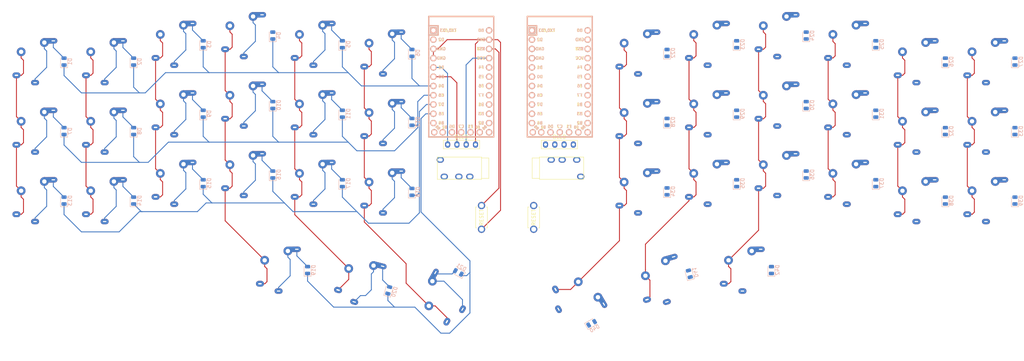
<source format=kicad_pcb>
(kicad_pcb (version 20171130) (host pcbnew "(5.1.4)-1")
  (layers (0 F.Cu signal) (31 B.Cu signal) (34 B.Paste user) (35 F.Paste user) (36 B.SilkS user) (37 F.SilkS user) (38 B.Mask user) (39 F.Mask user) (44 Edge.Cuts user))
  (net 0 "")
  (net 1 "Net-(D1-Pad2)")
  (net 2 ROW0)
  (net 3 "Net-(D2-Pad2)")
  (net 4 "Net-(D3-Pad2)")
  (net 5 "Net-(D4-Pad2)")
  (net 6 "Net-(D5-Pad2)")
  (net 7 "Net-(D6-Pad2)")
  (net 8 "Net-(D7-Pad2)")
  (net 9 ROW1)
  (net 10 "Net-(D8-Pad2)")
  (net 11 "Net-(D9-Pad2)")
  (net 12 "Net-(D10-Pad2)")
  (net 13 "Net-(D11-Pad2)")
  (net 14 "Net-(D12-Pad2)")
  (net 15 "Net-(D13-Pad2)")
  (net 16 ROW2)
  (net 17 "Net-(D14-Pad2)")
  (net 18 "Net-(D15-Pad2)")
  (net 19 "Net-(D16-Pad2)")
  (net 20 "Net-(D17-Pad2)")
  (net 21 "Net-(D18-Pad2)")
  (net 22 "Net-(D19-Pad2)")
  (net 23 ROW3)
  (net 24 "Net-(D20-Pad2)")
  (net 25 "Net-(D21-Pad2)")
  (net 26 COL0)
  (net 27 COL1)
  (net 28 COL2)
  (net 29 COL3)
  (net 30 COL4)
  (net 31 COL5)
  (net 32 "Net-(U1-Pad24)")
  (net 33 "Net-(U1-Pad12)")
  (net 34 "Net-(U1-Pad20)")
  (net 35 "Net-(U1-Pad19)")
  (net 36 "Net-(U1-Pad18)")
  (net 37 "Net-(U1-Pad17)")
  (net 38 "Net-(U1-Pad16)")
  (net 39 "Net-(U1-Pad15)")
  (net 40 "Net-(U1-Pad14)")
  (net 41 "Net-(U1-Pad13)")
  (net 42 "Net-(U1-Pad11)")
  (net 43 "Net-(U1-Pad1)")
  (net 44 "Net-(D22-Pad2)")
  (net 45 ROW4)
  (net 46 "Net-(D23-Pad2)")
  (net 47 "Net-(D24-Pad2)")
  (net 48 "Net-(D25-Pad2)")
  (net 49 "Net-(D26-Pad2)")
  (net 50 "Net-(D27-Pad2)")
  (net 51 "Net-(D28-Pad2)")
  (net 52 ROW5)
  (net 53 "Net-(D29-Pad2)")
  (net 54 "Net-(D30-Pad2)")
  (net 55 "Net-(D31-Pad2)")
  (net 56 "Net-(D32-Pad2)")
  (net 57 "Net-(D33-Pad2)")
  (net 58 "Net-(D34-Pad2)")
  (net 59 ROW6)
  (net 60 "Net-(D35-Pad2)")
  (net 61 "Net-(D36-Pad2)")
  (net 62 "Net-(D37-Pad2)")
  (net 63 "Net-(D38-Pad2)")
  (net 64 "Net-(D39-Pad2)")
  (net 65 "Net-(D40-Pad2)")
  (net 66 ROW8)
  (net 67 "Net-(D41-Pad2)")
  (net 68 "Net-(D42-Pad2)")
  (net 69 COL6)
  (net 70 COL7)
  (net 71 COL8)
  (net 72 COL9)
  (net 73 COL10)
  (net 74 COL11)
  (net 75 GND)
  (net 76 VCC)
  (net 77 SCL)
  (net 78 SDA)
  (net 79 GNDA)
  (net 80 VDD)
  (net 81 SCL_R)
  (net 82 SDA_R)
  (net 83 RESET)
  (net 84 RESET_R)
  (net 85 DATA)
  (net 86 "Net-(U2-Pad24)")
  (net 87 "Net-(U2-Pad12)")
  (net 88 "Net-(U2-Pad21)")
  (net 89 "Net-(U2-Pad20)")
  (net 90 "Net-(U2-Pad19)")
  (net 91 "Net-(U2-Pad18)")
  (net 92 "Net-(U2-Pad17)")
  (net 93 "Net-(U2-Pad16)")
  (net 94 "Net-(U2-Pad15)")
  (net 95 "Net-(U2-Pad14)")
  (net 96 "Net-(U2-Pad13)")
  (net 97 "Net-(U2-Pad11)")
  (net 98 "Net-(U2-Pad10)")
  (net 99 "Net-(U2-Pad9)")
  (net 100 "Net-(U2-Pad8)")
  (net 101 "Net-(U2-Pad7)")
  (net 102 DATA_R)
  (net 103 "Net-(U2-Pad1)")
  (module kbd:ResetSW_1side (layer F.Cu) (at 160.3375 115.09375 90)
    (fp_text reference SW2 hide)
    (fp_text value SW_PUSH)
    (fp_text user RESET (at 0 0 90) (layer F.SilkS))
    (pad 2 thru_hole circle (at -3.25 0 90) (size 2 2) (drill 1.3) (layers *.Cu B.Mask) (net 79 GNDA))
    (pad 1 thru_hole circle (at 3.25 0 90) (size 2 2) (drill 1.3) (layers *.Cu B.Mask) (net 84 RESET_R))
  )
  (module kbd:ResetSW_1side (layer F.Cu) (at 146.05 115.09375 90)
    (fp_text reference SW1 hide)
    (fp_text value SW_PUSH)
    (fp_text user RESET (at 0 0 90) (layer F.SilkS))
    (pad 2 thru_hole circle (at -3.25 0 90) (size 2 2) (drill 1.3) (layers *.Cu B.Mask) (net 75 GND))
    (pad 1 thru_hole circle (at 3.25 0 90) (size 2 2) (drill 1.3) (layers *.Cu B.Mask) (net 83 RESET))
  )
  (module kbd:OLED_1side (layer F.Cu) (at 163.576 95.123)
    (fp_text reference OL2)
    (fp_text value OLED hide)
    (fp_text user OLED (at 3.8 -2.1) (layer F.SilkS))
    (pad 4 thru_hole oval (at 7.62 0) (size 1.397 1.778) (drill 0.8128) (layers *.Cu B.Mask) (net 79 GNDA))
    (pad 3 thru_hole oval (at 5.08 0) (size 1.397 1.778) (drill 0.8128) (layers *.Cu B.Mask) (net 80 VDD))
    (pad 2 thru_hole oval (at 2.54 0) (size 1.397 1.778) (drill 0.8128) (layers *.Cu B.Mask) (net 81 SCL_R))
    (pad 1 thru_hole oval (at 0 0) (size 1.397 1.778) (drill 0.8128) (layers *.Cu B.Mask) (net 82 SDA_R))
  )
  (module kbd:OLED_1side (layer F.Cu) (at 136.779 95.123)
    (fp_text reference OL1)
    (fp_text value OLED hide)
    (fp_text user OLED (at 3.8 -2.1) (layer F.SilkS))
    (pad 4 thru_hole oval (at 7.62 0) (size 1.397 1.778) (drill 0.8128) (layers *.Cu B.Mask) (net 75 GND))
    (pad 3 thru_hole oval (at 5.08 0) (size 1.397 1.778) (drill 0.8128) (layers *.Cu B.Mask) (net 76 VCC))
    (pad 2 thru_hole oval (at 2.54 0) (size 1.397 1.778) (drill 0.8128) (layers *.Cu B.Mask) (net 77 SCL))
    (pad 1 thru_hole oval (at 0 0) (size 1.397 1.778) (drill 0.8128) (layers *.Cu B.Mask) (net 78 SDA))
  )
  (module Keebio-Parts:Elite-C (layer F.Cu) (at 167.48125 77.7875 270)
    (fp_text reference U2 hide)
    (fp_text value Elite-C hide)
    (fp_text user D5 (at 12.4 2.54) (layer B.SilkS) (effects (font (size 0.8 0.8)) (justify mirror)))
    (fp_text user D5 (at 12.4 2.54) (layer F.SilkS) (effects (font (size 0.8 0.8))))
    (fp_text user F1 (at 12.4 -2.54) (layer F.SilkS) (effects (font (size 0.8 0.8))))
    (fp_text user F1 (at 12.4 -2.54) (layer B.SilkS) (effects (font (size 0.8 0.8)) (justify mirror)))
    (fp_text user C7 (at 12.4 0) (layer B.SilkS) (effects (font (size 0.8 0.8)) (justify mirror)))
    (fp_text user C7 (at 12.4 0) (layer F.SilkS) (effects (font (size 0.8 0.8))))
    (fp_text user B6 (at 12.7 -6.4 45 unlocked) (layer B.SilkS) (effects (font (size 0.7 0.7)) (justify mirror)))
    (fp_text user B6 (at 12.7 -6.4 45 unlocked) (layer F.SilkS) (effects (font (size 0.7 0.7))))
    (fp_text user F0 (at 12.6 -4.5) (layer F.SilkS) (effects (font (size 0.7 0.7))))
    (fp_text user F0 (at 12.6 -4.5) (layer B.SilkS) (effects (font (size 0.7 0.7)) (justify mirror)))
    (fp_text user B7 (at 12.6 4.5) (layer B.SilkS) (effects (font (size 0.7 0.7)) (justify mirror)))
    (fp_text user B7 (at 12.6 4.5) (layer F.SilkS) (effects (font (size 0.7 0.7))))
    (fp_text user ST (at -8.91 -5.04) (layer B.SilkS) (effects (font (size 0.8 0.8)) (justify mirror)))
    (fp_text user TX0/D3 (at -13.97 3.571872) (layer F.SilkS) (effects (font (size 0.8 0.8))))
    (fp_text user TX0/D3 (at -13.97 3.571872) (layer B.SilkS) (effects (font (size 0.8 0.8)) (justify mirror)))
    (fp_text user D2 (at -11.43 5.461) (layer F.SilkS) (effects (font (size 0.8 0.8))))
    (fp_text user D0 (at -1.27 5.461) (layer F.SilkS) (effects (font (size 0.8 0.8))))
    (fp_text user D1 (at -3.81 5.461) (layer F.SilkS) (effects (font (size 0.8 0.8))))
    (fp_text user GND (at -6.35 5.461) (layer F.SilkS) (effects (font (size 0.8 0.8))))
    (fp_text user GND (at -8.89 5.461) (layer F.SilkS) (effects (font (size 0.8 0.8))))
    (fp_text user D4 (at 1.27 5.461) (layer F.SilkS) (effects (font (size 0.8 0.8))))
    (fp_text user C6 (at 3.81 5.461) (layer F.SilkS) (effects (font (size 0.8 0.8))))
    (fp_text user D7 (at 6.35 5.461) (layer F.SilkS) (effects (font (size 0.8 0.8))))
    (fp_text user E6 (at 8.89 5.461) (layer F.SilkS) (effects (font (size 0.8 0.8))))
    (fp_text user B4 (at 11.43 5.461) (layer F.SilkS) (effects (font (size 0.8 0.8))))
    (fp_text user B5 (at 12.7 6.4 135) (layer F.SilkS) (effects (font (size 0.7 0.7))))
    (fp_text user B2 (at 11.43 -5.461) (layer B.SilkS) (effects (font (size 0.8 0.8)) (justify mirror)))
    (fp_text user B3 (at 8.89 -5.461) (layer F.SilkS) (effects (font (size 0.8 0.8))))
    (fp_text user B1 (at 6.35 -5.461) (layer F.SilkS) (effects (font (size 0.8 0.8))))
    (fp_text user F7 (at 3.81 -5.461) (layer B.SilkS) (effects (font (size 0.8 0.8)) (justify mirror)))
    (fp_text user F6 (at 1.27 -5.461) (layer B.SilkS) (effects (font (size 0.8 0.8)) (justify mirror)))
    (fp_text user F5 (at -1.27 -5.461) (layer B.SilkS) (effects (font (size 0.8 0.8)) (justify mirror)))
    (fp_text user F4 (at -3.81 -5.461) (layer F.SilkS) (effects (font (size 0.8 0.8))))
    (fp_text user VCC (at -6.35 -5.461) (layer F.SilkS) (effects (font (size 0.8 0.8))))
    (fp_text user ST (at -8.92 -5.73312) (layer F.SilkS) (effects (font (size 0.8 0.8))))
    (fp_text user GND (at -11.43 -5.461) (layer F.SilkS) (effects (font (size 0.8 0.8))))
    (fp_text user B0 (at -13.97 -5.461) (layer F.SilkS) (effects (font (size 0.8 0.8))))
    (fp_text user B0 (at -13.97 -5.461) (layer B.SilkS) (effects (font (size 0.8 0.8)) (justify mirror)))
    (fp_text user GND (at -11.43 -5.461) (layer B.SilkS) (effects (font (size 0.8 0.8)) (justify mirror)))
    (fp_text user VCC (at -6.35 -5.461) (layer B.SilkS) (effects (font (size 0.8 0.8)) (justify mirror)))
    (fp_text user F4 (at -3.81 -5.461) (layer B.SilkS) (effects (font (size 0.8 0.8)) (justify mirror)))
    (fp_text user F5 (at -1.27 -5.461) (layer F.SilkS) (effects (font (size 0.8 0.8))))
    (fp_text user F6 (at 1.27 -5.461) (layer F.SilkS) (effects (font (size 0.8 0.8))))
    (fp_text user F7 (at 3.81 -5.461) (layer F.SilkS) (effects (font (size 0.8 0.8))))
    (fp_text user B1 (at 6.35 -5.461) (layer B.SilkS) (effects (font (size 0.8 0.8)) (justify mirror)))
    (fp_text user B3 (at 8.89 -5.461) (layer B.SilkS) (effects (font (size 0.8 0.8)) (justify mirror)))
    (fp_text user B2 (at 11.43 -5.461) (layer F.SilkS) (effects (font (size 0.8 0.8))))
    (fp_text user B5 (at 12.7 6.4 135) (layer B.SilkS) (effects (font (size 0.7 0.7)) (justify mirror)))
    (fp_text user B4 (at 11.43 5.461) (layer B.SilkS) (effects (font (size 0.8 0.8)) (justify mirror)))
    (fp_text user E6 (at 8.89 5.461) (layer B.SilkS) (effects (font (size 0.8 0.8)) (justify mirror)))
    (fp_text user D7 (at 6.35 5.461) (layer B.SilkS) (effects (font (size 0.8 0.8)) (justify mirror)))
    (fp_text user C6 (at 3.81 5.461) (layer B.SilkS) (effects (font (size 0.8 0.8)) (justify mirror)))
    (fp_text user D4 (at 1.27 5.461) (layer B.SilkS) (effects (font (size 0.8 0.8)) (justify mirror)))
    (fp_text user GND (at -8.89 5.461) (layer B.SilkS) (effects (font (size 0.8 0.8)) (justify mirror)))
    (fp_text user GND (at -6.35 5.461) (layer B.SilkS) (effects (font (size 0.8 0.8)) (justify mirror)))
    (fp_text user D1 (at -3.81 5.461) (layer B.SilkS) (effects (font (size 0.8 0.8)) (justify mirror)))
    (fp_text user D0 (at -1.27 5.461) (layer B.SilkS) (effects (font (size 0.8 0.8)) (justify mirror)))
    (fp_text user D2 (at -11.43 5.461) (layer B.SilkS) (effects (font (size 0.8 0.8)) (justify mirror)))
    (pad 25 thru_hole circle (at 13.97 5.08 270) (size 1.7526 1.7526) (drill 1.0922) (layers *.Cu *.SilkS *.Mask))
    (pad 26 thru_hole circle (at 13.97 2.54 270) (size 1.7526 1.7526) (drill 1.0922) (layers *.Cu *.SilkS *.Mask))
    (pad 27 thru_hole circle (at 13.97 0 270) (size 1.7526 1.7526) (drill 1.0922) (layers *.Cu *.SilkS *.Mask))
    (pad 28 thru_hole circle (at 13.97 -2.54 270) (size 1.7526 1.7526) (drill 1.0922) (layers *.Cu *.SilkS *.Mask))
    (pad 29 thru_hole circle (at 13.97 -5.08 270) (size 1.7526 1.7526) (drill 1.0922) (layers *.Cu *.SilkS *.Mask))
    (pad 24 thru_hole circle (at -13.97 -7.62 270) (size 1.7526 1.7526) (drill 1.0922) (layers *.Cu *.SilkS *.Mask) (net 86 "Net-(U2-Pad24)"))
    (pad 12 thru_hole circle (at 13.97 7.3914 270) (size 1.7526 1.7526) (drill 1.0922) (layers *.Cu *.SilkS *.Mask) (net 87 "Net-(U2-Pad12)"))
    (pad 23 thru_hole circle (at -11.43 -7.62 270) (size 1.7526 1.7526) (drill 1.0922) (layers *.Cu *.SilkS *.Mask) (net 79 GNDA))
    (pad 22 thru_hole circle (at -8.89 -7.62 270) (size 1.7526 1.7526) (drill 1.0922) (layers *.Cu *.SilkS *.Mask) (net 84 RESET_R))
    (pad 21 thru_hole circle (at -6.35 -7.62 270) (size 1.7526 1.7526) (drill 1.0922) (layers *.Cu *.SilkS *.Mask) (net 88 "Net-(U2-Pad21)"))
    (pad 20 thru_hole circle (at -3.81 -7.62 270) (size 1.7526 1.7526) (drill 1.0922) (layers *.Cu *.SilkS *.Mask) (net 89 "Net-(U2-Pad20)"))
    (pad 19 thru_hole circle (at -1.27 -7.62 270) (size 1.7526 1.7526) (drill 1.0922) (layers *.Cu *.SilkS *.Mask) (net 90 "Net-(U2-Pad19)"))
    (pad 18 thru_hole circle (at 1.27 -7.62 270) (size 1.7526 1.7526) (drill 1.0922) (layers *.Cu *.SilkS *.Mask) (net 91 "Net-(U2-Pad18)"))
    (pad 17 thru_hole circle (at 3.81 -7.62 270) (size 1.7526 1.7526) (drill 1.0922) (layers *.Cu *.SilkS *.Mask) (net 92 "Net-(U2-Pad17)"))
    (pad 16 thru_hole circle (at 6.35 -7.62 270) (size 1.7526 1.7526) (drill 1.0922) (layers *.Cu *.SilkS *.Mask) (net 93 "Net-(U2-Pad16)"))
    (pad 15 thru_hole circle (at 8.89 -7.62 270) (size 1.7526 1.7526) (drill 1.0922) (layers *.Cu *.SilkS *.Mask) (net 94 "Net-(U2-Pad15)"))
    (pad 14 thru_hole circle (at 11.43 -7.62 270) (size 1.7526 1.7526) (drill 1.0922) (layers *.Cu *.SilkS *.Mask) (net 95 "Net-(U2-Pad14)"))
    (pad 13 thru_hole circle (at 13.97 -7.62 270) (size 1.7526 1.7526) (drill 1.0922) (layers *.Cu *.SilkS *.Mask) (net 96 "Net-(U2-Pad13)"))
    (pad 11 thru_hole circle (at 11.43 7.62 270) (size 1.7526 1.7526) (drill 1.0922) (layers *.Cu *.SilkS *.Mask) (net 97 "Net-(U2-Pad11)"))
    (pad 10 thru_hole circle (at 8.89 7.62 270) (size 1.7526 1.7526) (drill 1.0922) (layers *.Cu *.SilkS *.Mask) (net 98 "Net-(U2-Pad10)"))
    (pad 9 thru_hole circle (at 6.35 7.62 270) (size 1.7526 1.7526) (drill 1.0922) (layers *.Cu *.SilkS *.Mask) (net 99 "Net-(U2-Pad9)"))
    (pad 8 thru_hole circle (at 3.81 7.62 270) (size 1.7526 1.7526) (drill 1.0922) (layers *.Cu *.SilkS *.Mask) (net 100 "Net-(U2-Pad8)"))
    (pad 7 thru_hole circle (at 1.27 7.62 270) (size 1.7526 1.7526) (drill 1.0922) (layers *.Cu *.SilkS *.Mask) (net 101 "Net-(U2-Pad7)"))
    (pad 6 thru_hole circle (at -1.27 7.62 270) (size 1.7526 1.7526) (drill 1.0922) (layers *.Cu *.SilkS *.Mask) (net 81 SCL_R))
    (pad 5 thru_hole circle (at -3.81 7.62 270) (size 1.7526 1.7526) (drill 1.0922) (layers *.Cu *.SilkS *.Mask) (net 81 SCL_R))
    (pad 4 thru_hole circle (at -6.35 7.62 270) (size 1.7526 1.7526) (drill 1.0922) (layers *.Cu *.SilkS *.Mask) (net 79 GNDA))
    (pad 3 thru_hole circle (at -8.89 7.62 270) (size 1.7526 1.7526) (drill 1.0922) (layers *.Cu *.SilkS *.Mask) (net 79 GNDA))
    (pad 2 thru_hole circle (at -11.43 7.62 270) (size 1.7526 1.7526) (drill 1.0922) (layers *.Cu *.SilkS *.Mask) (net 102 DATA_R))
    (pad 1 thru_hole rect (at -13.97 7.62 270) (size 1.7526 1.7526) (drill 1.0922) (layers *.Cu *.SilkS *.Mask) (net 103 "Net-(U2-Pad1)"))
  )
  (module Keebio-Parts:Elite-C (layer F.Cu) (at 140.49375 77.7875 270)
    (fp_text reference U1 hide)
    (fp_text value Elite-C hide)
    (fp_text user D5 (at 12.4 2.54 180) (layer B.SilkS) (effects (font (size 0.8 0.8)) (justify mirror)))
    (fp_text user D5 (at 12.4 2.54 180) (layer F.SilkS) (effects (font (size 0.8 0.8))))
    (fp_text user F1 (at 12.4 -2.54 180) (layer F.SilkS) (effects (font (size 0.8 0.8))))
    (fp_text user F1 (at 12.4 -2.54 180) (layer B.SilkS) (effects (font (size 0.8 0.8)) (justify mirror)))
    (fp_text user C7 (at 12.4 0 180) (layer B.SilkS) (effects (font (size 0.8 0.8)) (justify mirror)))
    (fp_text user C7 (at 12.4 0 180) (layer F.SilkS) (effects (font (size 0.8 0.8))))
    (fp_text user B6 (at 12.7 -6.4 45 unlocked) (layer B.SilkS) (effects (font (size 0.7 0.7)) (justify mirror)))
    (fp_text user B6 (at 12.7 -6.4 45 unlocked) (layer F.SilkS) (effects (font (size 0.7 0.7))))
    (fp_text user F0 (at 12.6 -4.5 180) (layer F.SilkS) (effects (font (size 0.7 0.7))))
    (fp_text user F0 (at 12.6 -4.5 180) (layer B.SilkS) (effects (font (size 0.7 0.7)) (justify mirror)))
    (fp_text user B7 (at 12.6 4.5 180) (layer B.SilkS) (effects (font (size 0.7 0.7)) (justify mirror)))
    (fp_text user B7 (at 12.6 4.5 180) (layer F.SilkS) (effects (font (size 0.7 0.7))))
    (fp_text user ST (at -8.91 -5.04 180) (layer B.SilkS) (effects (font (size 0.8 0.8)) (justify mirror)))
    (fp_text user TX0/D3 (at -13.97 3.571872 180) (layer F.SilkS) (effects (font (size 0.8 0.8))))
    (fp_text user TX0/D3 (at -13.97 3.571872 180) (layer B.SilkS) (effects (font (size 0.8 0.8)) (justify mirror)))
    (fp_text user D2 (at -11.43 5.461 180) (layer F.SilkS) (effects (font (size 0.8 0.8))))
    (fp_text user D0 (at -1.27 5.461 180) (layer F.SilkS) (effects (font (size 0.8 0.8))))
    (fp_text user D1 (at -3.81 5.461 180) (layer F.SilkS) (effects (font (size 0.8 0.8))))
    (fp_text user GND (at -6.35 5.461 180) (layer F.SilkS) (effects (font (size 0.8 0.8))))
    (fp_text user GND (at -8.89 5.461 180) (layer F.SilkS) (effects (font (size 0.8 0.8))))
    (fp_text user D4 (at 1.27 5.461 180) (layer F.SilkS) (effects (font (size 0.8 0.8))))
    (fp_text user C6 (at 3.81 5.461 180) (layer F.SilkS) (effects (font (size 0.8 0.8))))
    (fp_text user D7 (at 6.35 5.461 180) (layer F.SilkS) (effects (font (size 0.8 0.8))))
    (fp_text user E6 (at 8.89 5.461 180) (layer F.SilkS) (effects (font (size 0.8 0.8))))
    (fp_text user B4 (at 11.43 5.461 180) (layer F.SilkS) (effects (font (size 0.8 0.8))))
    (fp_text user B5 (at 12.7 6.4 135) (layer F.SilkS) (effects (font (size 0.7 0.7))))
    (fp_text user B2 (at 11.43 -5.461 180) (layer B.SilkS) (effects (font (size 0.8 0.8)) (justify mirror)))
    (fp_text user B3 (at 8.89 -5.461 180) (layer F.SilkS) (effects (font (size 0.8 0.8))))
    (fp_text user B1 (at 6.35 -5.461 180) (layer F.SilkS) (effects (font (size 0.8 0.8))))
    (fp_text user F7 (at 3.81 -5.461 180) (layer B.SilkS) (effects (font (size 0.8 0.8)) (justify mirror)))
    (fp_text user F6 (at 1.27 -5.461 180) (layer B.SilkS) (effects (font (size 0.8 0.8)) (justify mirror)))
    (fp_text user F5 (at -1.27 -5.461 180) (layer B.SilkS) (effects (font (size 0.8 0.8)) (justify mirror)))
    (fp_text user F4 (at -3.81 -5.461 180) (layer F.SilkS) (effects (font (size 0.8 0.8))))
    (fp_text user VCC (at -6.35 -5.461 180) (layer F.SilkS) (effects (font (size 0.8 0.8))))
    (fp_text user ST (at -8.92 -5.73312 180) (layer F.SilkS) (effects (font (size 0.8 0.8))))
    (fp_text user GND (at -11.43 -5.461 180) (layer F.SilkS) (effects (font (size 0.8 0.8))))
    (fp_text user B0 (at -13.97 -5.461 180) (layer F.SilkS) (effects (font (size 0.8 0.8))))
    (fp_text user B0 (at -13.97 -5.461 180) (layer B.SilkS) (effects (font (size 0.8 0.8)) (justify mirror)))
    (fp_text user GND (at -11.43 -5.461 180) (layer B.SilkS) (effects (font (size 0.8 0.8)) (justify mirror)))
    (fp_text user VCC (at -6.35 -5.461 180) (layer B.SilkS) (effects (font (size 0.8 0.8)) (justify mirror)))
    (fp_text user F4 (at -3.81 -5.461 180) (layer B.SilkS) (effects (font (size 0.8 0.8)) (justify mirror)))
    (fp_text user F5 (at -1.27 -5.461 180) (layer F.SilkS) (effects (font (size 0.8 0.8))))
    (fp_text user F6 (at 1.27 -5.461 180) (layer F.SilkS) (effects (font (size 0.8 0.8))))
    (fp_text user F7 (at 3.81 -5.461 180) (layer F.SilkS) (effects (font (size 0.8 0.8))))
    (fp_text user B1 (at 6.35 -5.461 180) (layer B.SilkS) (effects (font (size 0.8 0.8)) (justify mirror)))
    (fp_text user B3 (at 8.89 -5.461 180) (layer B.SilkS) (effects (font (size 0.8 0.8)) (justify mirror)))
    (fp_text user B2 (at 11.43 -5.461 180) (layer F.SilkS) (effects (font (size 0.8 0.8))))
    (fp_text user B5 (at 12.7 6.4 135) (layer B.SilkS) (effects (font (size 0.7 0.7)) (justify mirror)))
    (fp_text user B4 (at 11.43 5.461 180) (layer B.SilkS) (effects (font (size 0.8 0.8)) (justify mirror)))
    (fp_text user E6 (at 8.89 5.461 180) (layer B.SilkS) (effects (font (size 0.8 0.8)) (justify mirror)))
    (fp_text user D7 (at 6.35 5.461 180) (layer B.SilkS) (effects (font (size 0.8 0.8)) (justify mirror)))
    (fp_text user C6 (at 3.81 5.461 180) (layer B.SilkS) (effects (font (size 0.8 0.8)) (justify mirror)))
    (fp_text user D4 (at 1.27 5.461 180) (layer B.SilkS) (effects (font (size 0.8 0.8)) (justify mirror)))
    (fp_text user GND (at -8.89 5.461 180) (layer B.SilkS) (effects (font (size 0.8 0.8)) (justify mirror)))
    (fp_text user GND (at -6.35 5.461 180) (layer B.SilkS) (effects (font (size 0.8 0.8)) (justify mirror)))
    (fp_text user D1 (at -3.81 5.461 180) (layer B.SilkS) (effects (font (size 0.8 0.8)) (justify mirror)))
    (fp_text user D0 (at -1.27 5.461 180) (layer B.SilkS) (effects (font (size 0.8 0.8)) (justify mirror)))
    (fp_text user D2 (at -11.43 5.461 180) (layer B.SilkS) (effects (font (size 0.8 0.8)) (justify mirror)))
    (pad 25 thru_hole circle (at 13.97 5.08 270) (size 1.7526 1.7526) (drill 1.0922) (layers *.Cu *.SilkS *.Mask))
    (pad 26 thru_hole circle (at 13.97 2.54 270) (size 1.7526 1.7526) (drill 1.0922) (layers *.Cu *.SilkS *.Mask))
    (pad 27 thru_hole circle (at 13.97 0 270) (size 1.7526 1.7526) (drill 1.0922) (layers *.Cu *.SilkS *.Mask))
    (pad 28 thru_hole circle (at 13.97 -2.54 270) (size 1.7526 1.7526) (drill 1.0922) (layers *.Cu *.SilkS *.Mask))
    (pad 29 thru_hole circle (at 13.97 -5.08 270) (size 1.7526 1.7526) (drill 1.0922) (layers *.Cu *.SilkS *.Mask))
    (pad 24 thru_hole circle (at -13.97 -7.62 270) (size 1.7526 1.7526) (drill 1.0922) (layers *.Cu *.SilkS *.Mask) (net 32 "Net-(U1-Pad24)"))
    (pad 12 thru_hole circle (at 13.97 7.3914 270) (size 1.7526 1.7526) (drill 1.0922) (layers *.Cu *.SilkS *.Mask) (net 33 "Net-(U1-Pad12)"))
    (pad 23 thru_hole circle (at -11.43 -7.62 270) (size 1.7526 1.7526) (drill 1.0922) (layers *.Cu *.SilkS *.Mask) (net 75 GND))
    (pad 22 thru_hole circle (at -8.89 -7.62 270) (size 1.7526 1.7526) (drill 1.0922) (layers *.Cu *.SilkS *.Mask) (net 83 RESET))
    (pad 21 thru_hole circle (at -6.35 -7.62 270) (size 1.7526 1.7526) (drill 1.0922) (layers *.Cu *.SilkS *.Mask) (net 76 VCC))
    (pad 20 thru_hole circle (at -3.81 -7.62 270) (size 1.7526 1.7526) (drill 1.0922) (layers *.Cu *.SilkS *.Mask) (net 34 "Net-(U1-Pad20)"))
    (pad 19 thru_hole circle (at -1.27 -7.62 270) (size 1.7526 1.7526) (drill 1.0922) (layers *.Cu *.SilkS *.Mask) (net 35 "Net-(U1-Pad19)"))
    (pad 18 thru_hole circle (at 1.27 -7.62 270) (size 1.7526 1.7526) (drill 1.0922) (layers *.Cu *.SilkS *.Mask) (net 36 "Net-(U1-Pad18)"))
    (pad 17 thru_hole circle (at 3.81 -7.62 270) (size 1.7526 1.7526) (drill 1.0922) (layers *.Cu *.SilkS *.Mask) (net 37 "Net-(U1-Pad17)"))
    (pad 16 thru_hole circle (at 6.35 -7.62 270) (size 1.7526 1.7526) (drill 1.0922) (layers *.Cu *.SilkS *.Mask) (net 38 "Net-(U1-Pad16)"))
    (pad 15 thru_hole circle (at 8.89 -7.62 270) (size 1.7526 1.7526) (drill 1.0922) (layers *.Cu *.SilkS *.Mask) (net 39 "Net-(U1-Pad15)"))
    (pad 14 thru_hole circle (at 11.43 -7.62 270) (size 1.7526 1.7526) (drill 1.0922) (layers *.Cu *.SilkS *.Mask) (net 40 "Net-(U1-Pad14)"))
    (pad 13 thru_hole circle (at 13.97 -7.62 270) (size 1.7526 1.7526) (drill 1.0922) (layers *.Cu *.SilkS *.Mask) (net 41 "Net-(U1-Pad13)"))
    (pad 11 thru_hole circle (at 11.43 7.62 270) (size 1.7526 1.7526) (drill 1.0922) (layers *.Cu *.SilkS *.Mask) (net 42 "Net-(U1-Pad11)"))
    (pad 10 thru_hole circle (at 8.89 7.62 270) (size 1.7526 1.7526) (drill 1.0922) (layers *.Cu *.SilkS *.Mask) (net 23 ROW3))
    (pad 9 thru_hole circle (at 6.35 7.62 270) (size 1.7526 1.7526) (drill 1.0922) (layers *.Cu *.SilkS *.Mask) (net 16 ROW2))
    (pad 8 thru_hole circle (at 3.81 7.62 270) (size 1.7526 1.7526) (drill 1.0922) (layers *.Cu *.SilkS *.Mask) (net 9 ROW1))
    (pad 7 thru_hole circle (at 1.27 7.62 270) (size 1.7526 1.7526) (drill 1.0922) (layers *.Cu *.SilkS *.Mask) (net 2 ROW0))
    (pad 6 thru_hole circle (at -1.27 7.62 270) (size 1.7526 1.7526) (drill 1.0922) (layers *.Cu *.SilkS *.Mask) (net 77 SCL))
    (pad 5 thru_hole circle (at -3.81 7.62 270) (size 1.7526 1.7526) (drill 1.0922) (layers *.Cu *.SilkS *.Mask) (net 78 SDA))
    (pad 4 thru_hole circle (at -6.35 7.62 270) (size 1.7526 1.7526) (drill 1.0922) (layers *.Cu *.SilkS *.Mask) (net 75 GND))
    (pad 3 thru_hole circle (at -8.89 7.62 270) (size 1.7526 1.7526) (drill 1.0922) (layers *.Cu *.SilkS *.Mask) (net 75 GND))
    (pad 2 thru_hole circle (at -11.43 7.62 270) (size 1.7526 1.7526) (drill 1.0922) (layers *.Cu *.SilkS *.Mask) (net 85 DATA))
    (pad 1 thru_hole rect (at -13.97 7.62 270) (size 1.7526 1.7526) (drill 1.0922) (layers *.Cu *.SilkS *.Mask) (net 43 "Net-(U1-Pad1)"))
  )
  (module kbd:CherryMX_ChocV2_1u (layer F.Cu) (at 217.4875 129.38125)
    (fp_text reference MX42 hide)
    (fp_text value MX-NoLED hide)
    (pad 2 thru_hole circle (at 2.54 -5.08) (size 2.4 2.4) (drill 1.2) (layers *.Cu B.Mask) (net 68 "Net-(D42-Pad2)"))
    (pad 2 thru_hole oval (at 5 -5.55 0.5) (size 4.4 1.5) (drill oval 1 0.3 (offset -1.1 0)) (layers *.Cu B.Mask) (net 68 "Net-(D42-Pad2)"))
    (pad 1 thru_hole oval (at -5.1 3.9) (size 2.2 1.6) (drill oval 1 0.4) (layers *.Cu B.Mask) (net 71 COL8))
    (pad "" np_thru_hole circle (at 0 0 90) (size 4.9 4.9) (drill 4.9) (layers *.Cu *.Mask))
    (pad "" np_thru_hole circle (at -5.5 0 90) (size 1.8 1.8) (drill 1.8) (layers *.Cu *.Mask))
    (pad "" np_thru_hole circle (at 5.5 0 90) (size 1.8 1.8) (drill 1.8) (layers *.Cu *.Mask))
    (pad 2 thru_hole oval (at 0 5.9) (size 2.2 1.5) (drill oval 1 0.3) (layers *.Cu B.Mask) (net 68 "Net-(D42-Pad2)"))
    (pad 1 thru_hole circle (at -3.81 -2.54) (size 2.4 2.4) (drill 1.2) (layers *.Cu B.Mask) (net 71 COL8))
    (pad "" np_thru_hole circle (at 5.08 0) (size 1.7 1.7) (drill 1.7) (layers *.Cu *.Mask))
    (pad "" np_thru_hole circle (at -5.08 0) (size 1.7 1.7) (drill 1.7) (layers *.Cu *.Mask))
  )
  (module kbd:CherryMX_ChocV2_1u (layer F.Cu) (at 195.2625 132.55625 15)
    (fp_text reference MX41 hide)
    (fp_text value MX-NoLED hide)
    (pad 2 thru_hole circle (at 2.54 -5.08 15) (size 2.4 2.4) (drill 1.2) (layers *.Cu B.Mask) (net 67 "Net-(D41-Pad2)"))
    (pad 2 thru_hole oval (at 5 -5.55 15.5) (size 4.4 1.5) (drill oval 1 0.3 (offset -1.1 0)) (layers *.Cu B.Mask) (net 67 "Net-(D41-Pad2)"))
    (pad 1 thru_hole oval (at -5.1 3.9 15) (size 2.2 1.6) (drill oval 1 0.4) (layers *.Cu B.Mask) (net 70 COL7))
    (pad "" np_thru_hole circle (at 0 0 105) (size 4.9 4.9) (drill 4.9) (layers *.Cu *.Mask))
    (pad "" np_thru_hole circle (at -5.5 0 105) (size 1.8 1.8) (drill 1.8) (layers *.Cu *.Mask))
    (pad "" np_thru_hole circle (at 5.5 0 105) (size 1.8 1.8) (drill 1.8) (layers *.Cu *.Mask))
    (pad 2 thru_hole oval (at 0 5.9 15) (size 2.2 1.5) (drill oval 1 0.3) (layers *.Cu B.Mask) (net 67 "Net-(D41-Pad2)"))
    (pad 1 thru_hole circle (at -3.81 -2.54 15) (size 2.4 2.4) (drill 1.2) (layers *.Cu B.Mask) (net 70 COL7))
    (pad "" np_thru_hole circle (at 5.08 0 15) (size 1.7 1.7) (drill 1.7) (layers *.Cu *.Mask))
    (pad "" np_thru_hole circle (at -5.08 0 15) (size 1.7 1.7) (drill 1.7) (layers *.Cu *.Mask))
  )
  (module kbd:CherryMX_ChocV2_1.5u (layer F.Cu) (at 172.24375 137.31875 300)
    (fp_text reference MX40 hide)
    (fp_text value MX-NoLED hide)
    (pad 2 thru_hole circle (at 2.54 -5.08 300) (size 2.4 2.4) (drill 1.2) (layers *.Cu B.Mask) (net 65 "Net-(D40-Pad2)"))
    (pad 2 thru_hole oval (at 5 -5.55 300.5) (size 4.4 1.5) (drill oval 1 0.3 (offset -1.1 0)) (layers *.Cu B.Mask) (net 65 "Net-(D40-Pad2)"))
    (pad 1 thru_hole oval (at -5.1 3.9 300) (size 2.2 1.6) (drill oval 1 0.4) (layers *.Cu B.Mask) (net 69 COL6))
    (pad "" np_thru_hole circle (at 0 0 30) (size 4.9 4.9) (drill 4.9) (layers *.Cu *.Mask))
    (pad "" np_thru_hole circle (at -5.5 0 30) (size 1.8 1.8) (drill 1.8) (layers *.Cu *.Mask))
    (pad "" np_thru_hole circle (at 5.5 0 30) (size 1.8 1.8) (drill 1.8) (layers *.Cu *.Mask))
    (pad 2 thru_hole oval (at 0 5.9 300) (size 2.2 1.5) (drill oval 1 0.3) (layers *.Cu B.Mask) (net 65 "Net-(D40-Pad2)"))
    (pad 1 thru_hole circle (at -3.81 -2.54 300) (size 2.4 2.4) (drill 1.2) (layers *.Cu B.Mask) (net 69 COL6))
    (pad "" np_thru_hole circle (at 5.08 0 300) (size 1.7 1.7) (drill 1.7) (layers *.Cu *.Mask))
    (pad "" np_thru_hole circle (at -5.08 0 300) (size 1.7 1.7) (drill 1.7) (layers *.Cu *.Mask))
  )
  (module kbd:CherryMX_ChocV2_1u (layer F.Cu) (at 284.1625 110.33125)
    (fp_text reference MX39 hide)
    (fp_text value MX-NoLED hide)
    (pad 2 thru_hole circle (at 2.54 -5.08) (size 2.4 2.4) (drill 1.2) (layers *.Cu B.Mask) (net 64 "Net-(D39-Pad2)"))
    (pad 2 thru_hole oval (at 5 -5.55 0.5) (size 4.4 1.5) (drill oval 1 0.3 (offset -1.1 0)) (layers *.Cu B.Mask) (net 64 "Net-(D39-Pad2)"))
    (pad 1 thru_hole oval (at -5.1 3.9) (size 2.2 1.6) (drill oval 1 0.4) (layers *.Cu B.Mask) (net 74 COL11))
    (pad "" np_thru_hole circle (at 0 0 90) (size 4.9 4.9) (drill 4.9) (layers *.Cu *.Mask))
    (pad "" np_thru_hole circle (at -5.5 0 90) (size 1.8 1.8) (drill 1.8) (layers *.Cu *.Mask))
    (pad "" np_thru_hole circle (at 5.5 0 90) (size 1.8 1.8) (drill 1.8) (layers *.Cu *.Mask))
    (pad 2 thru_hole oval (at 0 5.9) (size 2.2 1.5) (drill oval 1 0.3) (layers *.Cu B.Mask) (net 64 "Net-(D39-Pad2)"))
    (pad 1 thru_hole circle (at -3.81 -2.54) (size 2.4 2.4) (drill 1.2) (layers *.Cu B.Mask) (net 74 COL11))
    (pad "" np_thru_hole circle (at 5.08 0) (size 1.7 1.7) (drill 1.7) (layers *.Cu *.Mask))
    (pad "" np_thru_hole circle (at -5.08 0) (size 1.7 1.7) (drill 1.7) (layers *.Cu *.Mask))
  )
  (module kbd:CherryMX_ChocV2_1u (layer F.Cu) (at 265.1125 110.33125)
    (fp_text reference MX38 hide)
    (fp_text value MX-NoLED hide)
    (pad 2 thru_hole circle (at 2.54 -5.08) (size 2.4 2.4) (drill 1.2) (layers *.Cu B.Mask) (net 63 "Net-(D38-Pad2)"))
    (pad 2 thru_hole oval (at 5 -5.55 0.5) (size 4.4 1.5) (drill oval 1 0.3 (offset -1.1 0)) (layers *.Cu B.Mask) (net 63 "Net-(D38-Pad2)"))
    (pad 1 thru_hole oval (at -5.1 3.9) (size 2.2 1.6) (drill oval 1 0.4) (layers *.Cu B.Mask) (net 73 COL10))
    (pad "" np_thru_hole circle (at 0 0 90) (size 4.9 4.9) (drill 4.9) (layers *.Cu *.Mask))
    (pad "" np_thru_hole circle (at -5.5 0 90) (size 1.8 1.8) (drill 1.8) (layers *.Cu *.Mask))
    (pad "" np_thru_hole circle (at 5.5 0 90) (size 1.8 1.8) (drill 1.8) (layers *.Cu *.Mask))
    (pad 2 thru_hole oval (at 0 5.9) (size 2.2 1.5) (drill oval 1 0.3) (layers *.Cu B.Mask) (net 63 "Net-(D38-Pad2)"))
    (pad 1 thru_hole circle (at -3.81 -2.54) (size 2.4 2.4) (drill 1.2) (layers *.Cu B.Mask) (net 73 COL10))
    (pad "" np_thru_hole circle (at 5.08 0) (size 1.7 1.7) (drill 1.7) (layers *.Cu *.Mask))
    (pad "" np_thru_hole circle (at -5.08 0) (size 1.7 1.7) (drill 1.7) (layers *.Cu *.Mask))
  )
  (module kbd:CherryMX_ChocV2_1u (layer F.Cu) (at 246.0625 105.56875)
    (fp_text reference MX37 hide)
    (fp_text value MX-NoLED hide)
    (pad 2 thru_hole circle (at 2.54 -5.08) (size 2.4 2.4) (drill 1.2) (layers *.Cu B.Mask) (net 62 "Net-(D37-Pad2)"))
    (pad 2 thru_hole oval (at 5 -5.55 0.5) (size 4.4 1.5) (drill oval 1 0.3 (offset -1.1 0)) (layers *.Cu B.Mask) (net 62 "Net-(D37-Pad2)"))
    (pad 1 thru_hole oval (at -5.1 3.9) (size 2.2 1.6) (drill oval 1 0.4) (layers *.Cu B.Mask) (net 72 COL9))
    (pad "" np_thru_hole circle (at 0 0 90) (size 4.9 4.9) (drill 4.9) (layers *.Cu *.Mask))
    (pad "" np_thru_hole circle (at -5.5 0 90) (size 1.8 1.8) (drill 1.8) (layers *.Cu *.Mask))
    (pad "" np_thru_hole circle (at 5.5 0 90) (size 1.8 1.8) (drill 1.8) (layers *.Cu *.Mask))
    (pad 2 thru_hole oval (at 0 5.9) (size 2.2 1.5) (drill oval 1 0.3) (layers *.Cu B.Mask) (net 62 "Net-(D37-Pad2)"))
    (pad 1 thru_hole circle (at -3.81 -2.54) (size 2.4 2.4) (drill 1.2) (layers *.Cu B.Mask) (net 72 COL9))
    (pad "" np_thru_hole circle (at 5.08 0) (size 1.7 1.7) (drill 1.7) (layers *.Cu *.Mask))
    (pad "" np_thru_hole circle (at -5.08 0) (size 1.7 1.7) (drill 1.7) (layers *.Cu *.Mask))
  )
  (module kbd:CherryMX_ChocV2_1u (layer F.Cu) (at 227.0125 103.1875)
    (fp_text reference MX36 hide)
    (fp_text value MX-NoLED hide)
    (pad 2 thru_hole circle (at 2.54 -5.08) (size 2.4 2.4) (drill 1.2) (layers *.Cu B.Mask) (net 61 "Net-(D36-Pad2)"))
    (pad 2 thru_hole oval (at 5 -5.55 0.5) (size 4.4 1.5) (drill oval 1 0.3 (offset -1.1 0)) (layers *.Cu B.Mask) (net 61 "Net-(D36-Pad2)"))
    (pad 1 thru_hole oval (at -5.1 3.9) (size 2.2 1.6) (drill oval 1 0.4) (layers *.Cu B.Mask) (net 71 COL8))
    (pad "" np_thru_hole circle (at 0 0 90) (size 4.9 4.9) (drill 4.9) (layers *.Cu *.Mask))
    (pad "" np_thru_hole circle (at -5.5 0 90) (size 1.8 1.8) (drill 1.8) (layers *.Cu *.Mask))
    (pad "" np_thru_hole circle (at 5.5 0 90) (size 1.8 1.8) (drill 1.8) (layers *.Cu *.Mask))
    (pad 2 thru_hole oval (at 0 5.9) (size 2.2 1.5) (drill oval 1 0.3) (layers *.Cu B.Mask) (net 61 "Net-(D36-Pad2)"))
    (pad 1 thru_hole circle (at -3.81 -2.54) (size 2.4 2.4) (drill 1.2) (layers *.Cu B.Mask) (net 71 COL8))
    (pad "" np_thru_hole circle (at 5.08 0) (size 1.7 1.7) (drill 1.7) (layers *.Cu *.Mask))
    (pad "" np_thru_hole circle (at -5.08 0) (size 1.7 1.7) (drill 1.7) (layers *.Cu *.Mask))
  )
  (module kbd:CherryMX_ChocV2_1u (layer F.Cu) (at 207.9625 105.56875)
    (fp_text reference MX35 hide)
    (fp_text value MX-NoLED hide)
    (pad 2 thru_hole circle (at 2.54 -5.08) (size 2.4 2.4) (drill 1.2) (layers *.Cu B.Mask) (net 60 "Net-(D35-Pad2)"))
    (pad 2 thru_hole oval (at 5 -5.55 0.5) (size 4.4 1.5) (drill oval 1 0.3 (offset -1.1 0)) (layers *.Cu B.Mask) (net 60 "Net-(D35-Pad2)"))
    (pad 1 thru_hole oval (at -5.1 3.9) (size 2.2 1.6) (drill oval 1 0.4) (layers *.Cu B.Mask) (net 70 COL7))
    (pad "" np_thru_hole circle (at 0 0 90) (size 4.9 4.9) (drill 4.9) (layers *.Cu *.Mask))
    (pad "" np_thru_hole circle (at -5.5 0 90) (size 1.8 1.8) (drill 1.8) (layers *.Cu *.Mask))
    (pad "" np_thru_hole circle (at 5.5 0 90) (size 1.8 1.8) (drill 1.8) (layers *.Cu *.Mask))
    (pad 2 thru_hole oval (at 0 5.9) (size 2.2 1.5) (drill oval 1 0.3) (layers *.Cu B.Mask) (net 60 "Net-(D35-Pad2)"))
    (pad 1 thru_hole circle (at -3.81 -2.54) (size 2.4 2.4) (drill 1.2) (layers *.Cu B.Mask) (net 70 COL7))
    (pad "" np_thru_hole circle (at 5.08 0) (size 1.7 1.7) (drill 1.7) (layers *.Cu *.Mask))
    (pad "" np_thru_hole circle (at -5.08 0) (size 1.7 1.7) (drill 1.7) (layers *.Cu *.Mask))
  )
  (module kbd:CherryMX_ChocV2_1u (layer F.Cu) (at 188.9125 107.95)
    (fp_text reference MX34 hide)
    (fp_text value MX-NoLED hide)
    (pad 2 thru_hole circle (at 2.54 -5.08) (size 2.4 2.4) (drill 1.2) (layers *.Cu B.Mask) (net 58 "Net-(D34-Pad2)"))
    (pad 2 thru_hole oval (at 5 -5.55 0.5) (size 4.4 1.5) (drill oval 1 0.3 (offset -1.1 0)) (layers *.Cu B.Mask) (net 58 "Net-(D34-Pad2)"))
    (pad 1 thru_hole oval (at -5.1 3.9) (size 2.2 1.6) (drill oval 1 0.4) (layers *.Cu B.Mask) (net 69 COL6))
    (pad "" np_thru_hole circle (at 0 0 90) (size 4.9 4.9) (drill 4.9) (layers *.Cu *.Mask))
    (pad "" np_thru_hole circle (at -5.5 0 90) (size 1.8 1.8) (drill 1.8) (layers *.Cu *.Mask))
    (pad "" np_thru_hole circle (at 5.5 0 90) (size 1.8 1.8) (drill 1.8) (layers *.Cu *.Mask))
    (pad 2 thru_hole oval (at 0 5.9) (size 2.2 1.5) (drill oval 1 0.3) (layers *.Cu B.Mask) (net 58 "Net-(D34-Pad2)"))
    (pad 1 thru_hole circle (at -3.81 -2.54) (size 2.4 2.4) (drill 1.2) (layers *.Cu B.Mask) (net 69 COL6))
    (pad "" np_thru_hole circle (at 5.08 0) (size 1.7 1.7) (drill 1.7) (layers *.Cu *.Mask))
    (pad "" np_thru_hole circle (at -5.08 0) (size 1.7 1.7) (drill 1.7) (layers *.Cu *.Mask))
  )
  (module kbd:CherryMX_ChocV2_1u (layer F.Cu) (at 284.1625 91.28125)
    (fp_text reference MX33 hide)
    (fp_text value MX-NoLED hide)
    (pad 2 thru_hole circle (at 2.54 -5.08) (size 2.4 2.4) (drill 1.2) (layers *.Cu B.Mask) (net 57 "Net-(D33-Pad2)"))
    (pad 2 thru_hole oval (at 5 -5.55 0.5) (size 4.4 1.5) (drill oval 1 0.3 (offset -1.1 0)) (layers *.Cu B.Mask) (net 57 "Net-(D33-Pad2)"))
    (pad 1 thru_hole oval (at -5.1 3.9) (size 2.2 1.6) (drill oval 1 0.4) (layers *.Cu B.Mask) (net 74 COL11))
    (pad "" np_thru_hole circle (at 0 0 90) (size 4.9 4.9) (drill 4.9) (layers *.Cu *.Mask))
    (pad "" np_thru_hole circle (at -5.5 0 90) (size 1.8 1.8) (drill 1.8) (layers *.Cu *.Mask))
    (pad "" np_thru_hole circle (at 5.5 0 90) (size 1.8 1.8) (drill 1.8) (layers *.Cu *.Mask))
    (pad 2 thru_hole oval (at 0 5.9) (size 2.2 1.5) (drill oval 1 0.3) (layers *.Cu B.Mask) (net 57 "Net-(D33-Pad2)"))
    (pad 1 thru_hole circle (at -3.81 -2.54) (size 2.4 2.4) (drill 1.2) (layers *.Cu B.Mask) (net 74 COL11))
    (pad "" np_thru_hole circle (at 5.08 0) (size 1.7 1.7) (drill 1.7) (layers *.Cu *.Mask))
    (pad "" np_thru_hole circle (at -5.08 0) (size 1.7 1.7) (drill 1.7) (layers *.Cu *.Mask))
  )
  (module kbd:CherryMX_ChocV2_1u (layer F.Cu) (at 265.1125 91.28125)
    (fp_text reference MX32 hide)
    (fp_text value MX-NoLED hide)
    (pad 2 thru_hole circle (at 2.54 -5.08) (size 2.4 2.4) (drill 1.2) (layers *.Cu B.Mask) (net 56 "Net-(D32-Pad2)"))
    (pad 2 thru_hole oval (at 5 -5.55 0.5) (size 4.4 1.5) (drill oval 1 0.3 (offset -1.1 0)) (layers *.Cu B.Mask) (net 56 "Net-(D32-Pad2)"))
    (pad 1 thru_hole oval (at -5.1 3.9) (size 2.2 1.6) (drill oval 1 0.4) (layers *.Cu B.Mask) (net 73 COL10))
    (pad "" np_thru_hole circle (at 0 0 90) (size 4.9 4.9) (drill 4.9) (layers *.Cu *.Mask))
    (pad "" np_thru_hole circle (at -5.5 0 90) (size 1.8 1.8) (drill 1.8) (layers *.Cu *.Mask))
    (pad "" np_thru_hole circle (at 5.5 0 90) (size 1.8 1.8) (drill 1.8) (layers *.Cu *.Mask))
    (pad 2 thru_hole oval (at 0 5.9) (size 2.2 1.5) (drill oval 1 0.3) (layers *.Cu B.Mask) (net 56 "Net-(D32-Pad2)"))
    (pad 1 thru_hole circle (at -3.81 -2.54) (size 2.4 2.4) (drill 1.2) (layers *.Cu B.Mask) (net 73 COL10))
    (pad "" np_thru_hole circle (at 5.08 0) (size 1.7 1.7) (drill 1.7) (layers *.Cu *.Mask))
    (pad "" np_thru_hole circle (at -5.08 0) (size 1.7 1.7) (drill 1.7) (layers *.Cu *.Mask))
  )
  (module kbd:CherryMX_ChocV2_1u (layer F.Cu) (at 246.0625 86.51875)
    (fp_text reference MX31 hide)
    (fp_text value MX-NoLED hide)
    (pad 2 thru_hole circle (at 2.54 -5.08) (size 2.4 2.4) (drill 1.2) (layers *.Cu B.Mask) (net 55 "Net-(D31-Pad2)"))
    (pad 2 thru_hole oval (at 5 -5.55 0.5) (size 4.4 1.5) (drill oval 1 0.3 (offset -1.1 0)) (layers *.Cu B.Mask) (net 55 "Net-(D31-Pad2)"))
    (pad 1 thru_hole oval (at -5.1 3.9) (size 2.2 1.6) (drill oval 1 0.4) (layers *.Cu B.Mask) (net 72 COL9))
    (pad "" np_thru_hole circle (at 0 0 90) (size 4.9 4.9) (drill 4.9) (layers *.Cu *.Mask))
    (pad "" np_thru_hole circle (at -5.5 0 90) (size 1.8 1.8) (drill 1.8) (layers *.Cu *.Mask))
    (pad "" np_thru_hole circle (at 5.5 0 90) (size 1.8 1.8) (drill 1.8) (layers *.Cu *.Mask))
    (pad 2 thru_hole oval (at 0 5.9) (size 2.2 1.5) (drill oval 1 0.3) (layers *.Cu B.Mask) (net 55 "Net-(D31-Pad2)"))
    (pad 1 thru_hole circle (at -3.81 -2.54) (size 2.4 2.4) (drill 1.2) (layers *.Cu B.Mask) (net 72 COL9))
    (pad "" np_thru_hole circle (at 5.08 0) (size 1.7 1.7) (drill 1.7) (layers *.Cu *.Mask))
    (pad "" np_thru_hole circle (at -5.08 0) (size 1.7 1.7) (drill 1.7) (layers *.Cu *.Mask))
  )
  (module kbd:CherryMX_ChocV2_1u (layer F.Cu) (at 227.0125 84.1375)
    (fp_text reference MX30 hide)
    (fp_text value MX-NoLED hide)
    (pad 2 thru_hole circle (at 2.54 -5.08) (size 2.4 2.4) (drill 1.2) (layers *.Cu B.Mask) (net 54 "Net-(D30-Pad2)"))
    (pad 2 thru_hole oval (at 5 -5.55 0.5) (size 4.4 1.5) (drill oval 1 0.3 (offset -1.1 0)) (layers *.Cu B.Mask) (net 54 "Net-(D30-Pad2)"))
    (pad 1 thru_hole oval (at -5.1 3.9) (size 2.2 1.6) (drill oval 1 0.4) (layers *.Cu B.Mask) (net 71 COL8))
    (pad "" np_thru_hole circle (at 0 0 90) (size 4.9 4.9) (drill 4.9) (layers *.Cu *.Mask))
    (pad "" np_thru_hole circle (at -5.5 0 90) (size 1.8 1.8) (drill 1.8) (layers *.Cu *.Mask))
    (pad "" np_thru_hole circle (at 5.5 0 90) (size 1.8 1.8) (drill 1.8) (layers *.Cu *.Mask))
    (pad 2 thru_hole oval (at 0 5.9) (size 2.2 1.5) (drill oval 1 0.3) (layers *.Cu B.Mask) (net 54 "Net-(D30-Pad2)"))
    (pad 1 thru_hole circle (at -3.81 -2.54) (size 2.4 2.4) (drill 1.2) (layers *.Cu B.Mask) (net 71 COL8))
    (pad "" np_thru_hole circle (at 5.08 0) (size 1.7 1.7) (drill 1.7) (layers *.Cu *.Mask))
    (pad "" np_thru_hole circle (at -5.08 0) (size 1.7 1.7) (drill 1.7) (layers *.Cu *.Mask))
  )
  (module kbd:CherryMX_ChocV2_1u (layer F.Cu) (at 207.9625 86.51875)
    (fp_text reference MX29 hide)
    (fp_text value MX-NoLED hide)
    (pad 2 thru_hole circle (at 2.54 -5.08) (size 2.4 2.4) (drill 1.2) (layers *.Cu B.Mask) (net 53 "Net-(D29-Pad2)"))
    (pad 2 thru_hole oval (at 5 -5.55 0.5) (size 4.4 1.5) (drill oval 1 0.3 (offset -1.1 0)) (layers *.Cu B.Mask) (net 53 "Net-(D29-Pad2)"))
    (pad 1 thru_hole oval (at -5.1 3.9) (size 2.2 1.6) (drill oval 1 0.4) (layers *.Cu B.Mask) (net 70 COL7))
    (pad "" np_thru_hole circle (at 0 0 90) (size 4.9 4.9) (drill 4.9) (layers *.Cu *.Mask))
    (pad "" np_thru_hole circle (at -5.5 0 90) (size 1.8 1.8) (drill 1.8) (layers *.Cu *.Mask))
    (pad "" np_thru_hole circle (at 5.5 0 90) (size 1.8 1.8) (drill 1.8) (layers *.Cu *.Mask))
    (pad 2 thru_hole oval (at 0 5.9) (size 2.2 1.5) (drill oval 1 0.3) (layers *.Cu B.Mask) (net 53 "Net-(D29-Pad2)"))
    (pad 1 thru_hole circle (at -3.81 -2.54) (size 2.4 2.4) (drill 1.2) (layers *.Cu B.Mask) (net 70 COL7))
    (pad "" np_thru_hole circle (at 5.08 0) (size 1.7 1.7) (drill 1.7) (layers *.Cu *.Mask))
    (pad "" np_thru_hole circle (at -5.08 0) (size 1.7 1.7) (drill 1.7) (layers *.Cu *.Mask))
  )
  (module kbd:CherryMX_ChocV2_1u (layer F.Cu) (at 188.9125 88.9)
    (fp_text reference MX28 hide)
    (fp_text value MX-NoLED hide)
    (pad 2 thru_hole circle (at 2.54 -5.08) (size 2.4 2.4) (drill 1.2) (layers *.Cu B.Mask) (net 51 "Net-(D28-Pad2)"))
    (pad 2 thru_hole oval (at 5 -5.55 0.5) (size 4.4 1.5) (drill oval 1 0.3 (offset -1.1 0)) (layers *.Cu B.Mask) (net 51 "Net-(D28-Pad2)"))
    (pad 1 thru_hole oval (at -5.1 3.9) (size 2.2 1.6) (drill oval 1 0.4) (layers *.Cu B.Mask) (net 69 COL6))
    (pad "" np_thru_hole circle (at 0 0 90) (size 4.9 4.9) (drill 4.9) (layers *.Cu *.Mask))
    (pad "" np_thru_hole circle (at -5.5 0 90) (size 1.8 1.8) (drill 1.8) (layers *.Cu *.Mask))
    (pad "" np_thru_hole circle (at 5.5 0 90) (size 1.8 1.8) (drill 1.8) (layers *.Cu *.Mask))
    (pad 2 thru_hole oval (at 0 5.9) (size 2.2 1.5) (drill oval 1 0.3) (layers *.Cu B.Mask) (net 51 "Net-(D28-Pad2)"))
    (pad 1 thru_hole circle (at -3.81 -2.54) (size 2.4 2.4) (drill 1.2) (layers *.Cu B.Mask) (net 69 COL6))
    (pad "" np_thru_hole circle (at 5.08 0) (size 1.7 1.7) (drill 1.7) (layers *.Cu *.Mask))
    (pad "" np_thru_hole circle (at -5.08 0) (size 1.7 1.7) (drill 1.7) (layers *.Cu *.Mask))
  )
  (module kbd:CherryMX_ChocV2_1u (layer F.Cu) (at 284.1625 72.23125)
    (fp_text reference MX27 hide)
    (fp_text value MX-NoLED hide)
    (pad 2 thru_hole circle (at 2.54 -5.08) (size 2.4 2.4) (drill 1.2) (layers *.Cu B.Mask) (net 50 "Net-(D27-Pad2)"))
    (pad 2 thru_hole oval (at 5 -5.55 0.5) (size 4.4 1.5) (drill oval 1 0.3 (offset -1.1 0)) (layers *.Cu B.Mask) (net 50 "Net-(D27-Pad2)"))
    (pad 1 thru_hole oval (at -5.1 3.9) (size 2.2 1.6) (drill oval 1 0.4) (layers *.Cu B.Mask) (net 74 COL11))
    (pad "" np_thru_hole circle (at 0 0 90) (size 4.9 4.9) (drill 4.9) (layers *.Cu *.Mask))
    (pad "" np_thru_hole circle (at -5.5 0 90) (size 1.8 1.8) (drill 1.8) (layers *.Cu *.Mask))
    (pad "" np_thru_hole circle (at 5.5 0 90) (size 1.8 1.8) (drill 1.8) (layers *.Cu *.Mask))
    (pad 2 thru_hole oval (at 0 5.9) (size 2.2 1.5) (drill oval 1 0.3) (layers *.Cu B.Mask) (net 50 "Net-(D27-Pad2)"))
    (pad 1 thru_hole circle (at -3.81 -2.54) (size 2.4 2.4) (drill 1.2) (layers *.Cu B.Mask) (net 74 COL11))
    (pad "" np_thru_hole circle (at 5.08 0) (size 1.7 1.7) (drill 1.7) (layers *.Cu *.Mask))
    (pad "" np_thru_hole circle (at -5.08 0) (size 1.7 1.7) (drill 1.7) (layers *.Cu *.Mask))
  )
  (module kbd:CherryMX_ChocV2_1u (layer F.Cu) (at 265.1125 72.23125)
    (fp_text reference MX26 hide)
    (fp_text value MX-NoLED hide)
    (pad 2 thru_hole circle (at 2.54 -5.08) (size 2.4 2.4) (drill 1.2) (layers *.Cu B.Mask) (net 49 "Net-(D26-Pad2)"))
    (pad 2 thru_hole oval (at 5 -5.55 0.5) (size 4.4 1.5) (drill oval 1 0.3 (offset -1.1 0)) (layers *.Cu B.Mask) (net 49 "Net-(D26-Pad2)"))
    (pad 1 thru_hole oval (at -5.1 3.9) (size 2.2 1.6) (drill oval 1 0.4) (layers *.Cu B.Mask) (net 73 COL10))
    (pad "" np_thru_hole circle (at 0 0 90) (size 4.9 4.9) (drill 4.9) (layers *.Cu *.Mask))
    (pad "" np_thru_hole circle (at -5.5 0 90) (size 1.8 1.8) (drill 1.8) (layers *.Cu *.Mask))
    (pad "" np_thru_hole circle (at 5.5 0 90) (size 1.8 1.8) (drill 1.8) (layers *.Cu *.Mask))
    (pad 2 thru_hole oval (at 0 5.9) (size 2.2 1.5) (drill oval 1 0.3) (layers *.Cu B.Mask) (net 49 "Net-(D26-Pad2)"))
    (pad 1 thru_hole circle (at -3.81 -2.54) (size 2.4 2.4) (drill 1.2) (layers *.Cu B.Mask) (net 73 COL10))
    (pad "" np_thru_hole circle (at 5.08 0) (size 1.7 1.7) (drill 1.7) (layers *.Cu *.Mask))
    (pad "" np_thru_hole circle (at -5.08 0) (size 1.7 1.7) (drill 1.7) (layers *.Cu *.Mask))
  )
  (module kbd:CherryMX_ChocV2_1u (layer F.Cu) (at 246.0625 67.46875)
    (fp_text reference MX25 hide)
    (fp_text value MX-NoLED hide)
    (pad 2 thru_hole circle (at 2.54 -5.08) (size 2.4 2.4) (drill 1.2) (layers *.Cu B.Mask) (net 48 "Net-(D25-Pad2)"))
    (pad 2 thru_hole oval (at 5 -5.55 0.5) (size 4.4 1.5) (drill oval 1 0.3 (offset -1.1 0)) (layers *.Cu B.Mask) (net 48 "Net-(D25-Pad2)"))
    (pad 1 thru_hole oval (at -5.1 3.9) (size 2.2 1.6) (drill oval 1 0.4) (layers *.Cu B.Mask) (net 72 COL9))
    (pad "" np_thru_hole circle (at 0 0 90) (size 4.9 4.9) (drill 4.9) (layers *.Cu *.Mask))
    (pad "" np_thru_hole circle (at -5.5 0 90) (size 1.8 1.8) (drill 1.8) (layers *.Cu *.Mask))
    (pad "" np_thru_hole circle (at 5.5 0 90) (size 1.8 1.8) (drill 1.8) (layers *.Cu *.Mask))
    (pad 2 thru_hole oval (at 0 5.9) (size 2.2 1.5) (drill oval 1 0.3) (layers *.Cu B.Mask) (net 48 "Net-(D25-Pad2)"))
    (pad 1 thru_hole circle (at -3.81 -2.54) (size 2.4 2.4) (drill 1.2) (layers *.Cu B.Mask) (net 72 COL9))
    (pad "" np_thru_hole circle (at 5.08 0) (size 1.7 1.7) (drill 1.7) (layers *.Cu *.Mask))
    (pad "" np_thru_hole circle (at -5.08 0) (size 1.7 1.7) (drill 1.7) (layers *.Cu *.Mask))
  )
  (module kbd:CherryMX_ChocV2_1u (layer F.Cu) (at 227.0125 65.0875)
    (fp_text reference MX24 hide)
    (fp_text value MX-NoLED hide)
    (pad 2 thru_hole circle (at 2.54 -5.08) (size 2.4 2.4) (drill 1.2) (layers *.Cu B.Mask) (net 47 "Net-(D24-Pad2)"))
    (pad 2 thru_hole oval (at 5 -5.55 0.5) (size 4.4 1.5) (drill oval 1 0.3 (offset -1.1 0)) (layers *.Cu B.Mask) (net 47 "Net-(D24-Pad2)"))
    (pad 1 thru_hole oval (at -5.1 3.9) (size 2.2 1.6) (drill oval 1 0.4) (layers *.Cu B.Mask) (net 71 COL8))
    (pad "" np_thru_hole circle (at 0 0 90) (size 4.9 4.9) (drill 4.9) (layers *.Cu *.Mask))
    (pad "" np_thru_hole circle (at -5.5 0 90) (size 1.8 1.8) (drill 1.8) (layers *.Cu *.Mask))
    (pad "" np_thru_hole circle (at 5.5 0 90) (size 1.8 1.8) (drill 1.8) (layers *.Cu *.Mask))
    (pad 2 thru_hole oval (at 0 5.9) (size 2.2 1.5) (drill oval 1 0.3) (layers *.Cu B.Mask) (net 47 "Net-(D24-Pad2)"))
    (pad 1 thru_hole circle (at -3.81 -2.54) (size 2.4 2.4) (drill 1.2) (layers *.Cu B.Mask) (net 71 COL8))
    (pad "" np_thru_hole circle (at 5.08 0) (size 1.7 1.7) (drill 1.7) (layers *.Cu *.Mask))
    (pad "" np_thru_hole circle (at -5.08 0) (size 1.7 1.7) (drill 1.7) (layers *.Cu *.Mask))
  )
  (module kbd:CherryMX_ChocV2_1u (layer F.Cu) (at 207.9625 67.46875)
    (fp_text reference MX23 hide)
    (fp_text value MX-NoLED hide)
    (pad 2 thru_hole circle (at 2.54 -5.08) (size 2.4 2.4) (drill 1.2) (layers *.Cu B.Mask) (net 46 "Net-(D23-Pad2)"))
    (pad 2 thru_hole oval (at 5 -5.55 0.5) (size 4.4 1.5) (drill oval 1 0.3 (offset -1.1 0)) (layers *.Cu B.Mask) (net 46 "Net-(D23-Pad2)"))
    (pad 1 thru_hole oval (at -5.1 3.9) (size 2.2 1.6) (drill oval 1 0.4) (layers *.Cu B.Mask) (net 70 COL7))
    (pad "" np_thru_hole circle (at 0 0 90) (size 4.9 4.9) (drill 4.9) (layers *.Cu *.Mask))
    (pad "" np_thru_hole circle (at -5.5 0 90) (size 1.8 1.8) (drill 1.8) (layers *.Cu *.Mask))
    (pad "" np_thru_hole circle (at 5.5 0 90) (size 1.8 1.8) (drill 1.8) (layers *.Cu *.Mask))
    (pad 2 thru_hole oval (at 0 5.9) (size 2.2 1.5) (drill oval 1 0.3) (layers *.Cu B.Mask) (net 46 "Net-(D23-Pad2)"))
    (pad 1 thru_hole circle (at -3.81 -2.54) (size 2.4 2.4) (drill 1.2) (layers *.Cu B.Mask) (net 70 COL7))
    (pad "" np_thru_hole circle (at 5.08 0) (size 1.7 1.7) (drill 1.7) (layers *.Cu *.Mask))
    (pad "" np_thru_hole circle (at -5.08 0) (size 1.7 1.7) (drill 1.7) (layers *.Cu *.Mask))
  )
  (module kbd:CherryMX_ChocV2_1u (layer F.Cu) (at 188.9125 69.85)
    (fp_text reference MX22 hide)
    (fp_text value MX-NoLED hide)
    (pad 2 thru_hole circle (at 2.54 -5.08) (size 2.4 2.4) (drill 1.2) (layers *.Cu B.Mask) (net 44 "Net-(D22-Pad2)"))
    (pad 2 thru_hole oval (at 5 -5.55 0.5) (size 4.4 1.5) (drill oval 1 0.3 (offset -1.1 0)) (layers *.Cu B.Mask) (net 44 "Net-(D22-Pad2)"))
    (pad 1 thru_hole oval (at -5.1 3.9) (size 2.2 1.6) (drill oval 1 0.4) (layers *.Cu B.Mask) (net 69 COL6))
    (pad "" np_thru_hole circle (at 0 0 90) (size 4.9 4.9) (drill 4.9) (layers *.Cu *.Mask))
    (pad "" np_thru_hole circle (at -5.5 0 90) (size 1.8 1.8) (drill 1.8) (layers *.Cu *.Mask))
    (pad "" np_thru_hole circle (at 5.5 0 90) (size 1.8 1.8) (drill 1.8) (layers *.Cu *.Mask))
    (pad 2 thru_hole oval (at 0 5.9) (size 2.2 1.5) (drill oval 1 0.3) (layers *.Cu B.Mask) (net 44 "Net-(D22-Pad2)"))
    (pad 1 thru_hole circle (at -3.81 -2.54) (size 2.4 2.4) (drill 1.2) (layers *.Cu B.Mask) (net 69 COL6))
    (pad "" np_thru_hole circle (at 5.08 0) (size 1.7 1.7) (drill 1.7) (layers *.Cu *.Mask))
    (pad "" np_thru_hole circle (at -5.08 0) (size 1.7 1.7) (drill 1.7) (layers *.Cu *.Mask))
  )
  (module kbd:CherryMX_ChocV2_1.5u (layer F.Cu) (at 135.73125 137.31875 60)
    (fp_text reference MX21 hide)
    (fp_text value MX-NoLED hide)
    (pad 2 thru_hole circle (at 2.54 -5.08 60) (size 2.4 2.4) (drill 1.2) (layers *.Cu B.Mask) (net 25 "Net-(D21-Pad2)"))
    (pad 2 thru_hole oval (at 5 -5.55 60.5) (size 4.4 1.5) (drill oval 1 0.3 (offset -1.1 0)) (layers *.Cu B.Mask) (net 25 "Net-(D21-Pad2)"))
    (pad 1 thru_hole oval (at -5.1 3.9 60) (size 2.2 1.6) (drill oval 1 0.4) (layers *.Cu B.Mask) (net 31 COL5))
    (pad "" np_thru_hole circle (at 0 0 150) (size 4.9 4.9) (drill 4.9) (layers *.Cu *.Mask))
    (pad "" np_thru_hole circle (at -5.5 0 150) (size 1.8 1.8) (drill 1.8) (layers *.Cu *.Mask))
    (pad "" np_thru_hole circle (at 5.5 0 150) (size 1.8 1.8) (drill 1.8) (layers *.Cu *.Mask))
    (pad 2 thru_hole oval (at 0 5.9 60) (size 2.2 1.5) (drill oval 1 0.3) (layers *.Cu B.Mask) (net 25 "Net-(D21-Pad2)"))
    (pad 1 thru_hole circle (at -3.81 -2.54 60) (size 2.4 2.4) (drill 1.2) (layers *.Cu B.Mask) (net 31 COL5))
    (pad "" np_thru_hole circle (at 5.08 0 60) (size 1.7 1.7) (drill 1.7) (layers *.Cu *.Mask))
    (pad "" np_thru_hole circle (at -5.08 0 60) (size 1.7 1.7) (drill 1.7) (layers *.Cu *.Mask))
  )
  (module kbd:CherryMX_ChocV2_1u (layer F.Cu) (at 112.7125 132.55625 345)
    (fp_text reference MX20 hide)
    (fp_text value MX-NoLED hide)
    (pad 2 thru_hole circle (at 2.54 -5.08 345) (size 2.4 2.4) (drill 1.2) (layers *.Cu B.Mask) (net 24 "Net-(D20-Pad2)"))
    (pad 2 thru_hole oval (at 5 -5.55 345.5) (size 4.4 1.5) (drill oval 1 0.3 (offset -1.1 0)) (layers *.Cu B.Mask) (net 24 "Net-(D20-Pad2)"))
    (pad 1 thru_hole oval (at -5.1 3.9 345) (size 2.2 1.6) (drill oval 1 0.4) (layers *.Cu B.Mask) (net 30 COL4))
    (pad "" np_thru_hole circle (at 0 0 75) (size 4.9 4.9) (drill 4.9) (layers *.Cu *.Mask))
    (pad "" np_thru_hole circle (at -5.5 0 75) (size 1.8 1.8) (drill 1.8) (layers *.Cu *.Mask))
    (pad "" np_thru_hole circle (at 5.5 0 75) (size 1.8 1.8) (drill 1.8) (layers *.Cu *.Mask))
    (pad 2 thru_hole oval (at 0 5.9 345) (size 2.2 1.5) (drill oval 1 0.3) (layers *.Cu B.Mask) (net 24 "Net-(D20-Pad2)"))
    (pad 1 thru_hole circle (at -3.81 -2.54 345) (size 2.4 2.4) (drill 1.2) (layers *.Cu B.Mask) (net 30 COL4))
    (pad "" np_thru_hole circle (at 5.08 0 345) (size 1.7 1.7) (drill 1.7) (layers *.Cu *.Mask))
    (pad "" np_thru_hole circle (at -5.08 0 345) (size 1.7 1.7) (drill 1.7) (layers *.Cu *.Mask))
  )
  (module kbd:CherryMX_ChocV2_1u (layer F.Cu) (at 90.4875 129.38125)
    (fp_text reference MX19 hide)
    (fp_text value MX-NoLED hide)
    (pad 2 thru_hole circle (at 2.54 -5.08) (size 2.4 2.4) (drill 1.2) (layers *.Cu B.Mask) (net 22 "Net-(D19-Pad2)"))
    (pad 2 thru_hole oval (at 5 -5.55 0.5) (size 4.4 1.5) (drill oval 1 0.3 (offset -1.1 0)) (layers *.Cu B.Mask) (net 22 "Net-(D19-Pad2)"))
    (pad 1 thru_hole oval (at -5.1 3.9) (size 2.2 1.6) (drill oval 1 0.4) (layers *.Cu B.Mask) (net 29 COL3))
    (pad "" np_thru_hole circle (at 0 0 90) (size 4.9 4.9) (drill 4.9) (layers *.Cu *.Mask))
    (pad "" np_thru_hole circle (at -5.5 0 90) (size 1.8 1.8) (drill 1.8) (layers *.Cu *.Mask))
    (pad "" np_thru_hole circle (at 5.5 0 90) (size 1.8 1.8) (drill 1.8) (layers *.Cu *.Mask))
    (pad 2 thru_hole oval (at 0 5.9) (size 2.2 1.5) (drill oval 1 0.3) (layers *.Cu B.Mask) (net 22 "Net-(D19-Pad2)"))
    (pad 1 thru_hole circle (at -3.81 -2.54) (size 2.4 2.4) (drill 1.2) (layers *.Cu B.Mask) (net 29 COL3))
    (pad "" np_thru_hole circle (at 5.08 0) (size 1.7 1.7) (drill 1.7) (layers *.Cu *.Mask))
    (pad "" np_thru_hole circle (at -5.08 0) (size 1.7 1.7) (drill 1.7) (layers *.Cu *.Mask))
  )
  (module kbd:CherryMX_ChocV2_1u (layer F.Cu) (at 119.0625 107.95)
    (fp_text reference MX18 hide)
    (fp_text value MX-NoLED hide)
    (pad 2 thru_hole circle (at 2.54 -5.08) (size 2.4 2.4) (drill 1.2) (layers *.Cu B.Mask) (net 21 "Net-(D18-Pad2)"))
    (pad 2 thru_hole oval (at 5 -5.55 0.5) (size 4.4 1.5) (drill oval 1 0.3 (offset -1.1 0)) (layers *.Cu B.Mask) (net 21 "Net-(D18-Pad2)"))
    (pad 1 thru_hole oval (at -5.1 3.9) (size 2.2 1.6) (drill oval 1 0.4) (layers *.Cu B.Mask) (net 31 COL5))
    (pad "" np_thru_hole circle (at 0 0 90) (size 4.9 4.9) (drill 4.9) (layers *.Cu *.Mask))
    (pad "" np_thru_hole circle (at -5.5 0 90) (size 1.8 1.8) (drill 1.8) (layers *.Cu *.Mask))
    (pad "" np_thru_hole circle (at 5.5 0 90) (size 1.8 1.8) (drill 1.8) (layers *.Cu *.Mask))
    (pad 2 thru_hole oval (at 0 5.9) (size 2.2 1.5) (drill oval 1 0.3) (layers *.Cu B.Mask) (net 21 "Net-(D18-Pad2)"))
    (pad 1 thru_hole circle (at -3.81 -2.54) (size 2.4 2.4) (drill 1.2) (layers *.Cu B.Mask) (net 31 COL5))
    (pad "" np_thru_hole circle (at 5.08 0) (size 1.7 1.7) (drill 1.7) (layers *.Cu *.Mask))
    (pad "" np_thru_hole circle (at -5.08 0) (size 1.7 1.7) (drill 1.7) (layers *.Cu *.Mask))
  )
  (module kbd:CherryMX_ChocV2_1u (layer F.Cu) (at 100.0125 105.56875)
    (fp_text reference MX17 hide)
    (fp_text value MX-NoLED hide)
    (pad 2 thru_hole circle (at 2.54 -5.08) (size 2.4 2.4) (drill 1.2) (layers *.Cu B.Mask) (net 20 "Net-(D17-Pad2)"))
    (pad 2 thru_hole oval (at 5 -5.55 0.5) (size 4.4 1.5) (drill oval 1 0.3 (offset -1.1 0)) (layers *.Cu B.Mask) (net 20 "Net-(D17-Pad2)"))
    (pad 1 thru_hole oval (at -5.1 3.9) (size 2.2 1.6) (drill oval 1 0.4) (layers *.Cu B.Mask) (net 30 COL4))
    (pad "" np_thru_hole circle (at 0 0 90) (size 4.9 4.9) (drill 4.9) (layers *.Cu *.Mask))
    (pad "" np_thru_hole circle (at -5.5 0 90) (size 1.8 1.8) (drill 1.8) (layers *.Cu *.Mask))
    (pad "" np_thru_hole circle (at 5.5 0 90) (size 1.8 1.8) (drill 1.8) (layers *.Cu *.Mask))
    (pad 2 thru_hole oval (at 0 5.9) (size 2.2 1.5) (drill oval 1 0.3) (layers *.Cu B.Mask) (net 20 "Net-(D17-Pad2)"))
    (pad 1 thru_hole circle (at -3.81 -2.54) (size 2.4 2.4) (drill 1.2) (layers *.Cu B.Mask) (net 30 COL4))
    (pad "" np_thru_hole circle (at 5.08 0) (size 1.7 1.7) (drill 1.7) (layers *.Cu *.Mask))
    (pad "" np_thru_hole circle (at -5.08 0) (size 1.7 1.7) (drill 1.7) (layers *.Cu *.Mask))
  )
  (module kbd:CherryMX_ChocV2_1u (layer F.Cu) (at 80.9625 103.1875)
    (fp_text reference MX16 hide)
    (fp_text value MX-NoLED hide)
    (pad 2 thru_hole circle (at 2.54 -5.08) (size 2.4 2.4) (drill 1.2) (layers *.Cu B.Mask) (net 19 "Net-(D16-Pad2)"))
    (pad 2 thru_hole oval (at 5 -5.55 0.5) (size 4.4 1.5) (drill oval 1 0.3 (offset -1.1 0)) (layers *.Cu B.Mask) (net 19 "Net-(D16-Pad2)"))
    (pad 1 thru_hole oval (at -5.1 3.9) (size 2.2 1.6) (drill oval 1 0.4) (layers *.Cu B.Mask) (net 29 COL3))
    (pad "" np_thru_hole circle (at 0 0 90) (size 4.9 4.9) (drill 4.9) (layers *.Cu *.Mask))
    (pad "" np_thru_hole circle (at -5.5 0 90) (size 1.8 1.8) (drill 1.8) (layers *.Cu *.Mask))
    (pad "" np_thru_hole circle (at 5.5 0 90) (size 1.8 1.8) (drill 1.8) (layers *.Cu *.Mask))
    (pad 2 thru_hole oval (at 0 5.9) (size 2.2 1.5) (drill oval 1 0.3) (layers *.Cu B.Mask) (net 19 "Net-(D16-Pad2)"))
    (pad 1 thru_hole circle (at -3.81 -2.54) (size 2.4 2.4) (drill 1.2) (layers *.Cu B.Mask) (net 29 COL3))
    (pad "" np_thru_hole circle (at 5.08 0) (size 1.7 1.7) (drill 1.7) (layers *.Cu *.Mask))
    (pad "" np_thru_hole circle (at -5.08 0) (size 1.7 1.7) (drill 1.7) (layers *.Cu *.Mask))
  )
  (module kbd:CherryMX_ChocV2_1u (layer F.Cu) (at 61.9125 105.56875)
    (fp_text reference MX15 hide)
    (fp_text value MX-NoLED hide)
    (pad 2 thru_hole circle (at 2.54 -5.08) (size 2.4 2.4) (drill 1.2) (layers *.Cu B.Mask) (net 18 "Net-(D15-Pad2)"))
    (pad 2 thru_hole oval (at 5 -5.55 0.5) (size 4.4 1.5) (drill oval 1 0.3 (offset -1.1 0)) (layers *.Cu B.Mask) (net 18 "Net-(D15-Pad2)"))
    (pad 1 thru_hole oval (at -5.1 3.9) (size 2.2 1.6) (drill oval 1 0.4) (layers *.Cu B.Mask) (net 28 COL2))
    (pad "" np_thru_hole circle (at 0 0 90) (size 4.9 4.9) (drill 4.9) (layers *.Cu *.Mask))
    (pad "" np_thru_hole circle (at -5.5 0 90) (size 1.8 1.8) (drill 1.8) (layers *.Cu *.Mask))
    (pad "" np_thru_hole circle (at 5.5 0 90) (size 1.8 1.8) (drill 1.8) (layers *.Cu *.Mask))
    (pad 2 thru_hole oval (at 0 5.9) (size 2.2 1.5) (drill oval 1 0.3) (layers *.Cu B.Mask) (net 18 "Net-(D15-Pad2)"))
    (pad 1 thru_hole circle (at -3.81 -2.54) (size 2.4 2.4) (drill 1.2) (layers *.Cu B.Mask) (net 28 COL2))
    (pad "" np_thru_hole circle (at 5.08 0) (size 1.7 1.7) (drill 1.7) (layers *.Cu *.Mask))
    (pad "" np_thru_hole circle (at -5.08 0) (size 1.7 1.7) (drill 1.7) (layers *.Cu *.Mask))
  )
  (module kbd:CherryMX_ChocV2_1u (layer F.Cu) (at 42.8625 110.33125)
    (fp_text reference MX14 hide)
    (fp_text value MX-NoLED hide)
    (pad 2 thru_hole circle (at 2.54 -5.08) (size 2.4 2.4) (drill 1.2) (layers *.Cu B.Mask) (net 17 "Net-(D14-Pad2)"))
    (pad 2 thru_hole oval (at 5 -5.55 0.5) (size 4.4 1.5) (drill oval 1 0.3 (offset -1.1 0)) (layers *.Cu B.Mask) (net 17 "Net-(D14-Pad2)"))
    (pad 1 thru_hole oval (at -5.1 3.9) (size 2.2 1.6) (drill oval 1 0.4) (layers *.Cu B.Mask) (net 27 COL1))
    (pad "" np_thru_hole circle (at 0 0 90) (size 4.9 4.9) (drill 4.9) (layers *.Cu *.Mask))
    (pad "" np_thru_hole circle (at -5.5 0 90) (size 1.8 1.8) (drill 1.8) (layers *.Cu *.Mask))
    (pad "" np_thru_hole circle (at 5.5 0 90) (size 1.8 1.8) (drill 1.8) (layers *.Cu *.Mask))
    (pad 2 thru_hole oval (at 0 5.9) (size 2.2 1.5) (drill oval 1 0.3) (layers *.Cu B.Mask) (net 17 "Net-(D14-Pad2)"))
    (pad 1 thru_hole circle (at -3.81 -2.54) (size 2.4 2.4) (drill 1.2) (layers *.Cu B.Mask) (net 27 COL1))
    (pad "" np_thru_hole circle (at 5.08 0) (size 1.7 1.7) (drill 1.7) (layers *.Cu *.Mask))
    (pad "" np_thru_hole circle (at -5.08 0) (size 1.7 1.7) (drill 1.7) (layers *.Cu *.Mask))
  )
  (module kbd:CherryMX_ChocV2_1u (layer F.Cu) (at 23.8125 110.33125)
    (fp_text reference MX13 hide)
    (fp_text value MX-NoLED hide)
    (pad 2 thru_hole circle (at 2.54 -5.08) (size 2.4 2.4) (drill 1.2) (layers *.Cu B.Mask) (net 15 "Net-(D13-Pad2)"))
    (pad 2 thru_hole oval (at 5 -5.55 0.5) (size 4.4 1.5) (drill oval 1 0.3 (offset -1.1 0)) (layers *.Cu B.Mask) (net 15 "Net-(D13-Pad2)"))
    (pad 1 thru_hole oval (at -5.1 3.9) (size 2.2 1.6) (drill oval 1 0.4) (layers *.Cu B.Mask) (net 26 COL0))
    (pad "" np_thru_hole circle (at 0 0 90) (size 4.9 4.9) (drill 4.9) (layers *.Cu *.Mask))
    (pad "" np_thru_hole circle (at -5.5 0 90) (size 1.8 1.8) (drill 1.8) (layers *.Cu *.Mask))
    (pad "" np_thru_hole circle (at 5.5 0 90) (size 1.8 1.8) (drill 1.8) (layers *.Cu *.Mask))
    (pad 2 thru_hole oval (at 0 5.9) (size 2.2 1.5) (drill oval 1 0.3) (layers *.Cu B.Mask) (net 15 "Net-(D13-Pad2)"))
    (pad 1 thru_hole circle (at -3.81 -2.54) (size 2.4 2.4) (drill 1.2) (layers *.Cu B.Mask) (net 26 COL0))
    (pad "" np_thru_hole circle (at 5.08 0) (size 1.7 1.7) (drill 1.7) (layers *.Cu *.Mask))
    (pad "" np_thru_hole circle (at -5.08 0) (size 1.7 1.7) (drill 1.7) (layers *.Cu *.Mask))
  )
  (module kbd:CherryMX_ChocV2_1u (layer F.Cu) (at 119.0625 88.9)
    (fp_text reference MX12 hide)
    (fp_text value MX-NoLED hide)
    (pad 2 thru_hole circle (at 2.54 -5.08) (size 2.4 2.4) (drill 1.2) (layers *.Cu B.Mask) (net 14 "Net-(D12-Pad2)"))
    (pad 2 thru_hole oval (at 5 -5.55 0.5) (size 4.4 1.5) (drill oval 1 0.3 (offset -1.1 0)) (layers *.Cu B.Mask) (net 14 "Net-(D12-Pad2)"))
    (pad 1 thru_hole oval (at -5.1 3.9) (size 2.2 1.6) (drill oval 1 0.4) (layers *.Cu B.Mask) (net 31 COL5))
    (pad "" np_thru_hole circle (at 0 0 90) (size 4.9 4.9) (drill 4.9) (layers *.Cu *.Mask))
    (pad "" np_thru_hole circle (at -5.5 0 90) (size 1.8 1.8) (drill 1.8) (layers *.Cu *.Mask))
    (pad "" np_thru_hole circle (at 5.5 0 90) (size 1.8 1.8) (drill 1.8) (layers *.Cu *.Mask))
    (pad 2 thru_hole oval (at 0 5.9) (size 2.2 1.5) (drill oval 1 0.3) (layers *.Cu B.Mask) (net 14 "Net-(D12-Pad2)"))
    (pad 1 thru_hole circle (at -3.81 -2.54) (size 2.4 2.4) (drill 1.2) (layers *.Cu B.Mask) (net 31 COL5))
    (pad "" np_thru_hole circle (at 5.08 0) (size 1.7 1.7) (drill 1.7) (layers *.Cu *.Mask))
    (pad "" np_thru_hole circle (at -5.08 0) (size 1.7 1.7) (drill 1.7) (layers *.Cu *.Mask))
  )
  (module kbd:CherryMX_ChocV2_1u (layer F.Cu) (at 100.0125 86.51875)
    (fp_text reference MX11 hide)
    (fp_text value MX-NoLED hide)
    (pad 2 thru_hole circle (at 2.54 -5.08) (size 2.4 2.4) (drill 1.2) (layers *.Cu B.Mask) (net 13 "Net-(D11-Pad2)"))
    (pad 2 thru_hole oval (at 5 -5.55 0.5) (size 4.4 1.5) (drill oval 1 0.3 (offset -1.1 0)) (layers *.Cu B.Mask) (net 13 "Net-(D11-Pad2)"))
    (pad 1 thru_hole oval (at -5.1 3.9) (size 2.2 1.6) (drill oval 1 0.4) (layers *.Cu B.Mask) (net 30 COL4))
    (pad "" np_thru_hole circle (at 0 0 90) (size 4.9 4.9) (drill 4.9) (layers *.Cu *.Mask))
    (pad "" np_thru_hole circle (at -5.5 0 90) (size 1.8 1.8) (drill 1.8) (layers *.Cu *.Mask))
    (pad "" np_thru_hole circle (at 5.5 0 90) (size 1.8 1.8) (drill 1.8) (layers *.Cu *.Mask))
    (pad 2 thru_hole oval (at 0 5.9) (size 2.2 1.5) (drill oval 1 0.3) (layers *.Cu B.Mask) (net 13 "Net-(D11-Pad2)"))
    (pad 1 thru_hole circle (at -3.81 -2.54) (size 2.4 2.4) (drill 1.2) (layers *.Cu B.Mask) (net 30 COL4))
    (pad "" np_thru_hole circle (at 5.08 0) (size 1.7 1.7) (drill 1.7) (layers *.Cu *.Mask))
    (pad "" np_thru_hole circle (at -5.08 0) (size 1.7 1.7) (drill 1.7) (layers *.Cu *.Mask))
  )
  (module kbd:CherryMX_ChocV2_1u (layer F.Cu) (at 80.9625 84.1375)
    (fp_text reference MX10 hide)
    (fp_text value MX-NoLED hide)
    (pad 2 thru_hole circle (at 2.54 -5.08) (size 2.4 2.4) (drill 1.2) (layers *.Cu B.Mask) (net 12 "Net-(D10-Pad2)"))
    (pad 2 thru_hole oval (at 5 -5.55 0.5) (size 4.4 1.5) (drill oval 1 0.3 (offset -1.1 0)) (layers *.Cu B.Mask) (net 12 "Net-(D10-Pad2)"))
    (pad 1 thru_hole oval (at -5.1 3.9) (size 2.2 1.6) (drill oval 1 0.4) (layers *.Cu B.Mask) (net 29 COL3))
    (pad "" np_thru_hole circle (at 0 0 90) (size 4.9 4.9) (drill 4.9) (layers *.Cu *.Mask))
    (pad "" np_thru_hole circle (at -5.5 0 90) (size 1.8 1.8) (drill 1.8) (layers *.Cu *.Mask))
    (pad "" np_thru_hole circle (at 5.5 0 90) (size 1.8 1.8) (drill 1.8) (layers *.Cu *.Mask))
    (pad 2 thru_hole oval (at 0 5.9) (size 2.2 1.5) (drill oval 1 0.3) (layers *.Cu B.Mask) (net 12 "Net-(D10-Pad2)"))
    (pad 1 thru_hole circle (at -3.81 -2.54) (size 2.4 2.4) (drill 1.2) (layers *.Cu B.Mask) (net 29 COL3))
    (pad "" np_thru_hole circle (at 5.08 0) (size 1.7 1.7) (drill 1.7) (layers *.Cu *.Mask))
    (pad "" np_thru_hole circle (at -5.08 0) (size 1.7 1.7) (drill 1.7) (layers *.Cu *.Mask))
  )
  (module kbd:CherryMX_ChocV2_1u (layer F.Cu) (at 61.9125 86.51875)
    (fp_text reference MX9 hide)
    (fp_text value MX-NoLED hide)
    (pad 2 thru_hole circle (at 2.54 -5.08) (size 2.4 2.4) (drill 1.2) (layers *.Cu B.Mask) (net 11 "Net-(D9-Pad2)"))
    (pad 2 thru_hole oval (at 5 -5.55 0.5) (size 4.4 1.5) (drill oval 1 0.3 (offset -1.1 0)) (layers *.Cu B.Mask) (net 11 "Net-(D9-Pad2)"))
    (pad 1 thru_hole oval (at -5.1 3.9) (size 2.2 1.6) (drill oval 1 0.4) (layers *.Cu B.Mask) (net 28 COL2))
    (pad "" np_thru_hole circle (at 0 0 90) (size 4.9 4.9) (drill 4.9) (layers *.Cu *.Mask))
    (pad "" np_thru_hole circle (at -5.5 0 90) (size 1.8 1.8) (drill 1.8) (layers *.Cu *.Mask))
    (pad "" np_thru_hole circle (at 5.5 0 90) (size 1.8 1.8) (drill 1.8) (layers *.Cu *.Mask))
    (pad 2 thru_hole oval (at 0 5.9) (size 2.2 1.5) (drill oval 1 0.3) (layers *.Cu B.Mask) (net 11 "Net-(D9-Pad2)"))
    (pad 1 thru_hole circle (at -3.81 -2.54) (size 2.4 2.4) (drill 1.2) (layers *.Cu B.Mask) (net 28 COL2))
    (pad "" np_thru_hole circle (at 5.08 0) (size 1.7 1.7) (drill 1.7) (layers *.Cu *.Mask))
    (pad "" np_thru_hole circle (at -5.08 0) (size 1.7 1.7) (drill 1.7) (layers *.Cu *.Mask))
  )
  (module kbd:CherryMX_ChocV2_1u (layer F.Cu) (at 42.8625 91.28125)
    (fp_text reference MX8 hide)
    (fp_text value MX-NoLED hide)
    (pad 2 thru_hole circle (at 2.54 -5.08) (size 2.4 2.4) (drill 1.2) (layers *.Cu B.Mask) (net 10 "Net-(D8-Pad2)"))
    (pad 2 thru_hole oval (at 5 -5.55 0.5) (size 4.4 1.5) (drill oval 1 0.3 (offset -1.1 0)) (layers *.Cu B.Mask) (net 10 "Net-(D8-Pad2)"))
    (pad 1 thru_hole oval (at -5.1 3.9) (size 2.2 1.6) (drill oval 1 0.4) (layers *.Cu B.Mask) (net 27 COL1))
    (pad "" np_thru_hole circle (at 0 0 90) (size 4.9 4.9) (drill 4.9) (layers *.Cu *.Mask))
    (pad "" np_thru_hole circle (at -5.5 0 90) (size 1.8 1.8) (drill 1.8) (layers *.Cu *.Mask))
    (pad "" np_thru_hole circle (at 5.5 0 90) (size 1.8 1.8) (drill 1.8) (layers *.Cu *.Mask))
    (pad 2 thru_hole oval (at 0 5.9) (size 2.2 1.5) (drill oval 1 0.3) (layers *.Cu B.Mask) (net 10 "Net-(D8-Pad2)"))
    (pad 1 thru_hole circle (at -3.81 -2.54) (size 2.4 2.4) (drill 1.2) (layers *.Cu B.Mask) (net 27 COL1))
    (pad "" np_thru_hole circle (at 5.08 0) (size 1.7 1.7) (drill 1.7) (layers *.Cu *.Mask))
    (pad "" np_thru_hole circle (at -5.08 0) (size 1.7 1.7) (drill 1.7) (layers *.Cu *.Mask))
  )
  (module kbd:CherryMX_ChocV2_1u (layer F.Cu) (at 23.8125 91.28125)
    (fp_text reference MX7 hide)
    (fp_text value MX-NoLED hide)
    (pad 2 thru_hole circle (at 2.54 -5.08) (size 2.4 2.4) (drill 1.2) (layers *.Cu B.Mask) (net 8 "Net-(D7-Pad2)"))
    (pad 2 thru_hole oval (at 5 -5.55 0.5) (size 4.4 1.5) (drill oval 1 0.3 (offset -1.1 0)) (layers *.Cu B.Mask) (net 8 "Net-(D7-Pad2)"))
    (pad 1 thru_hole oval (at -5.1 3.9) (size 2.2 1.6) (drill oval 1 0.4) (layers *.Cu B.Mask) (net 26 COL0))
    (pad "" np_thru_hole circle (at 0 0 90) (size 4.9 4.9) (drill 4.9) (layers *.Cu *.Mask))
    (pad "" np_thru_hole circle (at -5.5 0 90) (size 1.8 1.8) (drill 1.8) (layers *.Cu *.Mask))
    (pad "" np_thru_hole circle (at 5.5 0 90) (size 1.8 1.8) (drill 1.8) (layers *.Cu *.Mask))
    (pad 2 thru_hole oval (at 0 5.9) (size 2.2 1.5) (drill oval 1 0.3) (layers *.Cu B.Mask) (net 8 "Net-(D7-Pad2)"))
    (pad 1 thru_hole circle (at -3.81 -2.54) (size 2.4 2.4) (drill 1.2) (layers *.Cu B.Mask) (net 26 COL0))
    (pad "" np_thru_hole circle (at 5.08 0) (size 1.7 1.7) (drill 1.7) (layers *.Cu *.Mask))
    (pad "" np_thru_hole circle (at -5.08 0) (size 1.7 1.7) (drill 1.7) (layers *.Cu *.Mask))
  )
  (module kbd:CherryMX_ChocV2_1u (layer F.Cu) (at 119.0625 69.85)
    (fp_text reference MX6 hide)
    (fp_text value MX-NoLED hide)
    (pad 2 thru_hole circle (at 2.54 -5.08) (size 2.4 2.4) (drill 1.2) (layers *.Cu B.Mask) (net 7 "Net-(D6-Pad2)"))
    (pad 2 thru_hole oval (at 5 -5.55 0.5) (size 4.4 1.5) (drill oval 1 0.3 (offset -1.1 0)) (layers *.Cu B.Mask) (net 7 "Net-(D6-Pad2)"))
    (pad 1 thru_hole oval (at -5.1 3.9) (size 2.2 1.6) (drill oval 1 0.4) (layers *.Cu B.Mask) (net 31 COL5))
    (pad "" np_thru_hole circle (at 0 0 90) (size 4.9 4.9) (drill 4.9) (layers *.Cu *.Mask))
    (pad "" np_thru_hole circle (at -5.5 0 90) (size 1.8 1.8) (drill 1.8) (layers *.Cu *.Mask))
    (pad "" np_thru_hole circle (at 5.5 0 90) (size 1.8 1.8) (drill 1.8) (layers *.Cu *.Mask))
    (pad 2 thru_hole oval (at 0 5.9) (size 2.2 1.5) (drill oval 1 0.3) (layers *.Cu B.Mask) (net 7 "Net-(D6-Pad2)"))
    (pad 1 thru_hole circle (at -3.81 -2.54) (size 2.4 2.4) (drill 1.2) (layers *.Cu B.Mask) (net 31 COL5))
    (pad "" np_thru_hole circle (at 5.08 0) (size 1.7 1.7) (drill 1.7) (layers *.Cu *.Mask))
    (pad "" np_thru_hole circle (at -5.08 0) (size 1.7 1.7) (drill 1.7) (layers *.Cu *.Mask))
  )
  (module kbd:CherryMX_ChocV2_1u (layer F.Cu) (at 100.0125 67.46875)
    (fp_text reference MX5 hide)
    (fp_text value MX-NoLED hide)
    (pad 2 thru_hole circle (at 2.54 -5.08) (size 2.4 2.4) (drill 1.2) (layers *.Cu B.Mask) (net 6 "Net-(D5-Pad2)"))
    (pad 2 thru_hole oval (at 5 -5.55 0.5) (size 4.4 1.5) (drill oval 1 0.3 (offset -1.1 0)) (layers *.Cu B.Mask) (net 6 "Net-(D5-Pad2)"))
    (pad 1 thru_hole oval (at -5.1 3.9) (size 2.2 1.6) (drill oval 1 0.4) (layers *.Cu B.Mask) (net 30 COL4))
    (pad "" np_thru_hole circle (at 0 0 90) (size 4.9 4.9) (drill 4.9) (layers *.Cu *.Mask))
    (pad "" np_thru_hole circle (at -5.5 0 90) (size 1.8 1.8) (drill 1.8) (layers *.Cu *.Mask))
    (pad "" np_thru_hole circle (at 5.5 0 90) (size 1.8 1.8) (drill 1.8) (layers *.Cu *.Mask))
    (pad 2 thru_hole oval (at 0 5.9) (size 2.2 1.5) (drill oval 1 0.3) (layers *.Cu B.Mask) (net 6 "Net-(D5-Pad2)"))
    (pad 1 thru_hole circle (at -3.81 -2.54) (size 2.4 2.4) (drill 1.2) (layers *.Cu B.Mask) (net 30 COL4))
    (pad "" np_thru_hole circle (at 5.08 0) (size 1.7 1.7) (drill 1.7) (layers *.Cu *.Mask))
    (pad "" np_thru_hole circle (at -5.08 0) (size 1.7 1.7) (drill 1.7) (layers *.Cu *.Mask))
  )
  (module kbd:CherryMX_ChocV2_1u (layer F.Cu) (at 80.9625 65.0875)
    (fp_text reference MX4 hide)
    (fp_text value MX-NoLED hide)
    (pad 2 thru_hole circle (at 2.54 -5.08) (size 2.4 2.4) (drill 1.2) (layers *.Cu B.Mask) (net 5 "Net-(D4-Pad2)"))
    (pad 2 thru_hole oval (at 5 -5.55 0.5) (size 4.4 1.5) (drill oval 1 0.3 (offset -1.1 0)) (layers *.Cu B.Mask) (net 5 "Net-(D4-Pad2)"))
    (pad 1 thru_hole oval (at -5.1 3.9) (size 2.2 1.6) (drill oval 1 0.4) (layers *.Cu B.Mask) (net 29 COL3))
    (pad "" np_thru_hole circle (at 0 0 90) (size 4.9 4.9) (drill 4.9) (layers *.Cu *.Mask))
    (pad "" np_thru_hole circle (at -5.5 0 90) (size 1.8 1.8) (drill 1.8) (layers *.Cu *.Mask))
    (pad "" np_thru_hole circle (at 5.5 0 90) (size 1.8 1.8) (drill 1.8) (layers *.Cu *.Mask))
    (pad 2 thru_hole oval (at 0 5.9) (size 2.2 1.5) (drill oval 1 0.3) (layers *.Cu B.Mask) (net 5 "Net-(D4-Pad2)"))
    (pad 1 thru_hole circle (at -3.81 -2.54) (size 2.4 2.4) (drill 1.2) (layers *.Cu B.Mask) (net 29 COL3))
    (pad "" np_thru_hole circle (at 5.08 0) (size 1.7 1.7) (drill 1.7) (layers *.Cu *.Mask))
    (pad "" np_thru_hole circle (at -5.08 0) (size 1.7 1.7) (drill 1.7) (layers *.Cu *.Mask))
  )
  (module kbd:CherryMX_ChocV2_1u (layer F.Cu) (at 61.9125 67.46875)
    (fp_text reference MX3 hide)
    (fp_text value MX-NoLED hide)
    (pad 2 thru_hole circle (at 2.54 -5.08) (size 2.4 2.4) (drill 1.2) (layers *.Cu B.Mask) (net 4 "Net-(D3-Pad2)"))
    (pad 2 thru_hole oval (at 5 -5.55 0.5) (size 4.4 1.5) (drill oval 1 0.3 (offset -1.1 0)) (layers *.Cu B.Mask) (net 4 "Net-(D3-Pad2)"))
    (pad 1 thru_hole oval (at -5.1 3.9) (size 2.2 1.6) (drill oval 1 0.4) (layers *.Cu B.Mask) (net 28 COL2))
    (pad "" np_thru_hole circle (at 0 0 90) (size 4.9 4.9) (drill 4.9) (layers *.Cu *.Mask))
    (pad "" np_thru_hole circle (at -5.5 0 90) (size 1.8 1.8) (drill 1.8) (layers *.Cu *.Mask))
    (pad "" np_thru_hole circle (at 5.5 0 90) (size 1.8 1.8) (drill 1.8) (layers *.Cu *.Mask))
    (pad 2 thru_hole oval (at 0 5.9) (size 2.2 1.5) (drill oval 1 0.3) (layers *.Cu B.Mask) (net 4 "Net-(D3-Pad2)"))
    (pad 1 thru_hole circle (at -3.81 -2.54) (size 2.4 2.4) (drill 1.2) (layers *.Cu B.Mask) (net 28 COL2))
    (pad "" np_thru_hole circle (at 5.08 0) (size 1.7 1.7) (drill 1.7) (layers *.Cu *.Mask))
    (pad "" np_thru_hole circle (at -5.08 0) (size 1.7 1.7) (drill 1.7) (layers *.Cu *.Mask))
  )
  (module kbd:CherryMX_ChocV2_1u (layer F.Cu) (at 42.8625 72.23125)
    (fp_text reference MX2 hide)
    (fp_text value MX-NoLED hide)
    (pad 2 thru_hole circle (at 2.54 -5.08) (size 2.4 2.4) (drill 1.2) (layers *.Cu B.Mask) (net 3 "Net-(D2-Pad2)"))
    (pad 2 thru_hole oval (at 5 -5.55 0.5) (size 4.4 1.5) (drill oval 1 0.3 (offset -1.1 0)) (layers *.Cu B.Mask) (net 3 "Net-(D2-Pad2)"))
    (pad 1 thru_hole oval (at -5.1 3.9) (size 2.2 1.6) (drill oval 1 0.4) (layers *.Cu B.Mask) (net 27 COL1))
    (pad "" np_thru_hole circle (at 0 0 90) (size 4.9 4.9) (drill 4.9) (layers *.Cu *.Mask))
    (pad "" np_thru_hole circle (at -5.5 0 90) (size 1.8 1.8) (drill 1.8) (layers *.Cu *.Mask))
    (pad "" np_thru_hole circle (at 5.5 0 90) (size 1.8 1.8) (drill 1.8) (layers *.Cu *.Mask))
    (pad 2 thru_hole oval (at 0 5.9) (size 2.2 1.5) (drill oval 1 0.3) (layers *.Cu B.Mask) (net 3 "Net-(D2-Pad2)"))
    (pad 1 thru_hole circle (at -3.81 -2.54) (size 2.4 2.4) (drill 1.2) (layers *.Cu B.Mask) (net 27 COL1))
    (pad "" np_thru_hole circle (at 5.08 0) (size 1.7 1.7) (drill 1.7) (layers *.Cu *.Mask))
    (pad "" np_thru_hole circle (at -5.08 0) (size 1.7 1.7) (drill 1.7) (layers *.Cu *.Mask))
  )
  (module kbd:CherryMX_ChocV2_1u (layer F.Cu) (at 23.8125 72.23125)
    (fp_text reference MX1 hide)
    (fp_text value MX-NoLED hide)
    (pad 2 thru_hole circle (at 2.54 -5.08) (size 2.4 2.4) (drill 1.2) (layers *.Cu B.Mask) (net 1 "Net-(D1-Pad2)"))
    (pad 2 thru_hole oval (at 5 -5.55 0.5) (size 4.4 1.5) (drill oval 1 0.3 (offset -1.1 0)) (layers *.Cu B.Mask) (net 1 "Net-(D1-Pad2)"))
    (pad 1 thru_hole oval (at -5.1 3.9) (size 2.2 1.6) (drill oval 1 0.4) (layers *.Cu B.Mask) (net 26 COL0))
    (pad "" np_thru_hole circle (at 0 0 90) (size 4.9 4.9) (drill 4.9) (layers *.Cu *.Mask))
    (pad "" np_thru_hole circle (at -5.5 0 90) (size 1.8 1.8) (drill 1.8) (layers *.Cu *.Mask))
    (pad "" np_thru_hole circle (at 5.5 0 90) (size 1.8 1.8) (drill 1.8) (layers *.Cu *.Mask))
    (pad 2 thru_hole oval (at 0 5.9) (size 2.2 1.5) (drill oval 1 0.3) (layers *.Cu B.Mask) (net 1 "Net-(D1-Pad2)"))
    (pad 1 thru_hole circle (at -3.81 -2.54) (size 2.4 2.4) (drill 1.2) (layers *.Cu B.Mask) (net 26 COL0))
    (pad "" np_thru_hole circle (at 5.08 0) (size 1.7 1.7) (drill 1.7) (layers *.Cu *.Mask))
    (pad "" np_thru_hole circle (at -5.08 0) (size 1.7 1.7) (drill 1.7) (layers *.Cu *.Mask))
  )
  (module Keebio-Parts:TRRS-PJ-320A (layer F.Cu) (at 161.925 101.6 90)
    (fp_text reference J2)
    (fp_text value MJ-4PP-9)
    (pad 3 thru_hole oval (at 2.3 6.2 90) (size 1.6 2) (drill oval 0.9 1.3) (layers *.Cu *.Mask))
    (pad "" np_thru_hole circle (at 0 1.6 90) (size 0.8 0.8) (drill 0.8) (layers *.Cu *.Mask))
    (pad "" np_thru_hole circle (at 0 8.6 90) (size 0.8 0.8) (drill 0.8) (layers *.Cu *.Mask))
    (pad 4 thru_hole oval (at 2.3 3.2 90) (size 1.6 2) (drill oval 0.9 1.3) (layers *.Cu *.Mask))
    (pad 2 thru_hole oval (at 2.3 10.2 90) (size 1.6 2) (drill oval 0.9 1.3) (layers *.Cu *.Mask))
    (pad 1 thru_hole oval (at -2.3 11.3 90) (size 1.6 2) (drill oval 0.9 1.3) (layers *.Cu *.Mask))
  )
  (module Keebio-Parts:TRRS-PJ-320A (layer F.Cu) (at 146.05 101.6 270)
    (fp_text reference J1)
    (fp_text value MJ-4PP-9)
    (pad 3 thru_hole oval (at 2.3 6.2 270) (size 1.6 2) (drill oval 0.9 1.3) (layers *.Cu *.Mask))
    (pad "" np_thru_hole circle (at 0 1.6 270) (size 0.8 0.8) (drill 0.8) (layers *.Cu *.Mask))
    (pad "" np_thru_hole circle (at 0 8.6 270) (size 0.8 0.8) (drill 0.8) (layers *.Cu *.Mask))
    (pad 4 thru_hole oval (at 2.3 3.2 270) (size 1.6 2) (drill oval 0.9 1.3) (layers *.Cu *.Mask))
    (pad 2 thru_hole oval (at 2.3 10.2 270) (size 1.6 2) (drill oval 0.9 1.3) (layers *.Cu *.Mask))
    (pad 1 thru_hole oval (at -2.3 11.3 270) (size 1.6 2) (drill oval 0.9 1.3) (layers *.Cu *.Mask))
  )
  (module Diode_SMD:D_0805_2012Metric (layer B.Cu) (at 225.425 129.525 90)
    (fp_text reference D42 (at 0 1.65 90) (layer B.SilkS) (effects (justify mirror)))
    (fp_text value CD4148W)
    (pad 1 smd roundrect (at -0.9375 0 90) (size 0.975 1.4) (layers B.Cu B.Paste B.Mask) (net 66 ROW8))
    (pad 2 smd roundrect (at 0.9375 0 90) (size 0.975 1.4) (layers B.Cu B.Paste B.Mask) (net 68 "Net-(D42-Pad2)"))
  )
  (module Diode_SMD:D_0805_2012Metric (layer B.Cu) (at 202.946 130.556 105)
    (fp_text reference D41 (at 0 1.65 105) (layer B.SilkS) (effects (justify mirror)))
    (fp_text value CD4148W)
    (pad 1 smd roundrect (at -0.9375 0 105) (size 0.975 1.4) (layers B.Cu B.Paste B.Mask) (net 66 ROW8))
    (pad 2 smd roundrect (at 0.9375 0 105) (size 0.975 1.4) (layers B.Cu B.Paste B.Mask) (net 67 "Net-(D41-Pad2)"))
  )
  (module Diode_SMD:D_0805_2012Metric (layer B.Cu) (at 176.194351 144.1375 30)
    (fp_text reference D40 (at 0 1.65 30) (layer B.SilkS) (effects (justify mirror)))
    (fp_text value CD4148W)
    (pad 1 smd roundrect (at -0.9375 0 30) (size 0.975 1.4) (layers B.Cu B.Paste B.Mask) (net 66 ROW8))
    (pad 2 smd roundrect (at 0.9375 0 30) (size 0.975 1.4) (layers B.Cu B.Paste B.Mask) (net 65 "Net-(D40-Pad2)"))
  )
  (module Diode_SMD:D_0805_2012Metric (layer B.Cu) (at 292.1 110.475 90)
    (fp_text reference D39 (at 0 1.65 90) (layer B.SilkS) (effects (justify mirror)))
    (fp_text value CD4148W)
    (pad 2 smd roundrect (at 0.9375 0 90) (size 0.975 1.4) (layers B.Cu B.Paste B.Mask) (net 64 "Net-(D39-Pad2)"))
    (pad 1 smd roundrect (at -0.9375 0 90) (size 0.975 1.4) (layers B.Cu B.Paste B.Mask) (net 59 ROW6))
  )
  (module Diode_SMD:D_0805_2012Metric (layer B.Cu) (at 273.05 110.475 90)
    (fp_text reference D38 (at 0 1.65 90) (layer B.SilkS) (effects (justify mirror)))
    (fp_text value CD4148W)
    (pad 2 smd roundrect (at 0.9375 0 90) (size 0.975 1.4) (layers B.Cu B.Paste B.Mask) (net 63 "Net-(D38-Pad2)"))
    (pad 1 smd roundrect (at -0.9375 0 90) (size 0.975 1.4) (layers B.Cu B.Paste B.Mask) (net 59 ROW6))
  )
  (module Diode_SMD:D_0805_2012Metric (layer B.Cu) (at 254 105.7125 90)
    (fp_text reference D37 (at 0 1.65 90) (layer B.SilkS) (effects (justify mirror)))
    (fp_text value CD4148W)
    (pad 2 smd roundrect (at 0.9375 0 90) (size 0.975 1.4) (layers B.Cu B.Paste B.Mask) (net 62 "Net-(D37-Pad2)"))
    (pad 1 smd roundrect (at -0.9375 0 90) (size 0.975 1.4) (layers B.Cu B.Paste B.Mask) (net 59 ROW6))
  )
  (module Diode_SMD:D_0805_2012Metric (layer B.Cu) (at 234.95 103.33125 90)
    (fp_text reference D36 (at 0 1.65 90) (layer B.SilkS) (effects (justify mirror)))
    (fp_text value CD4148W)
    (pad 2 smd roundrect (at 0.9375 0 90) (size 0.975 1.4) (layers B.Cu B.Paste B.Mask) (net 61 "Net-(D36-Pad2)"))
    (pad 1 smd roundrect (at -0.9375 0 90) (size 0.975 1.4) (layers B.Cu B.Paste B.Mask) (net 59 ROW6))
  )
  (module Diode_SMD:D_0805_2012Metric (layer B.Cu) (at 215.9 105.7125 90)
    (fp_text reference D35 (at 0 1.65 90) (layer B.SilkS) (effects (justify mirror)))
    (fp_text value CD4148W)
    (pad 2 smd roundrect (at 0.9375 0 90) (size 0.975 1.4) (layers B.Cu B.Paste B.Mask) (net 60 "Net-(D35-Pad2)"))
    (pad 1 smd roundrect (at -0.9375 0 90) (size 0.975 1.4) (layers B.Cu B.Paste B.Mask) (net 59 ROW6))
  )
  (module Diode_SMD:D_0805_2012Metric (layer B.Cu) (at 196.85 107.95 90)
    (fp_text reference D34 (at 0 1.65 90) (layer B.SilkS) (effects (justify mirror)))
    (fp_text value CD4148W)
    (pad 2 smd roundrect (at 0.9375 0 90) (size 0.975 1.4) (layers B.Cu B.Paste B.Mask) (net 58 "Net-(D34-Pad2)"))
    (pad 1 smd roundrect (at -0.9375 0 90) (size 0.975 1.4) (layers B.Cu B.Paste B.Mask) (net 59 ROW6))
  )
  (module Diode_SMD:D_0805_2012Metric (layer B.Cu) (at 292.1 91.425 90)
    (fp_text reference D33 (at 0 1.65 90) (layer B.SilkS) (effects (justify mirror)))
    (fp_text value CD4148W)
    (pad 2 smd roundrect (at 0.9375 0 90) (size 0.975 1.4) (layers B.Cu B.Paste B.Mask) (net 57 "Net-(D33-Pad2)"))
    (pad 1 smd roundrect (at -0.9375 0 90) (size 0.975 1.4) (layers B.Cu B.Paste B.Mask) (net 52 ROW5))
  )
  (module Diode_SMD:D_0805_2012Metric (layer B.Cu) (at 273.05 91.425 90)
    (fp_text reference D32 (at 0 1.65 90) (layer B.SilkS) (effects (justify mirror)))
    (fp_text value CD4148W)
    (pad 2 smd roundrect (at 0.9375 0 90) (size 0.975 1.4) (layers B.Cu B.Paste B.Mask) (net 56 "Net-(D32-Pad2)"))
    (pad 1 smd roundrect (at -0.9375 0 90) (size 0.975 1.4) (layers B.Cu B.Paste B.Mask) (net 52 ROW5))
  )
  (module Diode_SMD:D_0805_2012Metric (layer B.Cu) (at 254 86.6625 90)
    (fp_text reference D31 (at 0 1.65 90) (layer B.SilkS) (effects (justify mirror)))
    (fp_text value CD4148W)
    (pad 2 smd roundrect (at 0.9375 0 90) (size 0.975 1.4) (layers B.Cu B.Paste B.Mask) (net 55 "Net-(D31-Pad2)"))
    (pad 1 smd roundrect (at -0.9375 0 90) (size 0.975 1.4) (layers B.Cu B.Paste B.Mask) (net 52 ROW5))
  )
  (module Diode_SMD:D_0805_2012Metric (layer B.Cu) (at 234.95 84.28125 90)
    (fp_text reference D30 (at 0 1.65 90) (layer B.SilkS) (effects (justify mirror)))
    (fp_text value CD4148W)
    (pad 2 smd roundrect (at 0.9375 0 90) (size 0.975 1.4) (layers B.Cu B.Paste B.Mask) (net 54 "Net-(D30-Pad2)"))
    (pad 1 smd roundrect (at -0.9375 0 90) (size 0.975 1.4) (layers B.Cu B.Paste B.Mask) (net 52 ROW5))
  )
  (module Diode_SMD:D_0805_2012Metric (layer B.Cu) (at 215.9 86.6625 90)
    (fp_text reference D29 (at 0 1.65 90) (layer B.SilkS) (effects (justify mirror)))
    (fp_text value CD4148W)
    (pad 2 smd roundrect (at 0.9375 0 90) (size 0.975 1.4) (layers B.Cu B.Paste B.Mask) (net 53 "Net-(D29-Pad2)"))
    (pad 1 smd roundrect (at -0.9375 0 90) (size 0.975 1.4) (layers B.Cu B.Paste B.Mask) (net 52 ROW5))
  )
  (module Diode_SMD:D_0805_2012Metric (layer B.Cu) (at 196.85 88.9 90)
    (fp_text reference D28 (at 0 1.65 90) (layer B.SilkS) (effects (justify mirror)))
    (fp_text value CD4148W)
    (pad 2 smd roundrect (at 0.9375 0 90) (size 0.975 1.4) (layers B.Cu B.Paste B.Mask) (net 51 "Net-(D28-Pad2)"))
    (pad 1 smd roundrect (at -0.9375 0 90) (size 0.975 1.4) (layers B.Cu B.Paste B.Mask) (net 52 ROW5))
  )
  (module Diode_SMD:D_0805_2012Metric (layer B.Cu) (at 292.1 72.375 90)
    (fp_text reference D27 (at 0 1.65 90) (layer B.SilkS) (effects (justify mirror)))
    (fp_text value CD4148W)
    (pad 2 smd roundrect (at 0.9375 0 90) (size 0.975 1.4) (layers B.Cu B.Paste B.Mask) (net 50 "Net-(D27-Pad2)"))
    (pad 1 smd roundrect (at -0.9375 0 90) (size 0.975 1.4) (layers B.Cu B.Paste B.Mask) (net 45 ROW4))
  )
  (module Diode_SMD:D_0805_2012Metric (layer B.Cu) (at 273.05 72.375 90)
    (fp_text reference D26 (at 0 1.65 90) (layer B.SilkS) (effects (justify mirror)))
    (fp_text value CD4148W)
    (pad 2 smd roundrect (at 0.9375 0 90) (size 0.975 1.4) (layers B.Cu B.Paste B.Mask) (net 49 "Net-(D26-Pad2)"))
    (pad 1 smd roundrect (at -0.9375 0 90) (size 0.975 1.4) (layers B.Cu B.Paste B.Mask) (net 45 ROW4))
  )
  (module Diode_SMD:D_0805_2012Metric (layer B.Cu) (at 254 67.6125 90)
    (fp_text reference D25 (at 0 1.65 90) (layer B.SilkS) (effects (justify mirror)))
    (fp_text value CD4148W)
    (pad 2 smd roundrect (at 0.9375 0 90) (size 0.975 1.4) (layers B.Cu B.Paste B.Mask) (net 48 "Net-(D25-Pad2)"))
    (pad 1 smd roundrect (at -0.9375 0 90) (size 0.975 1.4) (layers B.Cu B.Paste B.Mask) (net 45 ROW4))
  )
  (module Diode_SMD:D_0805_2012Metric (layer B.Cu) (at 234.95 65.23125 90)
    (fp_text reference D24 (at 0 1.65 90) (layer B.SilkS) (effects (justify mirror)))
    (fp_text value CD4148W)
    (pad 2 smd roundrect (at 0.9375 0 90) (size 0.975 1.4) (layers B.Cu B.Paste B.Mask) (net 47 "Net-(D24-Pad2)"))
    (pad 1 smd roundrect (at -0.9375 0 90) (size 0.975 1.4) (layers B.Cu B.Paste B.Mask) (net 45 ROW4))
  )
  (module Diode_SMD:D_0805_2012Metric (layer B.Cu) (at 215.9 67.6125 90)
    (fp_text reference D23 (at 0 1.65 90) (layer B.SilkS) (effects (justify mirror)))
    (fp_text value CD4148W)
    (pad 2 smd roundrect (at 0.9375 0 90) (size 0.975 1.4) (layers B.Cu B.Paste B.Mask) (net 46 "Net-(D23-Pad2)"))
    (pad 1 smd roundrect (at -0.9375 0 90) (size 0.975 1.4) (layers B.Cu B.Paste B.Mask) (net 45 ROW4))
  )
  (module Diode_SMD:D_0805_2012Metric (layer B.Cu) (at 196.85 69.99375 90)
    (fp_text reference D22 (at 0 1.65 90) (layer B.SilkS) (effects (justify mirror)))
    (fp_text value CD4148W)
    (pad 1 smd roundrect (at -0.9375 0 90) (size 0.975 1.4) (layers B.Cu B.Paste B.Mask) (net 45 ROW4))
    (pad 2 smd roundrect (at 0.9375 0 90) (size 0.975 1.4) (layers B.Cu B.Paste B.Mask) (net 44 "Net-(D22-Pad2)"))
  )
  (module Diode_SMD:D_0805_2012Metric (layer B.Cu) (at 139.7 130.175 150)
    (fp_text reference D21 (at 0 1.65 150) (layer B.SilkS) (effects (justify mirror)))
    (fp_text value CD4148W)
    (pad 2 smd roundrect (at 0.9375 0 150) (size 0.975 1.4) (layers B.Cu B.Paste B.Mask) (net 25 "Net-(D21-Pad2)"))
    (pad 1 smd roundrect (at -0.9375 0 150) (size 0.975 1.4) (layers B.Cu B.Paste B.Mask) (net 23 ROW3))
  )
  (module Diode_SMD:D_0805_2012Metric (layer B.Cu) (at 120.65 135.08125 75)
    (fp_text reference D20 (at 0 1.65 75) (layer B.SilkS) (effects (justify mirror)))
    (fp_text value CD4148W)
    (pad 2 smd roundrect (at 0.9375 0 75) (size 0.975 1.4) (layers B.Cu B.Paste B.Mask) (net 24 "Net-(D20-Pad2)"))
    (pad 1 smd roundrect (at -0.9375 0 75) (size 0.975 1.4) (layers B.Cu B.Paste B.Mask) (net 23 ROW3))
  )
  (module Diode_SMD:D_0805_2012Metric (layer B.Cu) (at 98.425 129.525 90)
    (fp_text reference D19 (at 0 1.65 90) (layer B.SilkS) (effects (justify mirror)))
    (fp_text value CD4148W)
    (pad 2 smd roundrect (at 0.9375 0 90) (size 0.975 1.4) (layers B.Cu B.Paste B.Mask) (net 22 "Net-(D19-Pad2)"))
    (pad 1 smd roundrect (at -0.9375 0 90) (size 0.975 1.4) (layers B.Cu B.Paste B.Mask) (net 23 ROW3))
  )
  (module Diode_SMD:D_0805_2012Metric (layer B.Cu) (at 127 108.09375 90)
    (fp_text reference D18 (at 0 1.65 90) (layer B.SilkS) (effects (justify mirror)))
    (fp_text value CD4148W)
    (pad 2 smd roundrect (at 0.9375 0 90) (size 0.975 1.4) (layers B.Cu B.Paste B.Mask) (net 21 "Net-(D18-Pad2)"))
    (pad 1 smd roundrect (at -0.9375 0 90) (size 0.975 1.4) (layers B.Cu B.Paste B.Mask) (net 16 ROW2))
  )
  (module Diode_SMD:D_0805_2012Metric (layer B.Cu) (at 107.95 105.7125 90)
    (fp_text reference D17 (at 0 1.65 90) (layer B.SilkS) (effects (justify mirror)))
    (fp_text value CD4148W)
    (pad 2 smd roundrect (at 0.9375 0 90) (size 0.975 1.4) (layers B.Cu B.Paste B.Mask) (net 20 "Net-(D17-Pad2)"))
    (pad 1 smd roundrect (at -0.9375 0 90) (size 0.975 1.4) (layers B.Cu B.Paste B.Mask) (net 16 ROW2))
  )
  (module Diode_SMD:D_0805_2012Metric (layer B.Cu) (at 88.9 103.33125 90)
    (fp_text reference D16 (at 0 1.65 90) (layer B.SilkS) (effects (justify mirror)))
    (fp_text value CD4148W)
    (pad 2 smd roundrect (at 0.9375 0 90) (size 0.975 1.4) (layers B.Cu B.Paste B.Mask) (net 19 "Net-(D16-Pad2)"))
    (pad 1 smd roundrect (at -0.9375 0 90) (size 0.975 1.4) (layers B.Cu B.Paste B.Mask) (net 16 ROW2))
  )
  (module Diode_SMD:D_0805_2012Metric (layer B.Cu) (at 69.85 105.7125 90)
    (fp_text reference D15 (at 0 1.65 90) (layer B.SilkS) (effects (justify mirror)))
    (fp_text value CD4148W)
    (pad 2 smd roundrect (at 0.9375 0 90) (size 0.975 1.4) (layers B.Cu B.Paste B.Mask) (net 18 "Net-(D15-Pad2)"))
    (pad 1 smd roundrect (at -0.9375 0 90) (size 0.975 1.4) (layers B.Cu B.Paste B.Mask) (net 16 ROW2))
  )
  (module Diode_SMD:D_0805_2012Metric (layer B.Cu) (at 50.8 110.475 90)
    (fp_text reference D14 (at 0 1.65 90) (layer B.SilkS) (effects (justify mirror)))
    (fp_text value CD4148W)
    (pad 2 smd roundrect (at 0.9375 0 90) (size 0.975 1.4) (layers B.Cu B.Paste B.Mask) (net 17 "Net-(D14-Pad2)"))
    (pad 1 smd roundrect (at -0.9375 0 90) (size 0.975 1.4) (layers B.Cu B.Paste B.Mask) (net 16 ROW2))
  )
  (module Diode_SMD:D_0805_2012Metric (layer B.Cu) (at 31.75 110.475 90)
    (fp_text reference D13 (at 0 1.65 90) (layer B.SilkS) (effects (justify mirror)))
    (fp_text value CD4148W)
    (pad 2 smd roundrect (at 0.9375 0 90) (size 0.975 1.4) (layers B.Cu B.Paste B.Mask) (net 15 "Net-(D13-Pad2)"))
    (pad 1 smd roundrect (at -0.9375 0 90) (size 0.975 1.4) (layers B.Cu B.Paste B.Mask) (net 16 ROW2))
  )
  (module Diode_SMD:D_0805_2012Metric (layer B.Cu) (at 127 88.9 90)
    (fp_text reference D12 (at 0 1.65 90) (layer B.SilkS) (effects (justify mirror)))
    (fp_text value CD4148W)
    (pad 2 smd roundrect (at 0.9375 0 90) (size 0.975 1.4) (layers B.Cu B.Paste B.Mask) (net 14 "Net-(D12-Pad2)"))
    (pad 1 smd roundrect (at -0.9375 0 90) (size 0.975 1.4) (layers B.Cu B.Paste B.Mask) (net 9 ROW1))
  )
  (module Diode_SMD:D_0805_2012Metric (layer B.Cu) (at 107.95 86.6625 90)
    (fp_text reference D11 (at 0 1.65 90) (layer B.SilkS) (effects (justify mirror)))
    (fp_text value CD4148W)
    (pad 2 smd roundrect (at 0.9375 0 90) (size 0.975 1.4) (layers B.Cu B.Paste B.Mask) (net 13 "Net-(D11-Pad2)"))
    (pad 1 smd roundrect (at -0.9375 0 90) (size 0.975 1.4) (layers B.Cu B.Paste B.Mask) (net 9 ROW1))
  )
  (module Diode_SMD:D_0805_2012Metric (layer B.Cu) (at 88.9 84.28125 90)
    (fp_text reference D10 (at 0 1.65 90) (layer B.SilkS) (effects (justify mirror)))
    (fp_text value CD4148W)
    (pad 2 smd roundrect (at 0.9375 0 90) (size 0.975 1.4) (layers B.Cu B.Paste B.Mask) (net 12 "Net-(D10-Pad2)"))
    (pad 1 smd roundrect (at -0.9375 0 90) (size 0.975 1.4) (layers B.Cu B.Paste B.Mask) (net 9 ROW1))
  )
  (module Diode_SMD:D_0805_2012Metric (layer B.Cu) (at 69.85 86.6625 90)
    (fp_text reference D9 (at 0 1.65 90) (layer B.SilkS) (effects (justify mirror)))
    (fp_text value CD4148W)
    (pad 2 smd roundrect (at 0.9375 0 90) (size 0.975 1.4) (layers B.Cu B.Paste B.Mask) (net 11 "Net-(D9-Pad2)"))
    (pad 1 smd roundrect (at -0.9375 0 90) (size 0.975 1.4) (layers B.Cu B.Paste B.Mask) (net 9 ROW1))
  )
  (module Diode_SMD:D_0805_2012Metric (layer B.Cu) (at 50.8 91.425 90)
    (fp_text reference D8 (at 0 1.65 90) (layer B.SilkS) (effects (justify mirror)))
    (fp_text value CD4148W)
    (pad 2 smd roundrect (at 0.9375 0 90) (size 0.975 1.4) (layers B.Cu B.Paste B.Mask) (net 10 "Net-(D8-Pad2)"))
    (pad 1 smd roundrect (at -0.9375 0 90) (size 0.975 1.4) (layers B.Cu B.Paste B.Mask) (net 9 ROW1))
  )
  (module Diode_SMD:D_0805_2012Metric (layer B.Cu) (at 31.75 91.425 90)
    (fp_text reference D7 (at 0 1.65 90) (layer B.SilkS) (effects (justify mirror)))
    (fp_text value CD4148W)
    (pad 2 smd roundrect (at 0.9375 0 90) (size 0.975 1.4) (layers B.Cu B.Paste B.Mask) (net 8 "Net-(D7-Pad2)"))
    (pad 1 smd roundrect (at -0.9375 0 90) (size 0.975 1.4) (layers B.Cu B.Paste B.Mask) (net 9 ROW1))
  )
  (module Diode_SMD:D_0805_2012Metric (layer B.Cu) (at 127 69.99375 90)
    (fp_text reference D6 (at 0 1.65 90) (layer B.SilkS) (effects (justify mirror)))
    (fp_text value CD4148W)
    (pad 2 smd roundrect (at 0.9375 0 90) (size 0.975 1.4) (layers B.Cu B.Paste B.Mask) (net 7 "Net-(D6-Pad2)"))
    (pad 1 smd roundrect (at -0.9375 0 90) (size 0.975 1.4) (layers B.Cu B.Paste B.Mask) (net 2 ROW0))
  )
  (module Diode_SMD:D_0805_2012Metric (layer B.Cu) (at 107.95 67.6125 90)
    (fp_text reference D5 (at 0 1.65 90) (layer B.SilkS) (effects (justify mirror)))
    (fp_text value CD4148W)
    (pad 2 smd roundrect (at 0.9375 0 90) (size 0.975 1.4) (layers B.Cu B.Paste B.Mask) (net 6 "Net-(D5-Pad2)"))
    (pad 1 smd roundrect (at -0.9375 0 90) (size 0.975 1.4) (layers B.Cu B.Paste B.Mask) (net 2 ROW0))
  )
  (module Diode_SMD:D_0805_2012Metric (layer B.Cu) (at 88.9 65.23125 90)
    (fp_text reference D4 (at 0 1.65 90) (layer B.SilkS) (effects (justify mirror)))
    (fp_text value CD4148W)
    (pad 2 smd roundrect (at 0.9375 0 90) (size 0.975 1.4) (layers B.Cu B.Paste B.Mask) (net 5 "Net-(D4-Pad2)"))
    (pad 1 smd roundrect (at -0.9375 0 90) (size 0.975 1.4) (layers B.Cu B.Paste B.Mask) (net 2 ROW0))
  )
  (module Diode_SMD:D_0805_2012Metric (layer B.Cu) (at 69.85 67.6125 90)
    (fp_text reference D3 (at 0 1.65 90) (layer B.SilkS) (effects (justify mirror)))
    (fp_text value CD4148W)
    (pad 2 smd roundrect (at 0.9375 0 90) (size 0.975 1.4) (layers B.Cu B.Paste B.Mask) (net 4 "Net-(D3-Pad2)"))
    (pad 1 smd roundrect (at -0.9375 0 90) (size 0.975 1.4) (layers B.Cu B.Paste B.Mask) (net 2 ROW0))
  )
  (module Diode_SMD:D_0805_2012Metric (layer B.Cu) (at 50.8 72.375 90)
    (fp_text reference D2 (at 0 1.65 90) (layer B.SilkS) (effects (justify mirror)))
    (fp_text value CD4148W)
    (pad 2 smd roundrect (at 0.9375 0 90) (size 0.975 1.4) (layers B.Cu B.Paste B.Mask) (net 3 "Net-(D2-Pad2)"))
    (pad 1 smd roundrect (at -0.9375 0 90) (size 0.975 1.4) (layers B.Cu B.Paste B.Mask) (net 2 ROW0))
  )
  (module Diode_SMD:D_0805_2012Metric (layer B.Cu) (at 31.75 72.375 90)
    (fp_text reference D1 (at 0 1.65 90) (layer B.SilkS) (effects (justify mirror)))
    (fp_text value CD4148W)
    (pad 2 smd roundrect (at 0.9375 0 90) (size 0.975 1.4) (layers B.Cu B.Paste B.Mask) (net 1 "Net-(D1-Pad2)"))
    (pad 1 smd roundrect (at -0.9375 0 90) (size 0.975 1.4) (layers B.Cu B.Paste B.Mask) (net 2 ROW0))
  )
  (segment (start 28.3425 67.15125) (end 26.3525 67.15125) (width 0.25) (layer B.Cu) (net 1))
  (segment (start 28.8125 66.68125) (end 28.3425 67.15125) (width 0.25) (layer B.Cu) (net 1))
  (segment (start 26.3525 68.848306) (end 26.9875 69.483306) (width 0.25) (layer B.Cu) (net 1))
  (segment (start 26.3525 67.15125) (end 26.3525 68.848306) (width 0.25) (layer B.Cu) (net 1))
  (segment (start 23.8125 77.13125) (end 23.8125 78.13125) (width 0.25) (layer B.Cu) (net 1))
  (segment (start 26.9875 73.95625) (end 23.8125 77.13125) (width 0.25) (layer B.Cu) (net 1))
  (segment (start 26.9875 69.483306) (end 26.9875 73.95625) (width 0.25) (layer B.Cu) (net 1))
  (segment (start 28.8125 68.5) (end 31.75 71.4375) (width 0.25) (layer B.Cu) (net 1))
  (segment (start 28.8125 66.68125) (end 28.8125 68.5) (width 0.25) (layer B.Cu) (net 1))
  (segment (start 31.75 73.3125) (end 31.75 76.2) (width 0.25) (layer B.Cu) (net 2))
  (segment (start 31.75 76.2) (end 36.5125 80.9625) (width 0.25) (layer B.Cu) (net 2))
  (segment (start 53.975 80.9625) (end 59.53125 75.40625) (width 0.25) (layer B.Cu) (net 2))
  (segment (start 109.5375 75.40625) (end 113.18875 79.0575) (width 0.25) (layer B.Cu) (net 2))
  (segment (start 50.8 79.375) (end 52.3875 80.9625) (width 0.25) (layer B.Cu) (net 2))
  (segment (start 50.8 73.3125) (end 50.8 79.375) (width 0.25) (layer B.Cu) (net 2))
  (segment (start 36.5125 80.9625) (end 52.3875 80.9625) (width 0.25) (layer B.Cu) (net 2))
  (segment (start 52.3875 80.9625) (end 53.975 80.9625) (width 0.25) (layer B.Cu) (net 2))
  (segment (start 69.85 73.81875) (end 71.4375 75.40625) (width 0.25) (layer B.Cu) (net 2))
  (segment (start 69.85 68.55) (end 69.85 73.81875) (width 0.25) (layer B.Cu) (net 2))
  (segment (start 59.53125 75.40625) (end 71.4375 75.40625) (width 0.25) (layer B.Cu) (net 2))
  (segment (start 88.9 73.81875) (end 90.4875 75.40625) (width 0.25) (layer B.Cu) (net 2))
  (segment (start 88.9 66.16875) (end 88.9 73.81875) (width 0.25) (layer B.Cu) (net 2))
  (segment (start 71.4375 75.40625) (end 90.4875 75.40625) (width 0.25) (layer B.Cu) (net 2))
  (segment (start 90.4875 75.40625) (end 109.5375 75.40625) (width 0.25) (layer B.Cu) (net 2))
  (segment (start 107.95 73.81875) (end 109.5375 75.40625) (width 0.25) (layer B.Cu) (net 2))
  (segment (start 107.95 68.55) (end 107.95 73.81875) (width 0.25) (layer B.Cu) (net 2))
  (segment (start 127 76.99375) (end 129.06375 79.0575) (width 0.25) (layer B.Cu) (net 2))
  (segment (start 127 70.93125) (end 127 76.99375) (width 0.25) (layer B.Cu) (net 2))
  (segment (start 113.18875 79.0575) (end 129.06375 79.0575) (width 0.25) (layer B.Cu) (net 2))
  (segment (start 129.06375 79.0575) (end 132.87375 79.0575) (width 0.25) (layer B.Cu) (net 2))
  (segment (start 47.3925 67.15125) (end 45.4025 67.15125) (width 0.25) (layer B.Cu) (net 3))
  (segment (start 47.8625 66.68125) (end 47.3925 67.15125) (width 0.25) (layer B.Cu) (net 3))
  (segment (start 45.4025 68.848306) (end 46.0375 69.483306) (width 0.25) (layer B.Cu) (net 3))
  (segment (start 45.4025 67.15125) (end 45.4025 68.848306) (width 0.25) (layer B.Cu) (net 3))
  (segment (start 42.8625 77.13125) (end 42.8625 78.13125) (width 0.25) (layer B.Cu) (net 3))
  (segment (start 46.0375 73.95625) (end 42.8625 77.13125) (width 0.25) (layer B.Cu) (net 3))
  (segment (start 46.0375 69.483306) (end 46.0375 73.95625) (width 0.25) (layer B.Cu) (net 3))
  (segment (start 47.8625 68.5) (end 50.8 71.4375) (width 0.25) (layer B.Cu) (net 3))
  (segment (start 47.8625 66.68125) (end 47.8625 68.5) (width 0.25) (layer B.Cu) (net 3))
  (segment (start 66.4425 62.38875) (end 64.4525 62.38875) (width 0.25) (layer B.Cu) (net 4))
  (segment (start 66.9125 61.91875) (end 66.4425 62.38875) (width 0.25) (layer B.Cu) (net 4))
  (segment (start 64.4525 64.085806) (end 65.0875 64.720806) (width 0.25) (layer B.Cu) (net 4))
  (segment (start 64.4525 62.38875) (end 64.4525 64.085806) (width 0.25) (layer B.Cu) (net 4))
  (segment (start 61.9125 72.36875) (end 61.9125 73.36875) (width 0.25) (layer B.Cu) (net 4))
  (segment (start 65.0875 69.19375) (end 61.9125 72.36875) (width 0.25) (layer B.Cu) (net 4))
  (segment (start 65.0875 64.720806) (end 65.0875 69.19375) (width 0.25) (layer B.Cu) (net 4))
  (segment (start 66.9125 63.7375) (end 69.85 66.675) (width 0.25) (layer B.Cu) (net 4))
  (segment (start 66.9125 61.91875) (end 66.9125 63.7375) (width 0.25) (layer B.Cu) (net 4))
  (segment (start 85.4925 60.0075) (end 83.5025 60.0075) (width 0.25) (layer B.Cu) (net 5))
  (segment (start 85.9625 59.5375) (end 85.4925 60.0075) (width 0.25) (layer B.Cu) (net 5))
  (segment (start 83.5025 61.704556) (end 84.1375 62.339556) (width 0.25) (layer B.Cu) (net 5))
  (segment (start 83.5025 60.0075) (end 83.5025 61.704556) (width 0.25) (layer B.Cu) (net 5))
  (segment (start 80.9625 69.9875) (end 80.9625 70.9875) (width 0.25) (layer B.Cu) (net 5))
  (segment (start 84.1375 66.8125) (end 80.9625 69.9875) (width 0.25) (layer B.Cu) (net 5))
  (segment (start 84.1375 62.339556) (end 84.1375 66.8125) (width 0.25) (layer B.Cu) (net 5))
  (segment (start 102.5525 64.085806) (end 103.1875 64.720806) (width 0.25) (layer B.Cu) (net 6))
  (segment (start 102.5525 62.38875) (end 102.5525 64.085806) (width 0.25) (layer B.Cu) (net 6))
  (segment (start 100.0125 72.36875) (end 100.0125 73.36875) (width 0.25) (layer B.Cu) (net 6))
  (segment (start 103.1875 69.19375) (end 100.0125 72.36875) (width 0.25) (layer B.Cu) (net 6))
  (segment (start 103.1875 64.720806) (end 103.1875 69.19375) (width 0.25) (layer B.Cu) (net 6))
  (segment (start 105.0125 63.7375) (end 107.95 66.675) (width 0.25) (layer B.Cu) (net 6))
  (segment (start 105.0125 61.91875) (end 105.0125 63.7375) (width 0.25) (layer B.Cu) (net 6))
  (segment (start 121.6025 66.467056) (end 122.2375 67.102056) (width 0.25) (layer B.Cu) (net 7))
  (segment (start 121.6025 64.77) (end 121.6025 66.467056) (width 0.25) (layer B.Cu) (net 7))
  (segment (start 119.0625 74.75) (end 119.0625 75.75) (width 0.25) (layer B.Cu) (net 7))
  (segment (start 122.2375 71.575) (end 119.0625 74.75) (width 0.25) (layer B.Cu) (net 7))
  (segment (start 122.2375 67.102056) (end 122.2375 71.575) (width 0.25) (layer B.Cu) (net 7))
  (segment (start 124.0625 66.11875) (end 127 69.05625) (width 0.25) (layer B.Cu) (net 7))
  (segment (start 124.0625 64.3) (end 124.0625 66.11875) (width 0.25) (layer B.Cu) (net 7))
  (segment (start 26.3525 87.898306) (end 26.9875 88.533306) (width 0.25) (layer B.Cu) (net 8))
  (segment (start 26.3525 86.20125) (end 26.3525 87.898306) (width 0.25) (layer B.Cu) (net 8))
  (segment (start 23.8125 96.18125) (end 23.8125 97.18125) (width 0.25) (layer B.Cu) (net 8))
  (segment (start 26.9875 93.00625) (end 23.8125 96.18125) (width 0.25) (layer B.Cu) (net 8))
  (segment (start 26.9875 88.533306) (end 26.9875 93.00625) (width 0.25) (layer B.Cu) (net 8))
  (segment (start 28.8125 87.55) (end 31.75 90.4875) (width 0.25) (layer B.Cu) (net 8))
  (segment (start 28.8125 85.73125) (end 28.8125 87.55) (width 0.25) (layer B.Cu) (net 8))
  (segment (start 128.5875 83.34375) (end 130.33375 81.5975) (width 0.25) (layer B.Cu) (net 9))
  (segment (start 122.2375 96.8375) (end 128.5875 90.4875) (width 0.25) (layer B.Cu) (net 9))
  (segment (start 111.91875 96.8375) (end 122.2375 96.8375) (width 0.25) (layer B.Cu) (net 9))
  (segment (start 130.33375 81.5975) (end 132.87375 81.5975) (width 0.25) (layer B.Cu) (net 9))
  (segment (start 31.75 92.3625) (end 31.75 95.25) (width 0.25) (layer B.Cu) (net 9))
  (segment (start 31.75 95.25) (end 36.5125 100.0125) (width 0.25) (layer B.Cu) (net 9))
  (segment (start 54.76875 100.0125) (end 60.325 94.45625) (width 0.25) (layer B.Cu) (net 9))
  (segment (start 109.5375 94.45625) (end 111.91875 96.8375) (width 0.25) (layer B.Cu) (net 9))
  (segment (start 128.44375 89.8375) (end 128.5875 89.69375) (width 0.25) (layer B.Cu) (net 9))
  (segment (start 127 89.8375) (end 128.44375 89.8375) (width 0.25) (layer B.Cu) (net 9))
  (segment (start 128.5875 90.4875) (end 128.5875 89.69375) (width 0.25) (layer B.Cu) (net 9))
  (segment (start 128.5875 89.69375) (end 128.5875 83.34375) (width 0.25) (layer B.Cu) (net 9))
  (segment (start 107.95 87.6) (end 107.95 92.86875) (width 0.25) (layer B.Cu) (net 9))
  (segment (start 107.95 92.86875) (end 109.5375 94.45625) (width 0.25) (layer B.Cu) (net 9))
  (segment (start 88.9 92.86875) (end 90.4875 94.45625) (width 0.25) (layer B.Cu) (net 9))
  (segment (start 88.9 85.21875) (end 88.9 92.86875) (width 0.25) (layer B.Cu) (net 9))
  (segment (start 90.4875 94.45625) (end 109.5375 94.45625) (width 0.25) (layer B.Cu) (net 9))
  (segment (start 69.85 92.86875) (end 71.4375 94.45625) (width 0.25) (layer B.Cu) (net 9))
  (segment (start 69.85 87.6) (end 69.85 92.86875) (width 0.25) (layer B.Cu) (net 9))
  (segment (start 60.325 94.45625) (end 71.4375 94.45625) (width 0.25) (layer B.Cu) (net 9))
  (segment (start 71.4375 94.45625) (end 90.4875 94.45625) (width 0.25) (layer B.Cu) (net 9))
  (segment (start 50.8 98.425) (end 52.3875 100.0125) (width 0.25) (layer B.Cu) (net 9))
  (segment (start 50.8 92.3625) (end 50.8 98.425) (width 0.25) (layer B.Cu) (net 9))
  (segment (start 36.5125 100.0125) (end 52.3875 100.0125) (width 0.25) (layer B.Cu) (net 9))
  (segment (start 52.3875 100.0125) (end 54.76875 100.0125) (width 0.25) (layer B.Cu) (net 9))
  (segment (start 45.4025 87.898306) (end 46.0375 88.533306) (width 0.25) (layer B.Cu) (net 10))
  (segment (start 45.4025 86.20125) (end 45.4025 87.898306) (width 0.25) (layer B.Cu) (net 10))
  (segment (start 42.8625 96.18125) (end 42.8625 97.18125) (width 0.25) (layer B.Cu) (net 10))
  (segment (start 46.0375 93.00625) (end 42.8625 96.18125) (width 0.25) (layer B.Cu) (net 10))
  (segment (start 46.0375 88.533306) (end 46.0375 93.00625) (width 0.25) (layer B.Cu) (net 10))
  (segment (start 47.8625 87.55) (end 50.8 90.4875) (width 0.25) (layer B.Cu) (net 10))
  (segment (start 47.8625 85.73125) (end 47.8625 87.55) (width 0.25) (layer B.Cu) (net 10))
  (segment (start 64.4525 83.135806) (end 65.0875 83.770806) (width 0.25) (layer B.Cu) (net 11))
  (segment (start 64.4525 81.43875) (end 64.4525 83.135806) (width 0.25) (layer B.Cu) (net 11))
  (segment (start 61.9125 91.41875) (end 61.9125 92.41875) (width 0.25) (layer B.Cu) (net 11))
  (segment (start 65.0875 88.24375) (end 61.9125 91.41875) (width 0.25) (layer B.Cu) (net 11))
  (segment (start 65.0875 83.770806) (end 65.0875 88.24375) (width 0.25) (layer B.Cu) (net 11))
  (segment (start 66.9125 82.7875) (end 69.85 85.725) (width 0.25) (layer B.Cu) (net 11))
  (segment (start 66.9125 80.96875) (end 66.9125 82.7875) (width 0.25) (layer B.Cu) (net 11))
  (segment (start 83.5025 80.754556) (end 84.1375 81.389556) (width 0.25) (layer B.Cu) (net 12))
  (segment (start 83.5025 79.0575) (end 83.5025 80.754556) (width 0.25) (layer B.Cu) (net 12))
  (segment (start 80.9625 89.0375) (end 80.9625 90.0375) (width 0.25) (layer B.Cu) (net 12))
  (segment (start 84.1375 85.8625) (end 80.9625 89.0375) (width 0.25) (layer B.Cu) (net 12))
  (segment (start 84.1375 81.389556) (end 84.1375 85.8625) (width 0.25) (layer B.Cu) (net 12))
  (segment (start 85.9625 80.40625) (end 88.9 83.34375) (width 0.25) (layer B.Cu) (net 12))
  (segment (start 85.9625 78.5875) (end 85.9625 80.40625) (width 0.25) (layer B.Cu) (net 12))
  (segment (start 104.5425 81.43875) (end 105.0125 80.96875) (width 0.25) (layer B.Cu) (net 13))
  (segment (start 102.5525 81.43875) (end 104.5425 81.43875) (width 0.25) (layer B.Cu) (net 13))
  (segment (start 102.5525 83.135806) (end 103.1875 83.770806) (width 0.25) (layer B.Cu) (net 13))
  (segment (start 102.5525 81.43875) (end 102.5525 83.135806) (width 0.25) (layer B.Cu) (net 13))
  (segment (start 100.0125 91.41875) (end 100.0125 92.41875) (width 0.25) (layer B.Cu) (net 13))
  (segment (start 103.1875 88.24375) (end 100.0125 91.41875) (width 0.25) (layer B.Cu) (net 13))
  (segment (start 103.1875 83.770806) (end 103.1875 88.24375) (width 0.25) (layer B.Cu) (net 13))
  (segment (start 105.0125 82.7875) (end 107.95 85.725) (width 0.25) (layer B.Cu) (net 13))
  (segment (start 105.0125 80.96875) (end 105.0125 82.7875) (width 0.25) (layer B.Cu) (net 13))
  (segment (start 121.6025 85.517056) (end 122.2375 86.152056) (width 0.25) (layer B.Cu) (net 14))
  (segment (start 121.6025 83.82) (end 121.6025 85.517056) (width 0.25) (layer B.Cu) (net 14))
  (segment (start 119.0625 93.8) (end 119.0625 94.8) (width 0.25) (layer B.Cu) (net 14))
  (segment (start 122.2375 90.625) (end 119.0625 93.8) (width 0.25) (layer B.Cu) (net 14))
  (segment (start 122.2375 86.152056) (end 122.2375 90.625) (width 0.25) (layer B.Cu) (net 14))
  (segment (start 124.0625 85.025) (end 127 87.9625) (width 0.25) (layer B.Cu) (net 14))
  (segment (start 124.0625 83.35) (end 124.0625 85.025) (width 0.25) (layer B.Cu) (net 14))
  (segment (start 26.3525 106.948306) (end 26.9875 107.583306) (width 0.25) (layer B.Cu) (net 15))
  (segment (start 26.3525 105.25125) (end 26.3525 106.948306) (width 0.25) (layer B.Cu) (net 15))
  (segment (start 23.8125 115.23125) (end 23.8125 116.23125) (width 0.25) (layer B.Cu) (net 15))
  (segment (start 26.9875 112.05625) (end 23.8125 115.23125) (width 0.25) (layer B.Cu) (net 15))
  (segment (start 26.9875 107.583306) (end 26.9875 112.05625) (width 0.25) (layer B.Cu) (net 15))
  (segment (start 28.8125 106.6) (end 31.75 109.5375) (width 0.25) (layer B.Cu) (net 15))
  (segment (start 28.8125 104.78125) (end 28.8125 106.6) (width 0.25) (layer B.Cu) (net 15))
  (segment (start 130.96875 84.1375) (end 132.87375 84.1375) (width 0.25) (layer B.Cu) (net 16))
  (segment (start 126.20625 116.68125) (end 129.03751 113.84999) (width 0.25) (layer B.Cu) (net 16))
  (segment (start 115.09375 116.68125) (end 126.20625 116.68125) (width 0.25) (layer B.Cu) (net 16))
  (segment (start 111.91875 113.50625) (end 115.09375 116.68125) (width 0.25) (layer B.Cu) (net 16))
  (segment (start 92.075 111.125) (end 94.45625 113.50625) (width 0.25) (layer B.Cu) (net 16))
  (segment (start 31.75 114.3) (end 36.5125 119.0625) (width 0.25) (layer B.Cu) (net 16))
  (segment (start 129.03751 86.06874) (end 130.96875 84.1375) (width 0.25) (layer B.Cu) (net 16))
  (segment (start 31.75 111.4125) (end 31.75 114.3) (width 0.25) (layer B.Cu) (net 16))
  (segment (start 94.45625 113.50625) (end 111.91875 113.50625) (width 0.25) (layer B.Cu) (net 16))
  (segment (start 36.5125 119.0625) (end 46.83125 119.0625) (width 0.25) (layer B.Cu) (net 16))
  (segment (start 46.83125 119.0625) (end 52.3875 113.50625) (width 0.25) (layer B.Cu) (net 16))
  (segment (start 68.2625 113.50625) (end 70.64375 111.125) (width 0.25) (layer B.Cu) (net 16))
  (segment (start 128.3 109.03125) (end 129.03751 108.29374) (width 0.25) (layer B.Cu) (net 16))
  (segment (start 127 109.03125) (end 128.3 109.03125) (width 0.25) (layer B.Cu) (net 16))
  (segment (start 129.03751 113.84999) (end 129.03751 108.29374) (width 0.25) (layer B.Cu) (net 16))
  (segment (start 129.03751 108.29374) (end 129.03751 86.06874) (width 0.25) (layer B.Cu) (net 16))
  (segment (start 107.95 109.5375) (end 111.91875 113.50625) (width 0.25) (layer B.Cu) (net 16))
  (segment (start 107.95 106.65) (end 107.95 109.5375) (width 0.25) (layer B.Cu) (net 16))
  (segment (start 88.9 104.26875) (end 88.9 107.95) (width 0.25) (layer B.Cu) (net 16))
  (segment (start 88.9 107.95) (end 92.075 111.125) (width 0.25) (layer B.Cu) (net 16))
  (segment (start 69.85 108.74375) (end 72.23125 111.125) (width 0.25) (layer B.Cu) (net 16))
  (segment (start 69.85 106.65) (end 69.85 108.74375) (width 0.25) (layer B.Cu) (net 16))
  (segment (start 70.64375 111.125) (end 72.23125 111.125) (width 0.25) (layer B.Cu) (net 16))
  (segment (start 72.23125 111.125) (end 92.075 111.125) (width 0.25) (layer B.Cu) (net 16))
  (segment (start 52.89375 113.50625) (end 53.18125 113.50625) (width 0.25) (layer B.Cu) (net 16))
  (segment (start 50.8 111.4125) (end 52.89375 113.50625) (width 0.25) (layer B.Cu) (net 16))
  (segment (start 52.3875 113.50625) (end 53.18125 113.50625) (width 0.25) (layer B.Cu) (net 16))
  (segment (start 53.18125 113.50625) (end 68.2625 113.50625) (width 0.25) (layer B.Cu) (net 16))
  (segment (start 45.4025 106.948306) (end 46.0375 107.583306) (width 0.25) (layer B.Cu) (net 17))
  (segment (start 45.4025 105.25125) (end 45.4025 106.948306) (width 0.25) (layer B.Cu) (net 17))
  (segment (start 42.8625 115.23125) (end 42.8625 116.23125) (width 0.25) (layer B.Cu) (net 17))
  (segment (start 46.0375 112.05625) (end 42.8625 115.23125) (width 0.25) (layer B.Cu) (net 17))
  (segment (start 46.0375 107.583306) (end 46.0375 112.05625) (width 0.25) (layer B.Cu) (net 17))
  (segment (start 47.8625 106.6) (end 50.8 109.5375) (width 0.25) (layer B.Cu) (net 17))
  (segment (start 47.8625 104.78125) (end 47.8625 106.6) (width 0.25) (layer B.Cu) (net 17))
  (segment (start 66.9125 101.8375) (end 69.85 104.775) (width 0.25) (layer B.Cu) (net 18))
  (segment (start 66.9125 100.01875) (end 66.9125 101.8375) (width 0.25) (layer B.Cu) (net 18))
  (segment (start 64.4525 102.185806) (end 65.0875 102.820806) (width 0.25) (layer B.Cu) (net 18))
  (segment (start 64.4525 100.48875) (end 64.4525 102.185806) (width 0.25) (layer B.Cu) (net 18))
  (segment (start 61.9125 110.46875) (end 61.9125 111.46875) (width 0.25) (layer B.Cu) (net 18))
  (segment (start 65.0875 107.29375) (end 61.9125 110.46875) (width 0.25) (layer B.Cu) (net 18))
  (segment (start 65.0875 102.820806) (end 65.0875 107.29375) (width 0.25) (layer B.Cu) (net 18))
  (segment (start 83.5025 99.804556) (end 84.1375 100.439556) (width 0.25) (layer B.Cu) (net 19))
  (segment (start 83.5025 98.1075) (end 83.5025 99.804556) (width 0.25) (layer B.Cu) (net 19))
  (segment (start 80.9625 108.0875) (end 80.9625 109.0875) (width 0.25) (layer B.Cu) (net 19))
  (segment (start 84.1375 104.9125) (end 80.9625 108.0875) (width 0.25) (layer B.Cu) (net 19))
  (segment (start 84.1375 100.439556) (end 84.1375 104.9125) (width 0.25) (layer B.Cu) (net 19))
  (segment (start 85.9625 99.45625) (end 88.9 102.39375) (width 0.25) (layer B.Cu) (net 19))
  (segment (start 85.9625 97.6375) (end 85.9625 99.45625) (width 0.25) (layer B.Cu) (net 19))
  (segment (start 102.5525 102.185806) (end 103.1875 102.820806) (width 0.25) (layer B.Cu) (net 20))
  (segment (start 102.5525 100.48875) (end 102.5525 102.185806) (width 0.25) (layer B.Cu) (net 20))
  (segment (start 100.0125 110.46875) (end 100.0125 111.46875) (width 0.25) (layer B.Cu) (net 20))
  (segment (start 103.1875 107.29375) (end 100.0125 110.46875) (width 0.25) (layer B.Cu) (net 20))
  (segment (start 103.1875 102.820806) (end 103.1875 107.29375) (width 0.25) (layer B.Cu) (net 20))
  (segment (start 105.0125 101.8375) (end 107.95 104.775) (width 0.25) (layer B.Cu) (net 20))
  (segment (start 105.0125 100.01875) (end 105.0125 101.8375) (width 0.25) (layer B.Cu) (net 20))
  (segment (start 121.6025 104.567056) (end 122.2375 105.202056) (width 0.25) (layer B.Cu) (net 21))
  (segment (start 121.6025 102.87) (end 121.6025 104.567056) (width 0.25) (layer B.Cu) (net 21))
  (segment (start 119.0625 112.85) (end 119.0625 113.85) (width 0.25) (layer B.Cu) (net 21))
  (segment (start 122.2375 109.675) (end 119.0625 112.85) (width 0.25) (layer B.Cu) (net 21))
  (segment (start 122.2375 105.202056) (end 122.2375 109.675) (width 0.25) (layer B.Cu) (net 21))
  (segment (start 124.0625 104.21875) (end 127 107.15625) (width 0.25) (layer B.Cu) (net 21))
  (segment (start 124.0625 102.4) (end 124.0625 104.21875) (width 0.25) (layer B.Cu) (net 21))
  (segment (start 93.0275 125.998306) (end 93.6625 126.633306) (width 0.25) (layer B.Cu) (net 22))
  (segment (start 93.0275 124.30125) (end 93.0275 125.998306) (width 0.25) (layer B.Cu) (net 22))
  (segment (start 90.4875 134.28125) (end 90.4875 135.28125) (width 0.25) (layer B.Cu) (net 22))
  (segment (start 93.6625 131.10625) (end 90.4875 134.28125) (width 0.25) (layer B.Cu) (net 22))
  (segment (start 93.6625 126.633306) (end 93.6625 131.10625) (width 0.25) (layer B.Cu) (net 22))
  (segment (start 95.4875 125.65) (end 98.425 128.5875) (width 0.25) (layer B.Cu) (net 22))
  (segment (start 95.4875 123.83125) (end 95.4875 125.65) (width 0.25) (layer B.Cu) (net 22))
  (segment (start 130.81 86.6775) (end 132.87375 86.6775) (width 0.25) (layer B.Cu) (net 23))
  (segment (start 129.48752 87.99998) (end 130.81 86.6775) (width 0.25) (layer B.Cu) (net 23))
  (segment (start 129.48752 113.61252) (end 129.48752 87.99998) (width 0.25) (layer B.Cu) (net 23))
  (segment (start 142.875 127) (end 129.48752 113.61252) (width 0.25) (layer B.Cu) (net 23))
  (segment (start 98.425 132.55625) (end 105.56875 139.7) (width 0.25) (layer B.Cu) (net 23))
  (segment (start 98.425 130.4625) (end 98.425 132.55625) (width 0.25) (layer B.Cu) (net 23))
  (segment (start 127.79375 139.7) (end 134.9375 146.84375) (width 0.25) (layer B.Cu) (net 23))
  (segment (start 134.9375 146.84375) (end 137.31875 146.84375) (width 0.25) (layer B.Cu) (net 23))
  (segment (start 137.31875 146.84375) (end 142.875 141.2875) (width 0.25) (layer B.Cu) (net 23))
  (segment (start 120.407357 137.869857) (end 122.2375 139.7) (width 0.25) (layer B.Cu) (net 23))
  (segment (start 120.407357 135.986805) (end 120.407357 137.869857) (width 0.25) (layer B.Cu) (net 23))
  (segment (start 105.56875 139.7) (end 122.2375 139.7) (width 0.25) (layer B.Cu) (net 23))
  (segment (start 122.2375 139.7) (end 127.79375 139.7) (width 0.25) (layer B.Cu) (net 23))
  (segment (start 141.978665 131.071335) (end 142.875 130.175) (width 0.25) (layer B.Cu) (net 23))
  (segment (start 140.939484 131.071335) (end 141.978665 131.071335) (width 0.25) (layer B.Cu) (net 23))
  (segment (start 140.511899 130.64375) (end 140.939484 131.071335) (width 0.25) (layer B.Cu) (net 23))
  (segment (start 142.875 141.2875) (end 142.875 130.175) (width 0.25) (layer B.Cu) (net 23))
  (segment (start 142.875 130.175) (end 142.875 127) (width 0.25) (layer B.Cu) (net 23))
  (segment (start 112.91568 136.525) (end 111.185468 138.255212) (width 0.25) (layer B.Cu) (net 24))
  (segment (start 114.3 136.525) (end 112.91568 136.525) (width 0.25) (layer B.Cu) (net 24))
  (segment (start 115.8875 134.9375) (end 114.3 136.525) (width 0.25) (layer B.Cu) (net 24))
  (segment (start 115.8875 130.597055) (end 115.8875 134.9375) (width 0.25) (layer B.Cu) (net 24))
  (segment (start 116.480752 128.306747) (end 116.480752 130.003803) (width 0.25) (layer B.Cu) (net 24))
  (segment (start 116.480752 130.003803) (end 115.8875 130.597055) (width 0.25) (layer B.Cu) (net 24))
  (segment (start 118.978575 132.261627) (end 120.892643 134.175695) (width 0.25) (layer B.Cu) (net 24))
  (segment (start 118.978575 128.489457) (end 118.978575 132.261627) (width 0.25) (layer B.Cu) (net 24))
  (segment (start 138.304956 130.289395) (end 138.888101 129.70625) (width 0.25) (layer B.Cu) (net 25))
  (segment (start 138.003697 130.590654) (end 138.304956 130.289395) (width 0.25) (layer B.Cu) (net 25))
  (segment (start 133.80184 130.590654) (end 138.003697 130.590654) (width 0.25) (layer B.Cu) (net 25))
  (segment (start 133.424809 130.213623) (end 133.80184 130.590654) (width 0.25) (layer B.Cu) (net 25))
  (segment (start 132.601841 132.579045) (end 135.754045 132.579045) (width 0.25) (layer B.Cu) (net 25))
  (segment (start 140.8408 137.6658) (end 140.8408 140.26875) (width 0.25) (layer B.Cu) (net 25))
  (segment (start 135.754045 132.579045) (end 140.8408 137.6658) (width 0.25) (layer B.Cu) (net 25))
  (segment (start 20.0625 76.13125) (end 18.7125 76.13125) (width 0.25) (layer F.Cu) (net 26))
  (segment (start 20.6375 75.55625) (end 20.0625 76.13125) (width 0.25) (layer F.Cu) (net 26))
  (segment (start 20.6375 72.023306) (end 20.6375 75.55625) (width 0.25) (layer F.Cu) (net 26))
  (segment (start 20.0025 71.388306) (end 20.6375 72.023306) (width 0.25) (layer F.Cu) (net 26))
  (segment (start 20.0025 69.69125) (end 20.0025 71.388306) (width 0.25) (layer F.Cu) (net 26))
  (segment (start 18.7125 87.45125) (end 20.0025 88.74125) (width 0.25) (layer F.Cu) (net 26))
  (segment (start 18.7125 76.13125) (end 18.7125 87.45125) (width 0.25) (layer F.Cu) (net 26))
  (segment (start 20.0625 95.18125) (end 18.7125 95.18125) (width 0.25) (layer F.Cu) (net 26))
  (segment (start 20.6375 94.60625) (end 20.0625 95.18125) (width 0.25) (layer F.Cu) (net 26))
  (segment (start 20.6375 91.073306) (end 20.6375 94.60625) (width 0.25) (layer F.Cu) (net 26))
  (segment (start 20.0025 90.438306) (end 20.6375 91.073306) (width 0.25) (layer F.Cu) (net 26))
  (segment (start 20.0025 88.74125) (end 20.0025 90.438306) (width 0.25) (layer F.Cu) (net 26))
  (segment (start 18.7125 106.50125) (end 20.0025 107.79125) (width 0.25) (layer F.Cu) (net 26))
  (segment (start 18.7125 95.18125) (end 18.7125 106.50125) (width 0.25) (layer F.Cu) (net 26))
  (segment (start 20.0625 114.23125) (end 18.7125 114.23125) (width 0.25) (layer F.Cu) (net 26))
  (segment (start 20.6375 113.65625) (end 20.0625 114.23125) (width 0.25) (layer F.Cu) (net 26))
  (segment (start 20.6375 110.123306) (end 20.6375 113.65625) (width 0.25) (layer F.Cu) (net 26))
  (segment (start 20.0025 109.488306) (end 20.6375 110.123306) (width 0.25) (layer F.Cu) (net 26))
  (segment (start 20.0025 107.79125) (end 20.0025 109.488306) (width 0.25) (layer F.Cu) (net 26))
  (segment (start 39.1125 76.13125) (end 37.7625 76.13125) (width 0.25) (layer F.Cu) (net 27))
  (segment (start 39.6875 75.55625) (end 39.1125 76.13125) (width 0.25) (layer F.Cu) (net 27))
  (segment (start 39.6875 72.023306) (end 39.6875 75.55625) (width 0.25) (layer F.Cu) (net 27))
  (segment (start 39.0525 71.388306) (end 39.6875 72.023306) (width 0.25) (layer F.Cu) (net 27))
  (segment (start 39.0525 69.69125) (end 39.0525 71.388306) (width 0.25) (layer F.Cu) (net 27))
  (segment (start 37.7625 87.45125) (end 39.0525 88.74125) (width 0.25) (layer F.Cu) (net 27))
  (segment (start 37.7625 76.13125) (end 37.7625 87.45125) (width 0.25) (layer F.Cu) (net 27))
  (segment (start 39.1125 95.18125) (end 37.7625 95.18125) (width 0.25) (layer F.Cu) (net 27))
  (segment (start 39.6875 94.60625) (end 39.1125 95.18125) (width 0.25) (layer F.Cu) (net 27))
  (segment (start 39.6875 91.073306) (end 39.6875 94.60625) (width 0.25) (layer F.Cu) (net 27))
  (segment (start 39.0525 90.438306) (end 39.6875 91.073306) (width 0.25) (layer F.Cu) (net 27))
  (segment (start 39.0525 88.74125) (end 39.0525 90.438306) (width 0.25) (layer F.Cu) (net 27))
  (segment (start 37.7625 106.50125) (end 39.0525 107.79125) (width 0.25) (layer F.Cu) (net 27))
  (segment (start 37.7625 95.18125) (end 37.7625 106.50125) (width 0.25) (layer F.Cu) (net 27))
  (segment (start 39.1125 114.23125) (end 37.7625 114.23125) (width 0.25) (layer F.Cu) (net 27))
  (segment (start 39.6875 113.65625) (end 39.1125 114.23125) (width 0.25) (layer F.Cu) (net 27))
  (segment (start 39.6875 110.123306) (end 39.6875 113.65625) (width 0.25) (layer F.Cu) (net 27))
  (segment (start 39.0525 109.488306) (end 39.6875 110.123306) (width 0.25) (layer F.Cu) (net 27))
  (segment (start 39.0525 107.79125) (end 39.0525 109.488306) (width 0.25) (layer F.Cu) (net 27))
  (segment (start 58.1625 71.36875) (end 56.8125 71.36875) (width 0.25) (layer F.Cu) (net 28))
  (segment (start 58.7375 70.79375) (end 58.1625 71.36875) (width 0.25) (layer F.Cu) (net 28))
  (segment (start 58.7375 67.260806) (end 58.7375 70.79375) (width 0.25) (layer F.Cu) (net 28))
  (segment (start 58.1025 66.625806) (end 58.7375 67.260806) (width 0.25) (layer F.Cu) (net 28))
  (segment (start 58.1025 64.92875) (end 58.1025 66.625806) (width 0.25) (layer F.Cu) (net 28))
  (segment (start 56.8125 82.68875) (end 58.1025 83.97875) (width 0.25) (layer F.Cu) (net 28))
  (segment (start 56.8125 71.36875) (end 56.8125 82.68875) (width 0.25) (layer F.Cu) (net 28))
  (segment (start 58.1625 90.41875) (end 56.8125 90.41875) (width 0.25) (layer F.Cu) (net 28))
  (segment (start 58.7375 89.84375) (end 58.1625 90.41875) (width 0.25) (layer F.Cu) (net 28))
  (segment (start 58.7375 86.310806) (end 58.7375 89.84375) (width 0.25) (layer F.Cu) (net 28))
  (segment (start 58.1025 85.675806) (end 58.7375 86.310806) (width 0.25) (layer F.Cu) (net 28))
  (segment (start 58.1025 83.97875) (end 58.1025 85.675806) (width 0.25) (layer F.Cu) (net 28))
  (segment (start 56.8125 101.73875) (end 58.1025 103.02875) (width 0.25) (layer F.Cu) (net 28))
  (segment (start 56.8125 90.41875) (end 56.8125 101.73875) (width 0.25) (layer F.Cu) (net 28))
  (segment (start 58.1625 109.46875) (end 56.8125 109.46875) (width 0.25) (layer F.Cu) (net 28))
  (segment (start 58.7375 108.89375) (end 58.1625 109.46875) (width 0.25) (layer F.Cu) (net 28))
  (segment (start 58.7375 105.360806) (end 58.7375 108.89375) (width 0.25) (layer F.Cu) (net 28))
  (segment (start 58.1025 104.725806) (end 58.7375 105.360806) (width 0.25) (layer F.Cu) (net 28))
  (segment (start 58.1025 103.02875) (end 58.1025 104.725806) (width 0.25) (layer F.Cu) (net 28))
  (segment (start 77.2125 68.9875) (end 75.8625 68.9875) (width 0.25) (layer F.Cu) (net 29))
  (segment (start 77.7875 68.4125) (end 77.2125 68.9875) (width 0.25) (layer F.Cu) (net 29))
  (segment (start 77.7875 64.879556) (end 77.7875 68.4125) (width 0.25) (layer F.Cu) (net 29))
  (segment (start 77.1525 64.244556) (end 77.7875 64.879556) (width 0.25) (layer F.Cu) (net 29))
  (segment (start 77.1525 62.5475) (end 77.1525 64.244556) (width 0.25) (layer F.Cu) (net 29))
  (segment (start 75.8625 80.3075) (end 77.1525 81.5975) (width 0.25) (layer F.Cu) (net 29))
  (segment (start 75.8625 68.9875) (end 75.8625 80.3075) (width 0.25) (layer F.Cu) (net 29))
  (segment (start 77.2125 88.0375) (end 75.8625 88.0375) (width 0.25) (layer F.Cu) (net 29))
  (segment (start 77.7875 87.4625) (end 77.2125 88.0375) (width 0.25) (layer F.Cu) (net 29))
  (segment (start 77.7875 83.929556) (end 77.7875 87.4625) (width 0.25) (layer F.Cu) (net 29))
  (segment (start 77.1525 83.294556) (end 77.7875 83.929556) (width 0.25) (layer F.Cu) (net 29))
  (segment (start 77.1525 81.5975) (end 77.1525 83.294556) (width 0.25) (layer F.Cu) (net 29))
  (segment (start 75.8625 99.3575) (end 77.1525 100.6475) (width 0.25) (layer F.Cu) (net 29))
  (segment (start 75.8625 88.0375) (end 75.8625 99.3575) (width 0.25) (layer F.Cu) (net 29))
  (segment (start 77.2125 107.0875) (end 75.8625 107.0875) (width 0.25) (layer F.Cu) (net 29))
  (segment (start 77.7875 106.5125) (end 77.2125 107.0875) (width 0.25) (layer F.Cu) (net 29))
  (segment (start 77.7875 102.979556) (end 77.7875 106.5125) (width 0.25) (layer F.Cu) (net 29))
  (segment (start 77.1525 102.344556) (end 77.7875 102.979556) (width 0.25) (layer F.Cu) (net 29))
  (segment (start 77.1525 100.6475) (end 77.1525 102.344556) (width 0.25) (layer F.Cu) (net 29))
  (segment (start 75.8625 116.02625) (end 86.6775 126.84125) (width 0.25) (layer F.Cu) (net 29))
  (segment (start 75.8625 107.0875) (end 75.8625 116.02625) (width 0.25) (layer F.Cu) (net 29))
  (segment (start 86.7375 133.28125) (end 85.3875 133.28125) (width 0.25) (layer F.Cu) (net 29))
  (segment (start 87.3125 132.70625) (end 86.7375 133.28125) (width 0.25) (layer F.Cu) (net 29))
  (segment (start 87.3125 129.173306) (end 87.3125 132.70625) (width 0.25) (layer F.Cu) (net 29))
  (segment (start 86.6775 128.538306) (end 87.3125 129.173306) (width 0.25) (layer F.Cu) (net 29))
  (segment (start 86.6775 126.84125) (end 86.6775 128.538306) (width 0.25) (layer F.Cu) (net 29))
  (segment (start 96.2625 71.36875) (end 94.9125 71.36875) (width 0.25) (layer F.Cu) (net 30))
  (segment (start 96.8375 70.79375) (end 96.2625 71.36875) (width 0.25) (layer F.Cu) (net 30))
  (segment (start 96.8375 67.260806) (end 96.8375 70.79375) (width 0.25) (layer F.Cu) (net 30))
  (segment (start 96.2025 66.625806) (end 96.8375 67.260806) (width 0.25) (layer F.Cu) (net 30))
  (segment (start 96.2025 64.92875) (end 96.2025 66.625806) (width 0.25) (layer F.Cu) (net 30))
  (segment (start 94.9125 82.68875) (end 96.2025 83.97875) (width 0.25) (layer F.Cu) (net 30))
  (segment (start 94.9125 71.36875) (end 94.9125 82.68875) (width 0.25) (layer F.Cu) (net 30))
  (segment (start 96.2625 90.41875) (end 94.9125 90.41875) (width 0.25) (layer F.Cu) (net 30))
  (segment (start 96.8375 89.84375) (end 96.2625 90.41875) (width 0.25) (layer F.Cu) (net 30))
  (segment (start 96.8375 86.310806) (end 96.8375 89.84375) (width 0.25) (layer F.Cu) (net 30))
  (segment (start 96.2025 85.675806) (end 96.8375 86.310806) (width 0.25) (layer F.Cu) (net 30))
  (segment (start 96.2025 83.97875) (end 96.2025 85.675806) (width 0.25) (layer F.Cu) (net 30))
  (segment (start 94.9125 101.73875) (end 96.2025 103.02875) (width 0.25) (layer F.Cu) (net 30))
  (segment (start 94.9125 90.41875) (end 94.9125 101.73875) (width 0.25) (layer F.Cu) (net 30))
  (segment (start 96.2625 109.46875) (end 94.9125 109.46875) (width 0.25) (layer F.Cu) (net 30))
  (segment (start 96.8375 108.89375) (end 96.2625 109.46875) (width 0.25) (layer F.Cu) (net 30))
  (segment (start 96.8375 105.360806) (end 96.8375 108.89375) (width 0.25) (layer F.Cu) (net 30))
  (segment (start 96.2025 104.725806) (end 96.8375 105.360806) (width 0.25) (layer F.Cu) (net 30))
  (segment (start 96.2025 103.02875) (end 96.2025 104.725806) (width 0.25) (layer F.Cu) (net 30))
  (segment (start 94.9125 114.339475) (end 109.689723 129.116698) (width 0.25) (layer F.Cu) (net 30))
  (segment (start 94.9125 109.46875) (end 94.9125 114.339475) (width 0.25) (layer F.Cu) (net 30))
  (segment (start 109.689723 132.090545) (end 106.776884 135.003384) (width 0.25) (layer F.Cu) (net 30))
  (segment (start 109.689723 129.116698) (end 109.689723 132.090545) (width 0.25) (layer F.Cu) (net 30))
  (segment (start 115.3125 73.75) (end 113.9625 73.75) (width 0.25) (layer F.Cu) (net 31))
  (segment (start 115.8875 73.175) (end 115.3125 73.75) (width 0.25) (layer F.Cu) (net 31))
  (segment (start 115.8875 69.642056) (end 115.8875 73.175) (width 0.25) (layer F.Cu) (net 31))
  (segment (start 115.2525 69.007056) (end 115.8875 69.642056) (width 0.25) (layer F.Cu) (net 31))
  (segment (start 115.2525 67.31) (end 115.2525 69.007056) (width 0.25) (layer F.Cu) (net 31))
  (segment (start 113.9625 85.07) (end 115.2525 86.36) (width 0.25) (layer F.Cu) (net 31))
  (segment (start 113.9625 73.75) (end 113.9625 85.07) (width 0.25) (layer F.Cu) (net 31))
  (segment (start 115.3125 92.8) (end 113.9625 92.8) (width 0.25) (layer F.Cu) (net 31))
  (segment (start 115.8875 92.225) (end 115.3125 92.8) (width 0.25) (layer F.Cu) (net 31))
  (segment (start 115.8875 88.692056) (end 115.8875 92.225) (width 0.25) (layer F.Cu) (net 31))
  (segment (start 115.2525 88.057056) (end 115.8875 88.692056) (width 0.25) (layer F.Cu) (net 31))
  (segment (start 115.2525 86.36) (end 115.2525 88.057056) (width 0.25) (layer F.Cu) (net 31))
  (segment (start 113.9625 104.12) (end 115.2525 105.41) (width 0.25) (layer F.Cu) (net 31))
  (segment (start 113.9625 92.8) (end 113.9625 104.12) (width 0.25) (layer F.Cu) (net 31))
  (segment (start 115.3125 111.85) (end 113.9625 111.85) (width 0.25) (layer F.Cu) (net 31))
  (segment (start 115.8875 111.275) (end 115.3125 111.85) (width 0.25) (layer F.Cu) (net 31))
  (segment (start 115.8875 107.742056) (end 115.8875 111.275) (width 0.25) (layer F.Cu) (net 31))
  (segment (start 115.2525 107.107056) (end 115.8875 107.742056) (width 0.25) (layer F.Cu) (net 31))
  (segment (start 115.2525 105.41) (end 115.2525 107.107056) (width 0.25) (layer F.Cu) (net 31))
  (segment (start 113.9625 111.85) (end 113.9625 116.34375) (width 0.25) (layer F.Cu) (net 31))
  (segment (start 113.9625 116.34375) (end 125.4125 127.79375) (width 0.25) (layer F.Cu) (net 31))
  (segment (start 125.4125 133.134262) (end 131.626545 139.348307) (width 0.25) (layer F.Cu) (net 31))
  (segment (start 125.4125 127.79375) (end 125.4125 133.134262) (width 0.25) (layer F.Cu) (net 31))
  (segment (start 136.558749 142.540796) (end 136.558749 143.68548) (width 0.25) (layer F.Cu) (net 31))
  (segment (start 133.36626 139.348307) (end 136.558749 142.540796) (width 0.25) (layer F.Cu) (net 31))
  (segment (start 131.626545 139.348307) (end 133.36626 139.348307) (width 0.25) (layer F.Cu) (net 31))
  (segment (start 185.1625 73.75) (end 183.8125 73.75) (width 0.25) (layer F.Cu) (net 69))
  (segment (start 185.7375 73.175) (end 185.1625 73.75) (width 0.25) (layer F.Cu) (net 69))
  (segment (start 185.7375 69.85) (end 185.7375 73.175) (width 0.25) (layer F.Cu) (net 69))
  (segment (start 185.1025 69.215) (end 185.7375 69.85) (width 0.25) (layer F.Cu) (net 69))
  (segment (start 185.1025 67.31) (end 185.1025 69.215) (width 0.25) (layer F.Cu) (net 69))
  (segment (start 183.8125 85.07) (end 185.1025 86.36) (width 0.25) (layer F.Cu) (net 69))
  (segment (start 183.8125 73.75) (end 183.8125 85.07) (width 0.25) (layer F.Cu) (net 69))
  (segment (start 185.1625 92.8) (end 183.8125 92.8) (width 0.25) (layer F.Cu) (net 69))
  (segment (start 185.7375 92.225) (end 185.1625 92.8) (width 0.25) (layer F.Cu) (net 69))
  (segment (start 185.7375 88.692056) (end 185.7375 92.225) (width 0.25) (layer F.Cu) (net 69))
  (segment (start 185.1025 88.057056) (end 185.7375 88.692056) (width 0.25) (layer F.Cu) (net 69))
  (segment (start 185.1025 86.36) (end 185.1025 88.057056) (width 0.25) (layer F.Cu) (net 69))
  (segment (start 183.8125 104.12) (end 185.1025 105.41) (width 0.25) (layer F.Cu) (net 69))
  (segment (start 183.8125 92.8) (end 183.8125 104.12) (width 0.25) (layer F.Cu) (net 69))
  (segment (start 185.1625 111.85) (end 183.8125 111.85) (width 0.25) (layer F.Cu) (net 69))
  (segment (start 185.7375 111.275) (end 185.1625 111.85) (width 0.25) (layer F.Cu) (net 69))
  (segment (start 185.7375 107.742056) (end 185.7375 111.275) (width 0.25) (layer F.Cu) (net 69))
  (segment (start 185.1025 107.107056) (end 185.7375 107.742056) (width 0.25) (layer F.Cu) (net 69))
  (segment (start 185.1025 105.41) (end 185.1025 107.107056) (width 0.25) (layer F.Cu) (net 69))
  (segment (start 183.8125 121.475148) (end 172.538455 132.749193) (width 0.25) (layer F.Cu) (net 69))
  (segment (start 183.8125 111.85) (end 183.8125 121.475148) (width 0.25) (layer F.Cu) (net 69))
  (segment (start 170.435628 134.85202) (end 166.316251 134.85202) (width 0.25) (layer F.Cu) (net 69))
  (segment (start 172.538455 132.749193) (end 170.435628 134.85202) (width 0.25) (layer F.Cu) (net 69))
  (segment (start 204.2125 71.36875) (end 202.8625 71.36875) (width 0.25) (layer F.Cu) (net 70))
  (segment (start 204.7875 70.79375) (end 204.2125 71.36875) (width 0.25) (layer F.Cu) (net 70))
  (segment (start 204.7875 67.260806) (end 204.7875 70.79375) (width 0.25) (layer F.Cu) (net 70))
  (segment (start 204.1525 66.625806) (end 204.7875 67.260806) (width 0.25) (layer F.Cu) (net 70))
  (segment (start 204.1525 64.92875) (end 204.1525 66.625806) (width 0.25) (layer F.Cu) (net 70))
  (segment (start 202.8625 82.68875) (end 204.1525 83.97875) (width 0.25) (layer F.Cu) (net 70))
  (segment (start 202.8625 71.36875) (end 202.8625 82.68875) (width 0.25) (layer F.Cu) (net 70))
  (segment (start 204.2125 90.41875) (end 202.8625 90.41875) (width 0.25) (layer F.Cu) (net 70))
  (segment (start 204.7875 89.84375) (end 204.2125 90.41875) (width 0.25) (layer F.Cu) (net 70))
  (segment (start 204.7875 86.310806) (end 204.7875 89.84375) (width 0.25) (layer F.Cu) (net 70))
  (segment (start 204.1525 85.675806) (end 204.7875 86.310806) (width 0.25) (layer F.Cu) (net 70))
  (segment (start 204.1525 83.97875) (end 204.1525 85.675806) (width 0.25) (layer F.Cu) (net 70))
  (segment (start 202.8625 101.73875) (end 204.1525 103.02875) (width 0.25) (layer F.Cu) (net 70))
  (segment (start 202.8625 90.41875) (end 202.8625 101.73875) (width 0.25) (layer F.Cu) (net 70))
  (segment (start 204.2125 109.46875) (end 202.8625 109.46875) (width 0.25) (layer F.Cu) (net 70))
  (segment (start 204.7875 108.89375) (end 204.2125 109.46875) (width 0.25) (layer F.Cu) (net 70))
  (segment (start 204.7875 105.360806) (end 204.7875 108.89375) (width 0.25) (layer F.Cu) (net 70))
  (segment (start 204.1525 104.725806) (end 204.7875 105.360806) (width 0.25) (layer F.Cu) (net 70))
  (segment (start 204.1525 103.02875) (end 204.1525 104.725806) (width 0.25) (layer F.Cu) (net 70))
  (segment (start 190.924922 129.391843) (end 190.924922 131.088899) (width 0.25) (layer F.Cu) (net 70))
  (segment (start 190.924922 122.456328) (end 190.924922 129.391843) (width 0.25) (layer F.Cu) (net 70))
  (segment (start 202.8625 110.51875) (end 190.924922 122.456328) (width 0.25) (layer F.Cu) (net 70))
  (segment (start 202.8625 109.46875) (end 202.8625 110.51875) (width 0.25) (layer F.Cu) (net 70))
  (segment (start 192.155087 136.833924) (end 191.345673 137.643338) (width 0.25) (layer F.Cu) (net 70))
  (segment (start 192.155087 132.319064) (end 192.155087 136.833924) (width 0.25) (layer F.Cu) (net 70))
  (segment (start 190.924922 131.088899) (end 192.155087 132.319064) (width 0.25) (layer F.Cu) (net 70))
  (segment (start 223.2625 68.9875) (end 221.9125 68.9875) (width 0.25) (layer F.Cu) (net 71))
  (segment (start 223.8375 68.4125) (end 223.2625 68.9875) (width 0.25) (layer F.Cu) (net 71))
  (segment (start 223.8375 64.879556) (end 223.8375 68.4125) (width 0.25) (layer F.Cu) (net 71))
  (segment (start 223.2025 64.244556) (end 223.8375 64.879556) (width 0.25) (layer F.Cu) (net 71))
  (segment (start 223.2025 62.5475) (end 223.2025 64.244556) (width 0.25) (layer F.Cu) (net 71))
  (segment (start 221.9125 80.3075) (end 223.2025 81.5975) (width 0.25) (layer F.Cu) (net 71))
  (segment (start 221.9125 68.9875) (end 221.9125 80.3075) (width 0.25) (layer F.Cu) (net 71))
  (segment (start 223.2625 88.0375) (end 221.9125 88.0375) (width 0.25) (layer F.Cu) (net 71))
  (segment (start 223.8375 87.4625) (end 223.2625 88.0375) (width 0.25) (layer F.Cu) (net 71))
  (segment (start 223.8375 83.929556) (end 223.8375 87.4625) (width 0.25) (layer F.Cu) (net 71))
  (segment (start 223.2025 83.294556) (end 223.8375 83.929556) (width 0.25) (layer F.Cu) (net 71))
  (segment (start 223.2025 81.5975) (end 223.2025 83.294556) (width 0.25) (layer F.Cu) (net 71))
  (segment (start 221.9125 99.3575) (end 223.2025 100.6475) (width 0.25) (layer F.Cu) (net 71))
  (segment (start 221.9125 88.0375) (end 221.9125 99.3575) (width 0.25) (layer F.Cu) (net 71))
  (segment (start 223.2625 107.0875) (end 221.9125 107.0875) (width 0.25) (layer F.Cu) (net 71))
  (segment (start 223.8375 106.5125) (end 223.2625 107.0875) (width 0.25) (layer F.Cu) (net 71))
  (segment (start 223.8375 102.979556) (end 223.8375 106.5125) (width 0.25) (layer F.Cu) (net 71))
  (segment (start 223.2025 102.344556) (end 223.8375 102.979556) (width 0.25) (layer F.Cu) (net 71))
  (segment (start 223.2025 100.6475) (end 223.2025 102.344556) (width 0.25) (layer F.Cu) (net 71))
  (segment (start 221.9125 118.60625) (end 213.6775 126.84125) (width 0.25) (layer F.Cu) (net 71))
  (segment (start 221.9125 107.0875) (end 221.9125 118.60625) (width 0.25) (layer F.Cu) (net 71))
  (segment (start 213.7375 133.28125) (end 212.3875 133.28125) (width 0.25) (layer F.Cu) (net 71))
  (segment (start 214.3125 132.70625) (end 213.7375 133.28125) (width 0.25) (layer F.Cu) (net 71))
  (segment (start 214.3125 129.173306) (end 214.3125 132.70625) (width 0.25) (layer F.Cu) (net 71))
  (segment (start 213.6775 128.538306) (end 214.3125 129.173306) (width 0.25) (layer F.Cu) (net 71))
  (segment (start 213.6775 126.84125) (end 213.6775 128.538306) (width 0.25) (layer F.Cu) (net 71))
  (segment (start 242.3125 71.36875) (end 240.9625 71.36875) (width 0.25) (layer F.Cu) (net 72))
  (segment (start 242.8875 70.79375) (end 242.3125 71.36875) (width 0.25) (layer F.Cu) (net 72))
  (segment (start 242.8875 67.46875) (end 242.8875 70.79375) (width 0.25) (layer F.Cu) (net 72))
  (segment (start 242.2525 66.83375) (end 242.8875 67.46875) (width 0.25) (layer F.Cu) (net 72))
  (segment (start 242.2525 64.92875) (end 242.2525 66.83375) (width 0.25) (layer F.Cu) (net 72))
  (segment (start 240.9625 82.68875) (end 242.2525 83.97875) (width 0.25) (layer F.Cu) (net 72))
  (segment (start 240.9625 71.36875) (end 240.9625 82.68875) (width 0.25) (layer F.Cu) (net 72))
  (segment (start 242.3125 90.41875) (end 240.9625 90.41875) (width 0.25) (layer F.Cu) (net 72))
  (segment (start 242.8875 89.84375) (end 242.3125 90.41875) (width 0.25) (layer F.Cu) (net 72))
  (segment (start 242.8875 86.310806) (end 242.8875 89.84375) (width 0.25) (layer F.Cu) (net 72))
  (segment (start 242.2525 85.675806) (end 242.8875 86.310806) (width 0.25) (layer F.Cu) (net 72))
  (segment (start 242.2525 83.97875) (end 242.2525 85.675806) (width 0.25) (layer F.Cu) (net 72))
  (segment (start 240.9625 101.73875) (end 242.2525 103.02875) (width 0.25) (layer F.Cu) (net 72))
  (segment (start 240.9625 90.41875) (end 240.9625 101.73875) (width 0.25) (layer F.Cu) (net 72))
  (segment (start 242.3125 109.46875) (end 240.9625 109.46875) (width 0.25) (layer F.Cu) (net 72))
  (segment (start 242.8875 108.89375) (end 242.3125 109.46875) (width 0.25) (layer F.Cu) (net 72))
  (segment (start 242.8875 105.360806) (end 242.8875 108.89375) (width 0.25) (layer F.Cu) (net 72))
  (segment (start 242.2525 104.725806) (end 242.8875 105.360806) (width 0.25) (layer F.Cu) (net 72))
  (segment (start 242.2525 103.02875) (end 242.2525 104.725806) (width 0.25) (layer F.Cu) (net 72))
  (segment (start 261.3625 76.13125) (end 260.0125 76.13125) (width 0.25) (layer F.Cu) (net 73))
  (segment (start 261.9375 75.55625) (end 261.3625 76.13125) (width 0.25) (layer F.Cu) (net 73))
  (segment (start 261.9375 72.023306) (end 261.9375 75.55625) (width 0.25) (layer F.Cu) (net 73))
  (segment (start 261.3025 71.388306) (end 261.9375 72.023306) (width 0.25) (layer F.Cu) (net 73))
  (segment (start 261.3025 69.69125) (end 261.3025 71.388306) (width 0.25) (layer F.Cu) (net 73))
  (segment (start 260.0125 87.45125) (end 261.3025 88.74125) (width 0.25) (layer F.Cu) (net 73))
  (segment (start 260.0125 76.13125) (end 260.0125 87.45125) (width 0.25) (layer F.Cu) (net 73))
  (segment (start 261.3625 95.18125) (end 260.0125 95.18125) (width 0.25) (layer F.Cu) (net 73))
  (segment (start 261.9375 94.60625) (end 261.3625 95.18125) (width 0.25) (layer F.Cu) (net 73))
  (segment (start 261.9375 91.073306) (end 261.9375 94.60625) (width 0.25) (layer F.Cu) (net 73))
  (segment (start 261.3025 90.438306) (end 261.9375 91.073306) (width 0.25) (layer F.Cu) (net 73))
  (segment (start 261.3025 88.74125) (end 261.3025 90.438306) (width 0.25) (layer F.Cu) (net 73))
  (segment (start 260.0125 106.50125) (end 261.3025 107.79125) (width 0.25) (layer F.Cu) (net 73))
  (segment (start 260.0125 95.18125) (end 260.0125 106.50125) (width 0.25) (layer F.Cu) (net 73))
  (segment (start 261.3625 114.23125) (end 260.0125 114.23125) (width 0.25) (layer F.Cu) (net 73))
  (segment (start 261.9375 113.65625) (end 261.3625 114.23125) (width 0.25) (layer F.Cu) (net 73))
  (segment (start 261.9375 110.123306) (end 261.9375 113.65625) (width 0.25) (layer F.Cu) (net 73))
  (segment (start 261.3025 109.488306) (end 261.9375 110.123306) (width 0.25) (layer F.Cu) (net 73))
  (segment (start 261.3025 107.79125) (end 261.3025 109.488306) (width 0.25) (layer F.Cu) (net 73))
  (segment (start 280.4125 76.13125) (end 279.0625 76.13125) (width 0.25) (layer F.Cu) (net 74))
  (segment (start 280.9875 75.55625) (end 280.4125 76.13125) (width 0.25) (layer F.Cu) (net 74))
  (segment (start 280.9875 72.023306) (end 280.9875 75.55625) (width 0.25) (layer F.Cu) (net 74))
  (segment (start 280.3525 71.388306) (end 280.9875 72.023306) (width 0.25) (layer F.Cu) (net 74))
  (segment (start 280.3525 69.69125) (end 280.3525 71.388306) (width 0.25) (layer F.Cu) (net 74))
  (segment (start 279.0625 87.45125) (end 280.3525 88.74125) (width 0.25) (layer F.Cu) (net 74))
  (segment (start 279.0625 76.13125) (end 279.0625 87.45125) (width 0.25) (layer F.Cu) (net 74))
  (segment (start 280.4125 95.18125) (end 279.0625 95.18125) (width 0.25) (layer F.Cu) (net 74))
  (segment (start 280.9875 94.60625) (end 280.4125 95.18125) (width 0.25) (layer F.Cu) (net 74))
  (segment (start 280.9875 91.073306) (end 280.9875 94.60625) (width 0.25) (layer F.Cu) (net 74))
  (segment (start 280.3525 90.438306) (end 280.9875 91.073306) (width 0.25) (layer F.Cu) (net 74))
  (segment (start 280.3525 88.74125) (end 280.3525 90.438306) (width 0.25) (layer F.Cu) (net 74))
  (segment (start 279.0625 106.50125) (end 280.3525 107.79125) (width 0.25) (layer F.Cu) (net 74))
  (segment (start 279.0625 95.18125) (end 279.0625 106.50125) (width 0.25) (layer F.Cu) (net 74))
  (segment (start 280.4125 114.23125) (end 279.0625 114.23125) (width 0.25) (layer F.Cu) (net 74))
  (segment (start 280.9875 113.65625) (end 280.4125 114.23125) (width 0.25) (layer F.Cu) (net 74))
  (segment (start 280.9875 110.123306) (end 280.9875 113.65625) (width 0.25) (layer F.Cu) (net 74))
  (segment (start 280.3525 109.488306) (end 280.9875 110.123306) (width 0.25) (layer F.Cu) (net 74))
  (segment (start 280.3525 107.79125) (end 280.3525 109.488306) (width 0.25) (layer F.Cu) (net 74))
  (segment (start 145.57375 66.3575) (end 148.11375 66.3575) (width 0.25) (layer F.Cu) (net 75))
  (segment (start 144.372449 67.558801) (end 145.57375 66.3575) (width 0.25) (layer F.Cu) (net 75))
  (segment (start 144.372449 92.334125) (end 144.372449 67.558801) (width 0.25) (layer F.Cu) (net 75))
  (segment (start 144.399 95.123) (end 144.399 92.360676) (width 0.25) (layer F.Cu) (net 75))
  (segment (start 144.399 92.360676) (end 144.372449 92.334125) (width 0.25) (layer F.Cu) (net 75))
  (segment (start 151.262509 113.131241) (end 151.262509 67.125009) (width 0.25) (layer F.Cu) (net 75))
  (segment (start 146.05 118.34375) (end 151.262509 113.131241) (width 0.25) (layer F.Cu) (net 75))
  (segment (start 150.495 66.3575) (end 148.11375 66.3575) (width 0.25) (layer F.Cu) (net 75))
  (segment (start 151.262509 67.125009) (end 150.495 66.3575) (width 0.25) (layer F.Cu) (net 75))
  (segment (start 132.87375 71.4375) (end 132.87375 68.8975) (width 0.25) (layer F.Cu) (net 75))
  (segment (start 136.653025 66.3575) (end 145.57375 66.3575) (width 0.25) (layer F.Cu) (net 75))
  (segment (start 134.113025 68.8975) (end 136.653025 66.3575) (width 0.25) (layer F.Cu) (net 75))
  (segment (start 132.87375 68.8975) (end 134.113025 68.8975) (width 0.25) (layer F.Cu) (net 75))
  (segment (start 141.832449 93.957449) (end 141.832449 73.273801) (width 0.25) (layer B.Cu) (net 76))
  (segment (start 141.859 95.123) (end 141.859 93.984) (width 0.25) (layer B.Cu) (net 76))
  (segment (start 141.859 93.984) (end 141.832449 93.957449) (width 0.25) (layer B.Cu) (net 76))
  (segment (start 141.832449 73.273801) (end 143.66875 71.4375) (width 0.25) (layer B.Cu) (net 76))
  (segment (start 143.66875 71.4375) (end 148.11375 71.4375) (width 0.25) (layer B.Cu) (net 76))
  (segment (start 139.319 95.123) (end 139.319 93.984) (width 0.25) (layer B.Cu) (net 77))
  (segment (start 139.319 93.984) (end 139.292449 93.957449) (width 0.25) (layer B.Cu) (net 77))
  (segment (start 133.35 76.99375) (end 132.87375 76.5175) (width 0.25) (layer B.Cu) (net 77))
  (segment (start 137.63625 76.5175) (end 132.87375 76.5175) (width 0.25) (layer F.Cu) (net 77))
  (segment (start 139.292449 78.173699) (end 137.63625 76.5175) (width 0.25) (layer F.Cu) (net 77))
  (segment (start 139.292449 93.957449) (end 139.292449 78.173699) (width 0.25) (layer F.Cu) (net 77))
  (segment (start 139.319 95.123) (end 139.319 93.984) (width 0.25) (layer F.Cu) (net 77))
  (segment (start 139.319 93.984) (end 139.292449 93.957449) (width 0.25) (layer F.Cu) (net 77))
  (segment (start 135.09625 73.9775) (end 132.87375 73.9775) (width 0.25) (layer B.Cu) (net 78))
  (segment (start 136.752449 75.633699) (end 135.09625 73.9775) (width 0.25) (layer B.Cu) (net 78))
  (segment (start 136.752449 93.957449) (end 136.752449 75.633699) (width 0.25) (layer B.Cu) (net 78))
  (segment (start 136.779 95.123) (end 136.779 93.984) (width 0.25) (layer B.Cu) (net 78))
  (segment (start 136.779 93.984) (end 136.752449 93.957449) (width 0.25) (layer B.Cu) (net 78))
  (segment (start 149.86 68.8975) (end 148.11375 68.8975) (width 0.25) (layer F.Cu) (net 83))
  (segment (start 150.8125 69.85) (end 149.86 68.8975) (width 0.25) (layer F.Cu) (net 83))
  (segment (start 146.05 111.84375) (end 150.8125 107.08125) (width 0.25) (layer F.Cu) (net 83))
  (segment (start 150.8125 107.08125) (end 150.8125 69.85) (width 0.25) (layer F.Cu) (net 83))
)
</source>
